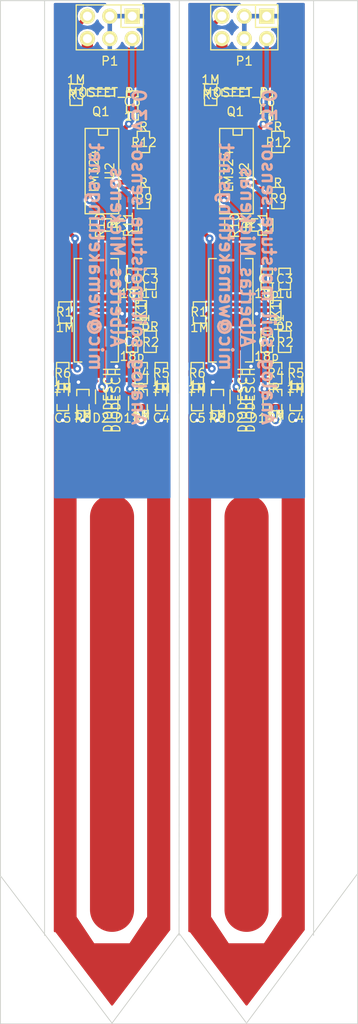
<source format=kicad_pcb>
(kicad_pcb (version 4) (host pcbnew "(2015-02-15 BZR 5420)-product")

  (general
    (links 123)
    (no_connects 19)
    (area 53.699999 22.425285 94.300001 138.300001)
    (thickness 1.6)
    (drawings 21)
    (tracks 342)
    (zones 0)
    (modules 50)
    (nets 20)
  )

  (page A4)
  (layers
    (0 F.Cu signal)
    (31 B.Cu signal)
    (32 B.Adhes user)
    (33 F.Adhes user)
    (34 B.Paste user)
    (35 F.Paste user)
    (36 B.SilkS user)
    (37 F.SilkS user)
    (38 B.Mask user)
    (39 F.Mask user)
    (40 Dwgs.User user)
    (41 Cmts.User user)
    (42 Eco1.User user)
    (43 Eco2.User user)
    (44 Edge.Cuts user)
    (45 Margin user)
    (46 B.CrtYd user)
    (47 F.CrtYd user)
    (48 B.Fab user)
    (49 F.Fab user)
  )

  (setup
    (last_trace_width 0.254)
    (user_trace_width 0.4064)
    (user_trace_width 0.508)
    (user_trace_width 1.27)
    (user_trace_width 5)
    (user_trace_width 0.4064)
    (user_trace_width 0.508)
    (user_trace_width 1.27)
    (user_trace_width 5)
    (user_trace_width 0.4064)
    (user_trace_width 0.508)
    (user_trace_width 1.27)
    (user_trace_width 5)
    (user_trace_width 0.4064)
    (user_trace_width 0.508)
    (user_trace_width 1.27)
    (user_trace_width 5)
    (user_trace_width 0.254)
    (user_trace_width 0.508)
    (user_trace_width 1.27)
    (user_trace_width 5)
    (user_trace_width 0.4064)
    (user_trace_width 0.508)
    (user_trace_width 1.27)
    (user_trace_width 5)
    (user_trace_width 0.4064)
    (user_trace_width 0.508)
    (user_trace_width 1.27)
    (user_trace_width 5)
    (trace_clearance 0.2286)
    (zone_clearance 0.2286)
    (zone_45_only no)
    (trace_min 0.254)
    (segment_width 0.2)
    (edge_width 0.1)
    (via_size 0.889)
    (via_drill 0.4)
    (via_min_size 0.889)
    (via_min_drill 0.4)
    (user_via 0.8 0.4)
    (user_via 0.9 0.4)
    (uvia_size 0.508)
    (uvia_drill 0.127)
    (uvias_allowed no)
    (uvia_min_size 0.4572)
    (uvia_min_drill 0.127)
    (pcb_text_width 0.3)
    (pcb_text_size 1.5 1.5)
    (mod_edge_width 0.15)
    (mod_text_size 1 1)
    (mod_text_width 0.15)
    (pad_size 1.5 1.5)
    (pad_drill 0.6)
    (pad_to_mask_clearance 0)
    (aux_axis_origin 0 0)
    (visible_elements FFFCF77F)
    (pcbplotparams
      (layerselection 0x000f0_80000001)
      (usegerberextensions false)
      (excludeedgelayer true)
      (linewidth 0.100000)
      (plotframeref false)
      (viasonmask false)
      (mode 1)
      (useauxorigin false)
      (hpglpennumber 1)
      (hpglpenspeed 20)
      (hpglpendiameter 15)
      (hpglpenoverlay 2)
      (psnegative false)
      (psa4output false)
      (plotreference true)
      (plotvalue true)
      (plotinvisibletext false)
      (padsonsilk false)
      (subtractmaskfromsilk false)
      (outputformat 1)
      (mirror false)
      (drillshape 0)
      (scaleselection 1)
      (outputdirectory ""))
  )

  (net 0 "")
  (net 1 "Net-(C1-Pad1)")
  (net 2 GND)
  (net 3 "Net-(C2-Pad1)")
  (net 4 VCC)
  (net 5 /SENSE_LOW)
  (net 6 /SENSE_HIGH)
  (net 7 /SENSOR_TRACK)
  (net 8 /~ENABLE)
  (net 9 VDD)
  (net 10 "Net-(R1-Pad1)")
  (net 11 "Net-(R4-Pad2)")
  (net 12 "Net-(R12-Pad2)")
  (net 13 "Net-(R9-Pad2)")
  (net 14 "Net-(R10-Pad1)")
  (net 15 "Net-(R10-Pad2)")
  (net 16 /OUT)
  (net 17 "Net-(U2-Pad1)")
  (net 18 "Net-(U2-Pad2)")
  (net 19 "Net-(U2-Pad3)")

  (net_class Default "This is the default net class."
    (clearance 0.2286)
    (trace_width 0.254)
    (via_dia 0.889)
    (via_drill 0.4)
    (uvia_dia 0.508)
    (uvia_drill 0.127)
    (add_net /OUT)
    (add_net /SENSE_HIGH)
    (add_net /SENSE_LOW)
    (add_net /SENSOR_TRACK)
    (add_net /~ENABLE)
    (add_net GND)
    (add_net "Net-(C1-Pad1)")
    (add_net "Net-(C2-Pad1)")
    (add_net "Net-(R1-Pad1)")
    (add_net "Net-(R10-Pad1)")
    (add_net "Net-(R10-Pad2)")
    (add_net "Net-(R12-Pad2)")
    (add_net "Net-(R4-Pad2)")
    (add_net "Net-(R9-Pad2)")
    (add_net "Net-(U2-Pad1)")
    (add_net "Net-(U2-Pad2)")
    (add_net "Net-(U2-Pad3)")
    (add_net VCC)
    (add_net VDD)
  )

  (module SMD_Packages:SMD-0603_c placed (layer F.Cu) (tedit 54D226C6) (tstamp 54E30434)
    (at 68.688 53.971286 90)
    (path /54D21881)
    (attr smd)
    (fp_text reference C1 (at 0 0 180) (layer F.SilkS)
      (effects (font (size 1 1) (thickness 0.15)))
    )
    (fp_text value 18p (at -1.651 0 180) (layer F.SilkS)
      (effects (font (size 1 1) (thickness 0.15)))
    )
    (fp_line (start 0.50038 0.65024) (end 1.19888 0.65024) (layer F.SilkS) (width 0.15))
    (fp_line (start -0.50038 0.65024) (end -1.19888 0.65024) (layer F.SilkS) (width 0.15))
    (fp_line (start 0.50038 -0.65024) (end 1.19888 -0.65024) (layer F.SilkS) (width 0.15))
    (fp_line (start -1.19888 -0.65024) (end -0.50038 -0.65024) (layer F.SilkS) (width 0.15))
    (fp_line (start 1.19888 -0.635) (end 1.19888 0.635) (layer F.SilkS) (width 0.15))
    (fp_line (start -1.19888 0.635) (end -1.19888 -0.635) (layer F.SilkS) (width 0.15))
    (pad 1 smd rect (at -0.762 0 90) (size 0.635 1.143) (layers F.Cu F.Paste F.Mask)
      (net 1 "Net-(C1-Pad1)"))
    (pad 2 smd rect (at 0.762 0 90) (size 0.635 1.143) (layers F.Cu F.Paste F.Mask)
      (net 2 GND))
    (model Capacitors_SMD/C_0603.wrl
      (at (xyz 0 0 0.001))
      (scale (xyz 1 1 1))
      (rotate (xyz 0 0 0))
    )
  )

  (module Transistors_SMD:sc70-6 placed (layer F.Cu) (tedit 54D226C6) (tstamp 54E30556)
    (at 69.704 57.527286 270)
    (descr SC70-6)
    (path /54D21739)
    (attr smd)
    (fp_text reference U1 (at 1.4 -0.4 270) (layer F.SilkS)
      (effects (font (size 1 1) (thickness 0.15)))
    )
    (fp_text value NC7WZU04P6 (at 2.2 0.2 270) (layer F.SilkS) hide
      (effects (font (size 1 1) (thickness 0.15)))
    )
    (fp_line (start -1.1 0.3) (end -0.8 0.3) (layer F.SilkS) (width 0.15))
    (fp_line (start -0.8 0.3) (end -0.8 0.6) (layer F.SilkS) (width 0.15))
    (fp_line (start 1.1 0.6) (end 1.1 -0.6) (layer F.SilkS) (width 0.15))
    (fp_line (start -1.1 -0.6) (end -1.1 0.6) (layer F.SilkS) (width 0.15))
    (fp_line (start -1.1 0.6) (end 1.1 0.6) (layer F.SilkS) (width 0.15))
    (fp_line (start 1.1 -0.6) (end -1.1 -0.6) (layer F.SilkS) (width 0.15))
    (pad 1 smd rect (at -0.6604 1.016 270) (size 0.4064 0.6604) (layers F.Cu F.Paste F.Mask)
      (net 1 "Net-(C1-Pad1)"))
    (pad 3 smd rect (at 0.6604 1.016 270) (size 0.4064 0.6604) (layers F.Cu F.Paste F.Mask)
      (net 10 "Net-(R1-Pad1)"))
    (pad 2 smd rect (at 0 1.016 270) (size 0.4064 0.6604) (layers F.Cu F.Paste F.Mask)
      (net 2 GND))
    (pad 4 smd rect (at 0.6604 -1.016 270) (size 0.4064 0.6604) (layers F.Cu F.Paste F.Mask)
      (net 11 "Net-(R4-Pad2)"))
    (pad 6 smd rect (at -0.6604 -1.016 270) (size 0.4064 0.6604) (layers F.Cu F.Paste F.Mask)
      (net 10 "Net-(R1-Pad1)"))
    (pad 5 smd rect (at 0 -1.016 270) (size 0.4064 0.6604) (layers F.Cu F.Paste F.Mask)
      (net 4 VCC))
    (model Transistors_SMD/sc70-6.wrl
      (at (xyz 0 0 0))
      (scale (xyz 1 1 1))
      (rotate (xyz 0 0 0))
    )
  )

  (module SMD_Packages:SMD-0603_r placed (layer F.Cu) (tedit 54D226C6) (tstamp 54E30545)
    (at 61.068 57.781286 90)
    (path /54D2193D)
    (attr smd)
    (fp_text reference R1 (at 0.0635 -0.0635 180) (layer F.SilkS)
      (effects (font (size 1 1) (thickness 0.15)))
    )
    (fp_text value 1M (at -1.69926 0 180) (layer F.SilkS)
      (effects (font (size 1 1) (thickness 0.15)))
    )
    (fp_line (start -0.50038 -0.6985) (end -1.2065 -0.6985) (layer F.SilkS) (width 0.15))
    (fp_line (start -1.2065 -0.6985) (end -1.2065 0.6985) (layer F.SilkS) (width 0.15))
    (fp_line (start -1.2065 0.6985) (end -0.50038 0.6985) (layer F.SilkS) (width 0.15))
    (fp_line (start 1.2065 -0.6985) (end 0.50038 -0.6985) (layer F.SilkS) (width 0.15))
    (fp_line (start 1.2065 -0.6985) (end 1.2065 0.6985) (layer F.SilkS) (width 0.15))
    (fp_line (start 1.2065 0.6985) (end 0.50038 0.6985) (layer F.SilkS) (width 0.15))
    (pad 1 smd rect (at -0.762 0 90) (size 0.635 1.143) (layers F.Cu F.Paste F.Mask)
      (net 10 "Net-(R1-Pad1)"))
    (pad 2 smd rect (at 0.762 0 90) (size 0.635 1.143) (layers F.Cu F.Paste F.Mask)
      (net 1 "Net-(C1-Pad1)"))
    (model Resistors_SMD/R_0603.wrl
      (at (xyz 0 0 0.001))
      (scale (xyz 1 1 1))
      (rotate (xyz 0 0 0))
    )
  )

  (module SMD_Packages:SMD-0603_c placed (layer F.Cu) (tedit 54D226C6) (tstamp 54E30427)
    (at 70.72 53.971286 90)
    (path /54D21E5C)
    (attr smd)
    (fp_text reference C3 (at 0 0 180) (layer F.SilkS)
      (effects (font (size 1 1) (thickness 0.15)))
    )
    (fp_text value 1u (at -1.651 0 180) (layer F.SilkS)
      (effects (font (size 1 1) (thickness 0.15)))
    )
    (fp_line (start 0.50038 0.65024) (end 1.19888 0.65024) (layer F.SilkS) (width 0.15))
    (fp_line (start -0.50038 0.65024) (end -1.19888 0.65024) (layer F.SilkS) (width 0.15))
    (fp_line (start 0.50038 -0.65024) (end 1.19888 -0.65024) (layer F.SilkS) (width 0.15))
    (fp_line (start -1.19888 -0.65024) (end -0.50038 -0.65024) (layer F.SilkS) (width 0.15))
    (fp_line (start 1.19888 -0.635) (end 1.19888 0.635) (layer F.SilkS) (width 0.15))
    (fp_line (start -1.19888 0.635) (end -1.19888 -0.635) (layer F.SilkS) (width 0.15))
    (pad 1 smd rect (at -0.762 0 90) (size 0.635 1.143) (layers F.Cu F.Paste F.Mask)
      (net 4 VCC))
    (pad 2 smd rect (at 0.762 0 90) (size 0.635 1.143) (layers F.Cu F.Paste F.Mask)
      (net 2 GND))
    (model Capacitors_SMD/C_0603.wrl
      (at (xyz 0 0 0.001))
      (scale (xyz 1 1 1))
      (rotate (xyz 0 0 0))
    )
  )

  (module Crystals:Crystal_HC49-SD_SMD placed (layer F.Cu) (tedit 54D226C6) (tstamp 54E30538)
    (at 64.624 57.527286 270)
    (descr "Crystal, Quarz, HC49-SD, SMD,")
    (tags "Crystal, Quarz, HC49-SD, SMD,")
    (path /54D213EA)
    (attr smd)
    (fp_text reference X1 (at 0 -5.08 270) (layer F.SilkS)
      (effects (font (size 1 1) (thickness 0.15)))
    )
    (fp_text value 16MHz (at 2.54 5.08 270) (layer F.SilkS) hide
      (effects (font (size 1 1) (thickness 0.15)))
    )
    (fp_circle (center 0 0) (end 0.8509 0) (layer F.Adhes) (width 0.381))
    (fp_circle (center 0 0) (end 0.50038 0) (layer F.Adhes) (width 0.381))
    (fp_circle (center 0 0) (end 0.14986 0.0508) (layer F.Adhes) (width 0.381))
    (fp_line (start -5.84962 2.49936) (end 5.84962 2.49936) (layer F.SilkS) (width 0.15))
    (fp_line (start 5.84962 -2.49936) (end -5.84962 -2.49936) (layer F.SilkS) (width 0.15))
    (fp_line (start 5.84962 2.49936) (end 5.84962 1.651) (layer F.SilkS) (width 0.15))
    (fp_line (start 5.84962 -2.49936) (end 5.84962 -1.651) (layer F.SilkS) (width 0.15))
    (fp_line (start -5.84962 2.49936) (end -5.84962 1.651) (layer F.SilkS) (width 0.15))
    (fp_line (start -5.84962 -2.49936) (end -5.84962 -1.651) (layer F.SilkS) (width 0.15))
    (pad 1 smd rect (at -4.84886 0 270) (size 5.6007 2.10058) (layers F.Cu F.Paste F.Mask)
      (net 1 "Net-(C1-Pad1)"))
    (pad 2 smd rect (at 4.84886 0 270) (size 5.6007 2.10058) (layers F.Cu F.Paste F.Mask)
      (net 3 "Net-(C2-Pad1)"))
    (model ../../usr/local/share/kicad/modules/packages3d/Crystals_Oscillators_SMD/Q_49U3HMS.wrl
      (at (xyz 0 0 0))
      (scale (xyz 1 1 1))
      (rotate (xyz 0 0 0))
    )
  )

  (module SMD_Packages:SMD-0603_c placed (layer F.Cu) (tedit 54D226C6) (tstamp 54E30528)
    (at 68.688 61.083286 90)
    (path /54D218DE)
    (attr smd)
    (fp_text reference C2 (at 0 0 180) (layer F.SilkS)
      (effects (font (size 1 1) (thickness 0.15)))
    )
    (fp_text value 18p (at -1.651 0 180) (layer F.SilkS)
      (effects (font (size 1 1) (thickness 0.15)))
    )
    (fp_line (start 0.50038 0.65024) (end 1.19888 0.65024) (layer F.SilkS) (width 0.15))
    (fp_line (start -0.50038 0.65024) (end -1.19888 0.65024) (layer F.SilkS) (width 0.15))
    (fp_line (start 0.50038 -0.65024) (end 1.19888 -0.65024) (layer F.SilkS) (width 0.15))
    (fp_line (start -1.19888 -0.65024) (end -0.50038 -0.65024) (layer F.SilkS) (width 0.15))
    (fp_line (start 1.19888 -0.635) (end 1.19888 0.635) (layer F.SilkS) (width 0.15))
    (fp_line (start -1.19888 0.635) (end -1.19888 -0.635) (layer F.SilkS) (width 0.15))
    (pad 1 smd rect (at -0.762 0 90) (size 0.635 1.143) (layers F.Cu F.Paste F.Mask)
      (net 3 "Net-(C2-Pad1)"))
    (pad 2 smd rect (at 0.762 0 90) (size 0.635 1.143) (layers F.Cu F.Paste F.Mask)
      (net 2 GND))
    (model Capacitors_SMD/C_0603.wrl
      (at (xyz 0 0 0.001))
      (scale (xyz 1 1 1))
      (rotate (xyz 0 0 0))
    )
  )

  (module SMD_Packages:SMD-0603_r placed (layer F.Cu) (tedit 54D226C6) (tstamp 54E3051B)
    (at 70.72 61.083286 270)
    (path /54D21994)
    (attr smd)
    (fp_text reference R2 (at 0.0635 -0.0635 360) (layer F.SilkS)
      (effects (font (size 1 1) (thickness 0.15)))
    )
    (fp_text value 0R (at -1.69926 0 360) (layer F.SilkS)
      (effects (font (size 1 1) (thickness 0.15)))
    )
    (fp_line (start -0.50038 -0.6985) (end -1.2065 -0.6985) (layer F.SilkS) (width 0.15))
    (fp_line (start -1.2065 -0.6985) (end -1.2065 0.6985) (layer F.SilkS) (width 0.15))
    (fp_line (start -1.2065 0.6985) (end -0.50038 0.6985) (layer F.SilkS) (width 0.15))
    (fp_line (start 1.2065 -0.6985) (end 0.50038 -0.6985) (layer F.SilkS) (width 0.15))
    (fp_line (start 1.2065 -0.6985) (end 1.2065 0.6985) (layer F.SilkS) (width 0.15))
    (fp_line (start 1.2065 0.6985) (end 0.50038 0.6985) (layer F.SilkS) (width 0.15))
    (pad 1 smd rect (at -0.762 0 270) (size 0.635 1.143) (layers F.Cu F.Paste F.Mask)
      (net 10 "Net-(R1-Pad1)"))
    (pad 2 smd rect (at 0.762 0 270) (size 0.635 1.143) (layers F.Cu F.Paste F.Mask)
      (net 3 "Net-(C2-Pad1)"))
    (model Resistors_SMD/R_0603.wrl
      (at (xyz 0 0 0.001))
      (scale (xyz 1 1 1))
      (rotate (xyz 0 0 0))
    )
  )

  (module SMD_Packages:SMD-0603_r placed (layer F.Cu) (tedit 54D226C6) (tstamp 54E30457)
    (at 69.704 64.639286 90)
    (path /54D2209D)
    (attr smd)
    (fp_text reference R4 (at 0 0 180) (layer F.SilkS)
      (effects (font (size 1 1) (thickness 0.15)))
    )
    (fp_text value R (at -1.69926 0 180) (layer F.SilkS)
      (effects (font (size 1 1) (thickness 0.15)))
    )
    (fp_line (start -0.50038 -0.6985) (end -1.2065 -0.6985) (layer F.SilkS) (width 0.15))
    (fp_line (start -1.2065 -0.6985) (end -1.2065 0.6985) (layer F.SilkS) (width 0.15))
    (fp_line (start -1.2065 0.6985) (end -0.50038 0.6985) (layer F.SilkS) (width 0.15))
    (fp_line (start 1.2065 -0.6985) (end 0.50038 -0.6985) (layer F.SilkS) (width 0.15))
    (fp_line (start 1.2065 -0.6985) (end 1.2065 0.6985) (layer F.SilkS) (width 0.15))
    (fp_line (start 1.2065 0.6985) (end 0.50038 0.6985) (layer F.SilkS) (width 0.15))
    (pad 1 smd rect (at -0.762 0 90) (size 0.635 1.143) (layers F.Cu F.Paste F.Mask)
      (net 7 /SENSOR_TRACK))
    (pad 2 smd rect (at 0.762 0 90) (size 0.635 1.143) (layers F.Cu F.Paste F.Mask)
      (net 11 "Net-(R4-Pad2)"))
    (model Resistors_SMD/R_0603.wrl
      (at (xyz 0 0 0.001))
      (scale (xyz 1 1 1))
      (rotate (xyz 0 0 0))
    )
  )

  (module SMD_Packages:SMD-0603_c placed (layer F.Cu) (tedit 54D226C6) (tstamp 54E3044A)
    (at 71.99 67.687286 270)
    (path /54D2222A)
    (attr smd)
    (fp_text reference C4 (at 2.032 0 360) (layer F.SilkS)
      (effects (font (size 1 1) (thickness 0.15)))
    )
    (fp_text value 1n (at -1.651 0 360) (layer F.SilkS)
      (effects (font (size 1 1) (thickness 0.15)))
    )
    (fp_line (start 0.50038 0.65024) (end 1.19888 0.65024) (layer F.SilkS) (width 0.15))
    (fp_line (start -0.50038 0.65024) (end -1.19888 0.65024) (layer F.SilkS) (width 0.15))
    (fp_line (start 0.50038 -0.65024) (end 1.19888 -0.65024) (layer F.SilkS) (width 0.15))
    (fp_line (start -1.19888 -0.65024) (end -0.50038 -0.65024) (layer F.SilkS) (width 0.15))
    (fp_line (start 1.19888 -0.635) (end 1.19888 0.635) (layer F.SilkS) (width 0.15))
    (fp_line (start -1.19888 0.635) (end -1.19888 -0.635) (layer F.SilkS) (width 0.15))
    (pad 1 smd rect (at -0.762 0 270) (size 0.635 1.143) (layers F.Cu F.Paste F.Mask)
      (net 5 /SENSE_LOW))
    (pad 2 smd rect (at 0.762 0 270) (size 0.635 1.143) (layers F.Cu F.Paste F.Mask)
      (net 2 GND))
    (model Capacitors_SMD/C_0603.wrl
      (at (xyz 0 0 0))
      (scale (xyz 1 1 1))
      (rotate (xyz 0 0 0))
    )
  )

  (module SMD_Packages:SMD-0603_c placed (layer F.Cu) (tedit 54D226C6) (tstamp 54E304A1)
    (at 60.814 67.687286 270)
    (path /54D22484)
    (attr smd)
    (fp_text reference C5 (at 2.032 0 360) (layer F.SilkS)
      (effects (font (size 1 1) (thickness 0.15)))
    )
    (fp_text value 1n (at -1.651 0 360) (layer F.SilkS)
      (effects (font (size 1 1) (thickness 0.15)))
    )
    (fp_line (start 0.50038 0.65024) (end 1.19888 0.65024) (layer F.SilkS) (width 0.15))
    (fp_line (start -0.50038 0.65024) (end -1.19888 0.65024) (layer F.SilkS) (width 0.15))
    (fp_line (start 0.50038 -0.65024) (end 1.19888 -0.65024) (layer F.SilkS) (width 0.15))
    (fp_line (start -1.19888 -0.65024) (end -0.50038 -0.65024) (layer F.SilkS) (width 0.15))
    (fp_line (start 1.19888 -0.635) (end 1.19888 0.635) (layer F.SilkS) (width 0.15))
    (fp_line (start -1.19888 0.635) (end -1.19888 -0.635) (layer F.SilkS) (width 0.15))
    (pad 1 smd rect (at -0.762 0 270) (size 0.635 1.143) (layers F.Cu F.Paste F.Mask)
      (net 6 /SENSE_HIGH))
    (pad 2 smd rect (at 0.762 0 270) (size 0.635 1.143) (layers F.Cu F.Paste F.Mask)
      (net 2 GND))
    (model Capacitors_SMD/C_0603.wrl
      (at (xyz 0 0 0.001))
      (scale (xyz 1 1 1))
      (rotate (xyz 0 0 0))
    )
  )

  (module Pin_Headers:Pin_Header_Straight_2x03 placed (layer F.Cu) (tedit 54D226C6) (tstamp 54E30501)
    (at 66.148 25.523286 180)
    (descr "Through hole pin header")
    (tags "pin header")
    (path /54D22B40)
    (fp_text reference P1 (at 0 -3.81 180) (layer F.SilkS)
      (effects (font (size 1 1) (thickness 0.15)))
    )
    (fp_text value CONN_01X06 (at 0 0 180) (layer F.SilkS) hide
      (effects (font (size 1 1) (thickness 0.15)))
    )
    (fp_line (start -3.81 0) (end -1.27 0) (layer F.SilkS) (width 0.15))
    (fp_line (start -1.27 0) (end -1.27 2.54) (layer F.SilkS) (width 0.15))
    (fp_line (start -3.81 2.54) (end 3.81 2.54) (layer F.SilkS) (width 0.15))
    (fp_line (start 3.81 2.54) (end 3.81 -2.54) (layer F.SilkS) (width 0.15))
    (fp_line (start 3.81 -2.54) (end -1.27 -2.54) (layer F.SilkS) (width 0.15))
    (fp_line (start -3.81 2.54) (end -3.81 0) (layer F.SilkS) (width 0.15))
    (fp_line (start -3.81 -2.54) (end -3.81 0) (layer F.SilkS) (width 0.15))
    (fp_line (start -1.27 -2.54) (end -3.81 -2.54) (layer F.SilkS) (width 0.15))
    (pad 1 thru_hole rect (at -2.54 1.27 180) (size 1.7272 1.7272) (drill 1.016) (layers *.Cu *.Mask F.SilkS)
      (net 2 GND))
    (pad 2 thru_hole oval (at -2.54 -1.27 180) (size 1.7272 1.7272) (drill 1.016) (layers *.Cu *.Mask F.SilkS)
      (net 16 /OUT))
    (pad 3 thru_hole oval (at 0 1.27 180) (size 1.7272 1.7272) (drill 1.016) (layers *.Cu *.Mask F.SilkS)
      (net 2 GND))
    (pad 4 thru_hole oval (at 0 -1.27 180) (size 1.7272 1.7272) (drill 1.016) (layers *.Cu *.Mask F.SilkS)
      (net 2 GND))
    (pad 5 thru_hole oval (at 2.54 1.27 180) (size 1.7272 1.7272) (drill 1.016) (layers *.Cu *.Mask F.SilkS)
      (net 8 /~ENABLE))
    (pad 6 thru_hole oval (at 2.54 -1.27 180) (size 1.7272 1.7272) (drill 1.016) (layers *.Cu *.Mask F.SilkS)
      (net 9 VDD))
    (model Pin_Headers/Pin_Header_Straight_2x03.wrl
      (at (xyz 0 0 0))
      (scale (xyz 1 1 1))
      (rotate (xyz 0 0 0))
    )
  )

  (module SMD_Packages:SOT-23-GDS placed (layer F.Cu) (tedit 54D226C6) (tstamp 54E304EE)
    (at 65.132 32.889286 180)
    (descr "Module CMS SOT23 Transistore EBC")
    (tags "CMS SOT")
    (path /54D22CB3)
    (attr smd)
    (fp_text reference Q1 (at 0 -2.159 180) (layer F.SilkS)
      (effects (font (size 1 1) (thickness 0.15)))
    )
    (fp_text value MOSFET_P (at 0 0 180) (layer F.SilkS)
      (effects (font (size 1 1) (thickness 0.15)))
    )
    (fp_line (start -1.524 -0.381) (end 1.524 -0.381) (layer F.SilkS) (width 0.15))
    (fp_line (start 1.524 -0.381) (end 1.524 0.381) (layer F.SilkS) (width 0.15))
    (fp_line (start 1.524 0.381) (end -1.524 0.381) (layer F.SilkS) (width 0.15))
    (fp_line (start -1.524 0.381) (end -1.524 -0.381) (layer F.SilkS) (width 0.15))
    (pad S smd rect (at -0.889 -1.016 180) (size 0.9144 0.9144) (layers F.Cu F.Paste F.Mask)
      (net 4 VCC))
    (pad G smd rect (at 0.889 -1.016 180) (size 0.9144 0.9144) (layers F.Cu F.Paste F.Mask)
      (net 8 /~ENABLE))
    (pad D smd rect (at 0 1.016 180) (size 0.9144 0.9144) (layers F.Cu F.Paste F.Mask)
      (net 9 VDD))
    (model SMD_Packages/SOT-23-GDS.wrl
      (at (xyz 0 0 0))
      (scale (xyz 0.13 0.15 0.15))
      (rotate (xyz 0 0 0))
    )
  )

  (module SMD_Packages:SMD-0603_r placed (layer F.Cu) (tedit 54D226C6) (tstamp 54E304E2)
    (at 62.338 33.143286 270)
    (path /54D22EA4)
    (attr smd)
    (fp_text reference R3 (at 0 0 360) (layer F.SilkS)
      (effects (font (size 1 1) (thickness 0.15)))
    )
    (fp_text value 1M (at -1.69926 0 360) (layer F.SilkS)
      (effects (font (size 1 1) (thickness 0.15)))
    )
    (fp_line (start -0.50038 -0.6985) (end -1.2065 -0.6985) (layer F.SilkS) (width 0.15))
    (fp_line (start -1.2065 -0.6985) (end -1.2065 0.6985) (layer F.SilkS) (width 0.15))
    (fp_line (start -1.2065 0.6985) (end -0.50038 0.6985) (layer F.SilkS) (width 0.15))
    (fp_line (start 1.2065 -0.6985) (end 0.50038 -0.6985) (layer F.SilkS) (width 0.15))
    (fp_line (start 1.2065 -0.6985) (end 1.2065 0.6985) (layer F.SilkS) (width 0.15))
    (fp_line (start 1.2065 0.6985) (end 0.50038 0.6985) (layer F.SilkS) (width 0.15))
    (pad 1 smd rect (at -0.762 0 270) (size 0.635 1.143) (layers F.Cu F.Paste F.Mask)
      (net 9 VDD))
    (pad 2 smd rect (at 0.762 0 270) (size 0.635 1.143) (layers F.Cu F.Paste F.Mask)
      (net 8 /~ENABLE))
    (model Resistors_SMD/R_0603.wrl
      (at (xyz 0 0 0.001))
      (scale (xyz 1 1 1))
      (rotate (xyz 0 0 0))
    )
  )

  (module SMD_Packages:SMD-0603_r placed (layer F.Cu) (tedit 54D226C6) (tstamp 54E30464)
    (at 71.99 64.639286 90)
    (path /54D22174)
    (attr smd)
    (fp_text reference R5 (at 0 0 180) (layer F.SilkS)
      (effects (font (size 1 1) (thickness 0.15)))
    )
    (fp_text value 1M (at -1.69926 0 180) (layer F.SilkS)
      (effects (font (size 1 1) (thickness 0.15)))
    )
    (fp_line (start -0.50038 -0.6985) (end -1.2065 -0.6985) (layer F.SilkS) (width 0.15))
    (fp_line (start -1.2065 -0.6985) (end -1.2065 0.6985) (layer F.SilkS) (width 0.15))
    (fp_line (start -1.2065 0.6985) (end -0.50038 0.6985) (layer F.SilkS) (width 0.15))
    (fp_line (start 1.2065 -0.6985) (end 0.50038 -0.6985) (layer F.SilkS) (width 0.15))
    (fp_line (start 1.2065 -0.6985) (end 1.2065 0.6985) (layer F.SilkS) (width 0.15))
    (fp_line (start 1.2065 0.6985) (end 0.50038 0.6985) (layer F.SilkS) (width 0.15))
    (pad 1 smd rect (at -0.762 0 90) (size 0.635 1.143) (layers F.Cu F.Paste F.Mask)
      (net 5 /SENSE_LOW))
    (pad 2 smd rect (at 0.762 0 90) (size 0.635 1.143) (layers F.Cu F.Paste F.Mask)
      (net 4 VCC))
    (model Resistors_SMD/R_0603.wrl
      (at (xyz 0 0 0.001))
      (scale (xyz 1 1 1))
      (rotate (xyz 0 0 0))
    )
  )

  (module SMD_Packages:SMD-0603_r placed (layer F.Cu) (tedit 54D226C6) (tstamp 54E30487)
    (at 60.814 64.639286 90)
    (path /54D2252C)
    (attr smd)
    (fp_text reference R6 (at 0 0 180) (layer F.SilkS)
      (effects (font (size 1 1) (thickness 0.15)))
    )
    (fp_text value 1M (at -1.69926 0 180) (layer F.SilkS)
      (effects (font (size 1 1) (thickness 0.15)))
    )
    (fp_line (start -0.50038 -0.6985) (end -1.2065 -0.6985) (layer F.SilkS) (width 0.15))
    (fp_line (start -1.2065 -0.6985) (end -1.2065 0.6985) (layer F.SilkS) (width 0.15))
    (fp_line (start -1.2065 0.6985) (end -0.50038 0.6985) (layer F.SilkS) (width 0.15))
    (fp_line (start 1.2065 -0.6985) (end 0.50038 -0.6985) (layer F.SilkS) (width 0.15))
    (fp_line (start 1.2065 -0.6985) (end 1.2065 0.6985) (layer F.SilkS) (width 0.15))
    (fp_line (start 1.2065 0.6985) (end 0.50038 0.6985) (layer F.SilkS) (width 0.15))
    (pad 1 smd rect (at -0.762 0 90) (size 0.635 1.143) (layers F.Cu F.Paste F.Mask)
      (net 6 /SENSE_HIGH))
    (pad 2 smd rect (at 0.762 0 90) (size 0.635 1.143) (layers F.Cu F.Paste F.Mask)
      (net 4 VCC))
    (model Resistors_SMD/R_0603.wrl
      (at (xyz 0 0 0.001))
      (scale (xyz 1 1 1))
      (rotate (xyz 0 0 0))
    )
  )

  (module SMD_Packages:SMD-0603_r placed (layer F.Cu) (tedit 54D226C6) (tstamp 54E30471)
    (at 69.704 67.687286 90)
    (path /54D222F8)
    (attr smd)
    (fp_text reference R7 (at -2.032 0 180) (layer F.SilkS)
      (effects (font (size 1 1) (thickness 0.15)))
    )
    (fp_text value 1M (at -1.69926 0 180) (layer F.SilkS)
      (effects (font (size 1 1) (thickness 0.15)))
    )
    (fp_line (start -0.50038 -0.6985) (end -1.2065 -0.6985) (layer F.SilkS) (width 0.15))
    (fp_line (start -1.2065 -0.6985) (end -1.2065 0.6985) (layer F.SilkS) (width 0.15))
    (fp_line (start -1.2065 0.6985) (end -0.50038 0.6985) (layer F.SilkS) (width 0.15))
    (fp_line (start 1.2065 -0.6985) (end 0.50038 -0.6985) (layer F.SilkS) (width 0.15))
    (fp_line (start 1.2065 -0.6985) (end 1.2065 0.6985) (layer F.SilkS) (width 0.15))
    (fp_line (start 1.2065 0.6985) (end 0.50038 0.6985) (layer F.SilkS) (width 0.15))
    (pad 1 smd rect (at -0.762 0 90) (size 0.635 1.143) (layers F.Cu F.Paste F.Mask)
      (net 2 GND))
    (pad 2 smd rect (at 0.762 0 90) (size 0.635 1.143) (layers F.Cu F.Paste F.Mask)
      (net 5 /SENSE_LOW))
    (model Resistors_SMD/R_0603.wrl
      (at (xyz 0 0 0.001))
      (scale (xyz 1 1 1))
      (rotate (xyz 0 0 0))
    )
  )

  (module SMD_Packages:SMD-0603_r placed (layer F.Cu) (tedit 54D226C6) (tstamp 54E30494)
    (at 63.1 67.687286 90)
    (path /54D221C8)
    (attr smd)
    (fp_text reference R8 (at -2.032 0 180) (layer F.SilkS)
      (effects (font (size 1 1) (thickness 0.15)))
    )
    (fp_text value 1M (at -1.69926 0 180) (layer F.SilkS)
      (effects (font (size 1 1) (thickness 0.15)))
    )
    (fp_line (start -0.50038 -0.6985) (end -1.2065 -0.6985) (layer F.SilkS) (width 0.15))
    (fp_line (start -1.2065 -0.6985) (end -1.2065 0.6985) (layer F.SilkS) (width 0.15))
    (fp_line (start -1.2065 0.6985) (end -0.50038 0.6985) (layer F.SilkS) (width 0.15))
    (fp_line (start 1.2065 -0.6985) (end 0.50038 -0.6985) (layer F.SilkS) (width 0.15))
    (fp_line (start 1.2065 -0.6985) (end 1.2065 0.6985) (layer F.SilkS) (width 0.15))
    (fp_line (start 1.2065 0.6985) (end 0.50038 0.6985) (layer F.SilkS) (width 0.15))
    (pad 1 smd rect (at -0.762 0 90) (size 0.635 1.143) (layers F.Cu F.Paste F.Mask)
      (net 2 GND))
    (pad 2 smd rect (at 0.762 0 90) (size 0.635 1.143) (layers F.Cu F.Paste F.Mask)
      (net 6 /SENSE_HIGH))
    (model Resistors_SMD/R_0603.wrl
      (at (xyz 0 0 0.001))
      (scale (xyz 1 1 1))
      (rotate (xyz 0 0 0))
    )
  )

  (module SMD_Packages:SMD-0603_c (layer F.Cu) (tedit 54D24E80) (tstamp 54E304D5)
    (at 68.688 33.905286 90)
    (path /54D2428C)
    (attr smd)
    (fp_text reference C6 (at 0 0 180) (layer F.SilkS)
      (effects (font (size 1 1) (thickness 0.15)))
    )
    (fp_text value 1u (at -1.651 0 180) (layer F.SilkS)
      (effects (font (size 1 1) (thickness 0.15)))
    )
    (fp_line (start 0.50038 0.65024) (end 1.19888 0.65024) (layer F.SilkS) (width 0.15))
    (fp_line (start -0.50038 0.65024) (end -1.19888 0.65024) (layer F.SilkS) (width 0.15))
    (fp_line (start 0.50038 -0.65024) (end 1.19888 -0.65024) (layer F.SilkS) (width 0.15))
    (fp_line (start -1.19888 -0.65024) (end -0.50038 -0.65024) (layer F.SilkS) (width 0.15))
    (fp_line (start 1.19888 -0.635) (end 1.19888 0.635) (layer F.SilkS) (width 0.15))
    (fp_line (start -1.19888 0.635) (end -1.19888 -0.635) (layer F.SilkS) (width 0.15))
    (pad 1 smd rect (at -0.762 0 90) (size 0.635 1.143) (layers F.Cu F.Paste F.Mask)
      (net 4 VCC))
    (pad 2 smd rect (at 0.762 0 90) (size 0.635 1.143) (layers F.Cu F.Paste F.Mask)
      (net 2 GND))
    (model Capacitors_SMD/C_0603.wrl
      (at (xyz 0 0 0.001))
      (scale (xyz 1 1 1))
      (rotate (xyz 0 0 0))
    )
  )

  (module SMD_Packages:SOD-523 (layer F.Cu) (tedit 54D255C3) (tstamp 54E3043D)
    (at 67.672 67.687286 270)
    (descr "http://www.diodes.com/datasheets/ap02001.pdf p.144")
    (tags "Diode SOD523")
    (path /54D21FCD)
    (fp_text reference D1 (at 2.032 0 360) (layer F.SilkS)
      (effects (font (size 1 1) (thickness 0.15)))
    )
    (fp_text value DIODESCH (at 0 1.7 270) (layer F.SilkS)
      (effects (font (size 1 1) (thickness 0.15)))
    )
    (fp_line (start -0.4 0.6) (end 1.15 0.6) (layer F.SilkS) (width 0.15))
    (fp_line (start -0.4 -0.6) (end 1.15 -0.6) (layer F.SilkS) (width 0.15))
    (pad 1 smd rect (at -0.7 0 270) (size 0.6 0.7) (layers F.Cu F.Paste F.Mask)
      (net 5 /SENSE_LOW))
    (pad 2 smd rect (at 0.7 0 270) (size 0.6 0.7) (layers F.Cu F.Paste F.Mask)
      (net 7 /SENSOR_TRACK))
  )

  (module SMD_Packages:SOD-523 (layer F.Cu) (tedit 54D255C3) (tstamp 54E3047A)
    (at 65.132 67.687286 90)
    (descr "http://www.diodes.com/datasheets/ap02001.pdf p.144")
    (tags "Diode SOD523")
    (path /54D22068)
    (fp_text reference D2 (at -2.032 0 180) (layer F.SilkS)
      (effects (font (size 1 1) (thickness 0.15)))
    )
    (fp_text value DIODESCH (at 0 1.7 90) (layer F.SilkS)
      (effects (font (size 1 1) (thickness 0.15)))
    )
    (fp_line (start -0.4 0.6) (end 1.15 0.6) (layer F.SilkS) (width 0.15))
    (fp_line (start -0.4 -0.6) (end 1.15 -0.6) (layer F.SilkS) (width 0.15))
    (pad 1 smd rect (at -0.7 0 90) (size 0.6 0.7) (layers F.Cu F.Paste F.Mask)
      (net 7 /SENSOR_TRACK))
    (pad 2 smd rect (at 0.7 0 90) (size 0.6 0.7) (layers F.Cu F.Paste F.Mask)
      (net 6 /SENSE_HIGH))
  )

  (module SMD_Packages:SMD-0603_r (layer F.Cu) (tedit 54D2ACB4) (tstamp 54E3050E)
    (at 69.958 44.827286 270)
    (path /54D2B12F)
    (attr smd)
    (fp_text reference R9 (at 0.0635 -0.0635 360) (layer F.SilkS)
      (effects (font (size 1 1) (thickness 0.15)))
    )
    (fp_text value R (at -1.69926 0 360) (layer F.SilkS)
      (effects (font (size 1 1) (thickness 0.15)))
    )
    (fp_line (start -0.50038 -0.6985) (end -1.2065 -0.6985) (layer F.SilkS) (width 0.15))
    (fp_line (start -1.2065 -0.6985) (end -1.2065 0.6985) (layer F.SilkS) (width 0.15))
    (fp_line (start -1.2065 0.6985) (end -0.50038 0.6985) (layer F.SilkS) (width 0.15))
    (fp_line (start 1.2065 -0.6985) (end 0.50038 -0.6985) (layer F.SilkS) (width 0.15))
    (fp_line (start 1.2065 -0.6985) (end 1.2065 0.6985) (layer F.SilkS) (width 0.15))
    (fp_line (start 1.2065 0.6985) (end 0.50038 0.6985) (layer F.SilkS) (width 0.15))
    (pad 1 smd rect (at -0.762 0 270) (size 0.635 1.143) (layers F.Cu F.Paste F.Mask)
      (net 12 "Net-(R12-Pad2)"))
    (pad 2 smd rect (at 0.762 0 270) (size 0.635 1.143) (layers F.Cu F.Paste F.Mask)
      (net 13 "Net-(R9-Pad2)"))
    (model Resistors_SMD/R_0603.wrl
      (at (xyz 0 0 0.001))
      (scale (xyz 1 1 1))
      (rotate (xyz 0 0 0))
    )
  )

  (module SMD_Packages:SMD-0603_r (layer F.Cu) (tedit 54D2ACB4) (tstamp 54E3041A)
    (at 65.132 47.875286 180)
    (path /54D2B156)
    (attr smd)
    (fp_text reference R10 (at 0.0635 -0.0635 270) (layer F.SilkS)
      (effects (font (size 1 1) (thickness 0.15)))
    )
    (fp_text value R (at -1.69926 0 270) (layer F.SilkS)
      (effects (font (size 1 1) (thickness 0.15)))
    )
    (fp_line (start -0.50038 -0.6985) (end -1.2065 -0.6985) (layer F.SilkS) (width 0.15))
    (fp_line (start -1.2065 -0.6985) (end -1.2065 0.6985) (layer F.SilkS) (width 0.15))
    (fp_line (start -1.2065 0.6985) (end -0.50038 0.6985) (layer F.SilkS) (width 0.15))
    (fp_line (start 1.2065 -0.6985) (end 0.50038 -0.6985) (layer F.SilkS) (width 0.15))
    (fp_line (start 1.2065 -0.6985) (end 1.2065 0.6985) (layer F.SilkS) (width 0.15))
    (fp_line (start 1.2065 0.6985) (end 0.50038 0.6985) (layer F.SilkS) (width 0.15))
    (pad 1 smd rect (at -0.762 0 180) (size 0.635 1.143) (layers F.Cu F.Paste F.Mask)
      (net 14 "Net-(R10-Pad1)"))
    (pad 2 smd rect (at 0.762 0 180) (size 0.635 1.143) (layers F.Cu F.Paste F.Mask)
      (net 15 "Net-(R10-Pad2)"))
    (model Resistors_SMD/R_0603.wrl
      (at (xyz 0 0 0.001))
      (scale (xyz 1 1 1))
      (rotate (xyz 0 0 0))
    )
  )

  (module SMD_Packages:SMD-0603_r (layer F.Cu) (tedit 54D2ACB4) (tstamp 54E3040D)
    (at 68.18 47.875286)
    (path /54D2B17D)
    (attr smd)
    (fp_text reference R11 (at 0.0635 -0.0635 90) (layer F.SilkS)
      (effects (font (size 1 1) (thickness 0.15)))
    )
    (fp_text value R (at -1.69926 0 90) (layer F.SilkS)
      (effects (font (size 1 1) (thickness 0.15)))
    )
    (fp_line (start -0.50038 -0.6985) (end -1.2065 -0.6985) (layer F.SilkS) (width 0.15))
    (fp_line (start -1.2065 -0.6985) (end -1.2065 0.6985) (layer F.SilkS) (width 0.15))
    (fp_line (start -1.2065 0.6985) (end -0.50038 0.6985) (layer F.SilkS) (width 0.15))
    (fp_line (start 1.2065 -0.6985) (end 0.50038 -0.6985) (layer F.SilkS) (width 0.15))
    (fp_line (start 1.2065 -0.6985) (end 1.2065 0.6985) (layer F.SilkS) (width 0.15))
    (fp_line (start 1.2065 0.6985) (end 0.50038 0.6985) (layer F.SilkS) (width 0.15))
    (pad 1 smd rect (at -0.762 0) (size 0.635 1.143) (layers F.Cu F.Paste F.Mask)
      (net 14 "Net-(R10-Pad1)"))
    (pad 2 smd rect (at 0.762 0) (size 0.635 1.143) (layers F.Cu F.Paste F.Mask)
      (net 2 GND))
    (model Resistors_SMD/R_0603.wrl
      (at (xyz 0 0 0.001))
      (scale (xyz 1 1 1))
      (rotate (xyz 0 0 0))
    )
  )

  (module SMD_Packages:SMD-0603_r (layer F.Cu) (tedit 54D2ACB4) (tstamp 54E304C8)
    (at 69.958 38.477286 270)
    (path /54D2B42B)
    (attr smd)
    (fp_text reference R12 (at 0.0635 -0.0635 360) (layer F.SilkS)
      (effects (font (size 1 1) (thickness 0.15)))
    )
    (fp_text value R (at -1.69926 0 360) (layer F.SilkS)
      (effects (font (size 1 1) (thickness 0.15)))
    )
    (fp_line (start -0.50038 -0.6985) (end -1.2065 -0.6985) (layer F.SilkS) (width 0.15))
    (fp_line (start -1.2065 -0.6985) (end -1.2065 0.6985) (layer F.SilkS) (width 0.15))
    (fp_line (start -1.2065 0.6985) (end -0.50038 0.6985) (layer F.SilkS) (width 0.15))
    (fp_line (start 1.2065 -0.6985) (end 0.50038 -0.6985) (layer F.SilkS) (width 0.15))
    (fp_line (start 1.2065 -0.6985) (end 1.2065 0.6985) (layer F.SilkS) (width 0.15))
    (fp_line (start 1.2065 0.6985) (end 0.50038 0.6985) (layer F.SilkS) (width 0.15))
    (pad 1 smd rect (at -0.762 0 270) (size 0.635 1.143) (layers F.Cu F.Paste F.Mask)
      (net 16 /OUT))
    (pad 2 smd rect (at 0.762 0 270) (size 0.635 1.143) (layers F.Cu F.Paste F.Mask)
      (net 12 "Net-(R12-Pad2)"))
    (model Resistors_SMD/R_0603.wrl
      (at (xyz 0 0 0.001))
      (scale (xyz 1 1 1))
      (rotate (xyz 0 0 0))
    )
  )

  (module SMD_Packages:SOIC-14_W (layer F.Cu) (tedit 54D2ACB4) (tstamp 54E304BB)
    (at 65.386 41.779286 270)
    (descr "module CMS SOJ 14 pins etroit")
    (tags "CMS SOJ")
    (path /54D2AB47)
    (attr smd)
    (fp_text reference U2 (at 0 -0.762 270) (layer F.SilkS)
      (effects (font (size 1 1) (thickness 0.15)))
    )
    (fp_text value LM324 (at 0 1.016 270) (layer F.SilkS)
      (effects (font (size 1 1) (thickness 0.15)))
    )
    (fp_line (start -4.826 -1.778) (end 4.826 -1.778) (layer F.SilkS) (width 0.15))
    (fp_line (start 4.826 -1.778) (end 4.826 2.032) (layer F.SilkS) (width 0.15))
    (fp_line (start 4.826 2.032) (end -4.826 2.032) (layer F.SilkS) (width 0.15))
    (fp_line (start -4.826 2.032) (end -4.826 -1.778) (layer F.SilkS) (width 0.15))
    (fp_line (start -4.826 -0.508) (end -4.064 -0.508) (layer F.SilkS) (width 0.15))
    (fp_line (start -4.064 -0.508) (end -4.064 0.508) (layer F.SilkS) (width 0.15))
    (fp_line (start -4.064 0.508) (end -4.826 0.508) (layer F.SilkS) (width 0.15))
    (pad 1 smd rect (at -3.81 2.794 270) (size 0.508 1.143) (layers F.Cu F.Paste F.Mask)
      (net 17 "Net-(U2-Pad1)"))
    (pad 2 smd rect (at -2.54 2.794 270) (size 0.508 1.143) (layers F.Cu F.Paste F.Mask)
      (net 18 "Net-(U2-Pad2)"))
    (pad 3 smd rect (at -1.27 2.794 270) (size 0.508 1.143) (layers F.Cu F.Paste F.Mask)
      (net 19 "Net-(U2-Pad3)"))
    (pad 4 smd rect (at 0 2.794 270) (size 0.508 1.143) (layers F.Cu F.Paste F.Mask)
      (net 4 VCC))
    (pad 5 smd rect (at 1.27 2.794 270) (size 0.508 1.143) (layers F.Cu F.Paste F.Mask)
      (net 6 /SENSE_HIGH))
    (pad 6 smd rect (at 2.54 2.794 270) (size 0.508 1.143) (layers F.Cu F.Paste F.Mask)
      (net 15 "Net-(R10-Pad2)"))
    (pad 7 smd rect (at 3.81 2.794 270) (size 0.508 1.143) (layers F.Cu F.Paste F.Mask)
      (net 15 "Net-(R10-Pad2)"))
    (pad 8 smd rect (at 3.81 -2.54 270) (size 0.508 1.143) (layers F.Cu F.Paste F.Mask)
      (net 13 "Net-(R9-Pad2)"))
    (pad 9 smd rect (at 2.54 -2.54 270) (size 0.508 1.143) (layers F.Cu F.Paste F.Mask)
      (net 13 "Net-(R9-Pad2)"))
    (pad 10 smd rect (at 1.27 -2.54 270) (size 0.508 1.143) (layers F.Cu F.Paste F.Mask)
      (net 5 /SENSE_LOW))
    (pad 11 smd rect (at 0 -2.54 270) (size 0.508 1.143) (layers F.Cu F.Paste F.Mask)
      (net 2 GND))
    (pad 12 smd rect (at -1.27 -2.54 270) (size 0.508 1.143) (layers F.Cu F.Paste F.Mask)
      (net 14 "Net-(R10-Pad1)"))
    (pad 13 smd rect (at -2.54 -2.54 270) (size 0.508 1.143) (layers F.Cu F.Paste F.Mask)
      (net 12 "Net-(R12-Pad2)"))
    (pad 14 smd rect (at -3.81 -2.54 270) (size 0.508 1.143) (layers F.Cu F.Paste F.Mask)
      (net 16 /OUT))
    (model SMD_Packages/SOIC-14_W.wrl
      (at (xyz 0 0 0))
      (scale (xyz 0.5 0.3 0.5))
      (rotate (xyz 0 0 0))
    )
  )

  (module SMD_Packages:SMD-0603_c placed (layer F.Cu) (tedit 54D226C6) (tstamp 54E30434)
    (at 83.938 53.971286 90)
    (path /54D21881)
    (attr smd)
    (fp_text reference C1 (at 0 0 180) (layer F.SilkS)
      (effects (font (size 1 1) (thickness 0.15)))
    )
    (fp_text value 18p (at -1.651 0 180) (layer F.SilkS)
      (effects (font (size 1 1) (thickness 0.15)))
    )
    (fp_line (start 0.50038 0.65024) (end 1.19888 0.65024) (layer F.SilkS) (width 0.15))
    (fp_line (start -0.50038 0.65024) (end -1.19888 0.65024) (layer F.SilkS) (width 0.15))
    (fp_line (start 0.50038 -0.65024) (end 1.19888 -0.65024) (layer F.SilkS) (width 0.15))
    (fp_line (start -1.19888 -0.65024) (end -0.50038 -0.65024) (layer F.SilkS) (width 0.15))
    (fp_line (start 1.19888 -0.635) (end 1.19888 0.635) (layer F.SilkS) (width 0.15))
    (fp_line (start -1.19888 0.635) (end -1.19888 -0.635) (layer F.SilkS) (width 0.15))
    (pad 1 smd rect (at -0.762 0 90) (size 0.635 1.143) (layers F.Cu F.Paste F.Mask)
      (net 1 "Net-(C1-Pad1)"))
    (pad 2 smd rect (at 0.762 0 90) (size 0.635 1.143) (layers F.Cu F.Paste F.Mask)
      (net 2 GND))
    (model Capacitors_SMD/C_0603.wrl
      (at (xyz 0 0 0.001))
      (scale (xyz 1 1 1))
      (rotate (xyz 0 0 0))
    )
  )

  (module Transistors_SMD:sc70-6 placed (layer F.Cu) (tedit 54D226C6) (tstamp 54E30556)
    (at 84.954 57.527286 270)
    (descr SC70-6)
    (path /54D21739)
    (attr smd)
    (fp_text reference U1 (at 1.4 -0.4 270) (layer F.SilkS)
      (effects (font (size 1 1) (thickness 0.15)))
    )
    (fp_text value NC7WZU04P6 (at 2.2 0.2 270) (layer F.SilkS) hide
      (effects (font (size 1 1) (thickness 0.15)))
    )
    (fp_line (start -1.1 0.3) (end -0.8 0.3) (layer F.SilkS) (width 0.15))
    (fp_line (start -0.8 0.3) (end -0.8 0.6) (layer F.SilkS) (width 0.15))
    (fp_line (start 1.1 0.6) (end 1.1 -0.6) (layer F.SilkS) (width 0.15))
    (fp_line (start -1.1 -0.6) (end -1.1 0.6) (layer F.SilkS) (width 0.15))
    (fp_line (start -1.1 0.6) (end 1.1 0.6) (layer F.SilkS) (width 0.15))
    (fp_line (start 1.1 -0.6) (end -1.1 -0.6) (layer F.SilkS) (width 0.15))
    (pad 1 smd rect (at -0.6604 1.016 270) (size 0.4064 0.6604) (layers F.Cu F.Paste F.Mask)
      (net 1 "Net-(C1-Pad1)"))
    (pad 3 smd rect (at 0.6604 1.016 270) (size 0.4064 0.6604) (layers F.Cu F.Paste F.Mask)
      (net 10 "Net-(R1-Pad1)"))
    (pad 2 smd rect (at 0 1.016 270) (size 0.4064 0.6604) (layers F.Cu F.Paste F.Mask)
      (net 2 GND))
    (pad 4 smd rect (at 0.6604 -1.016 270) (size 0.4064 0.6604) (layers F.Cu F.Paste F.Mask)
      (net 11 "Net-(R4-Pad2)"))
    (pad 6 smd rect (at -0.6604 -1.016 270) (size 0.4064 0.6604) (layers F.Cu F.Paste F.Mask)
      (net 10 "Net-(R1-Pad1)"))
    (pad 5 smd rect (at 0 -1.016 270) (size 0.4064 0.6604) (layers F.Cu F.Paste F.Mask)
      (net 4 VCC))
    (model Transistors_SMD/sc70-6.wrl
      (at (xyz 0 0 0))
      (scale (xyz 1 1 1))
      (rotate (xyz 0 0 0))
    )
  )

  (module SMD_Packages:SMD-0603_r placed (layer F.Cu) (tedit 54D226C6) (tstamp 54E30545)
    (at 76.318 57.781286 90)
    (path /54D2193D)
    (attr smd)
    (fp_text reference R1 (at 0.0635 -0.0635 180) (layer F.SilkS)
      (effects (font (size 1 1) (thickness 0.15)))
    )
    (fp_text value 1M (at -1.69926 0 180) (layer F.SilkS)
      (effects (font (size 1 1) (thickness 0.15)))
    )
    (fp_line (start -0.50038 -0.6985) (end -1.2065 -0.6985) (layer F.SilkS) (width 0.15))
    (fp_line (start -1.2065 -0.6985) (end -1.2065 0.6985) (layer F.SilkS) (width 0.15))
    (fp_line (start -1.2065 0.6985) (end -0.50038 0.6985) (layer F.SilkS) (width 0.15))
    (fp_line (start 1.2065 -0.6985) (end 0.50038 -0.6985) (layer F.SilkS) (width 0.15))
    (fp_line (start 1.2065 -0.6985) (end 1.2065 0.6985) (layer F.SilkS) (width 0.15))
    (fp_line (start 1.2065 0.6985) (end 0.50038 0.6985) (layer F.SilkS) (width 0.15))
    (pad 1 smd rect (at -0.762 0 90) (size 0.635 1.143) (layers F.Cu F.Paste F.Mask)
      (net 10 "Net-(R1-Pad1)"))
    (pad 2 smd rect (at 0.762 0 90) (size 0.635 1.143) (layers F.Cu F.Paste F.Mask)
      (net 1 "Net-(C1-Pad1)"))
    (model Resistors_SMD/R_0603.wrl
      (at (xyz 0 0 0.001))
      (scale (xyz 1 1 1))
      (rotate (xyz 0 0 0))
    )
  )

  (module SMD_Packages:SMD-0603_c placed (layer F.Cu) (tedit 54D226C6) (tstamp 54E30427)
    (at 85.97 53.971286 90)
    (path /54D21E5C)
    (attr smd)
    (fp_text reference C3 (at 0 0 180) (layer F.SilkS)
      (effects (font (size 1 1) (thickness 0.15)))
    )
    (fp_text value 1u (at -1.651 0 180) (layer F.SilkS)
      (effects (font (size 1 1) (thickness 0.15)))
    )
    (fp_line (start 0.50038 0.65024) (end 1.19888 0.65024) (layer F.SilkS) (width 0.15))
    (fp_line (start -0.50038 0.65024) (end -1.19888 0.65024) (layer F.SilkS) (width 0.15))
    (fp_line (start 0.50038 -0.65024) (end 1.19888 -0.65024) (layer F.SilkS) (width 0.15))
    (fp_line (start -1.19888 -0.65024) (end -0.50038 -0.65024) (layer F.SilkS) (width 0.15))
    (fp_line (start 1.19888 -0.635) (end 1.19888 0.635) (layer F.SilkS) (width 0.15))
    (fp_line (start -1.19888 0.635) (end -1.19888 -0.635) (layer F.SilkS) (width 0.15))
    (pad 1 smd rect (at -0.762 0 90) (size 0.635 1.143) (layers F.Cu F.Paste F.Mask)
      (net 4 VCC))
    (pad 2 smd rect (at 0.762 0 90) (size 0.635 1.143) (layers F.Cu F.Paste F.Mask)
      (net 2 GND))
    (model Capacitors_SMD/C_0603.wrl
      (at (xyz 0 0 0.001))
      (scale (xyz 1 1 1))
      (rotate (xyz 0 0 0))
    )
  )

  (module Crystals:Crystal_HC49-SD_SMD placed (layer F.Cu) (tedit 54D226C6) (tstamp 54E30538)
    (at 79.874 57.527286 270)
    (descr "Crystal, Quarz, HC49-SD, SMD,")
    (tags "Crystal, Quarz, HC49-SD, SMD,")
    (path /54D213EA)
    (attr smd)
    (fp_text reference X1 (at 0 -5.08 270) (layer F.SilkS)
      (effects (font (size 1 1) (thickness 0.15)))
    )
    (fp_text value 16MHz (at 2.54 5.08 270) (layer F.SilkS) hide
      (effects (font (size 1 1) (thickness 0.15)))
    )
    (fp_circle (center 0 0) (end 0.8509 0) (layer F.Adhes) (width 0.381))
    (fp_circle (center 0 0) (end 0.50038 0) (layer F.Adhes) (width 0.381))
    (fp_circle (center 0 0) (end 0.14986 0.0508) (layer F.Adhes) (width 0.381))
    (fp_line (start -5.84962 2.49936) (end 5.84962 2.49936) (layer F.SilkS) (width 0.15))
    (fp_line (start 5.84962 -2.49936) (end -5.84962 -2.49936) (layer F.SilkS) (width 0.15))
    (fp_line (start 5.84962 2.49936) (end 5.84962 1.651) (layer F.SilkS) (width 0.15))
    (fp_line (start 5.84962 -2.49936) (end 5.84962 -1.651) (layer F.SilkS) (width 0.15))
    (fp_line (start -5.84962 2.49936) (end -5.84962 1.651) (layer F.SilkS) (width 0.15))
    (fp_line (start -5.84962 -2.49936) (end -5.84962 -1.651) (layer F.SilkS) (width 0.15))
    (pad 1 smd rect (at -4.84886 0 270) (size 5.6007 2.10058) (layers F.Cu F.Paste F.Mask)
      (net 1 "Net-(C1-Pad1)"))
    (pad 2 smd rect (at 4.84886 0 270) (size 5.6007 2.10058) (layers F.Cu F.Paste F.Mask)
      (net 3 "Net-(C2-Pad1)"))
    (model ../../usr/local/share/kicad/modules/packages3d/Crystals_Oscillators_SMD/Q_49U3HMS.wrl
      (at (xyz 0 0 0))
      (scale (xyz 1 1 1))
      (rotate (xyz 0 0 0))
    )
  )

  (module SMD_Packages:SMD-0603_c placed (layer F.Cu) (tedit 54D226C6) (tstamp 54E30528)
    (at 83.938 61.083286 90)
    (path /54D218DE)
    (attr smd)
    (fp_text reference C2 (at 0 0 180) (layer F.SilkS)
      (effects (font (size 1 1) (thickness 0.15)))
    )
    (fp_text value 18p (at -1.651 0 180) (layer F.SilkS)
      (effects (font (size 1 1) (thickness 0.15)))
    )
    (fp_line (start 0.50038 0.65024) (end 1.19888 0.65024) (layer F.SilkS) (width 0.15))
    (fp_line (start -0.50038 0.65024) (end -1.19888 0.65024) (layer F.SilkS) (width 0.15))
    (fp_line (start 0.50038 -0.65024) (end 1.19888 -0.65024) (layer F.SilkS) (width 0.15))
    (fp_line (start -1.19888 -0.65024) (end -0.50038 -0.65024) (layer F.SilkS) (width 0.15))
    (fp_line (start 1.19888 -0.635) (end 1.19888 0.635) (layer F.SilkS) (width 0.15))
    (fp_line (start -1.19888 0.635) (end -1.19888 -0.635) (layer F.SilkS) (width 0.15))
    (pad 1 smd rect (at -0.762 0 90) (size 0.635 1.143) (layers F.Cu F.Paste F.Mask)
      (net 3 "Net-(C2-Pad1)"))
    (pad 2 smd rect (at 0.762 0 90) (size 0.635 1.143) (layers F.Cu F.Paste F.Mask)
      (net 2 GND))
    (model Capacitors_SMD/C_0603.wrl
      (at (xyz 0 0 0.001))
      (scale (xyz 1 1 1))
      (rotate (xyz 0 0 0))
    )
  )

  (module SMD_Packages:SMD-0603_r placed (layer F.Cu) (tedit 54D226C6) (tstamp 54E3051B)
    (at 85.97 61.083286 270)
    (path /54D21994)
    (attr smd)
    (fp_text reference R2 (at 0.0635 -0.0635 360) (layer F.SilkS)
      (effects (font (size 1 1) (thickness 0.15)))
    )
    (fp_text value 0R (at -1.69926 0 360) (layer F.SilkS)
      (effects (font (size 1 1) (thickness 0.15)))
    )
    (fp_line (start -0.50038 -0.6985) (end -1.2065 -0.6985) (layer F.SilkS) (width 0.15))
    (fp_line (start -1.2065 -0.6985) (end -1.2065 0.6985) (layer F.SilkS) (width 0.15))
    (fp_line (start -1.2065 0.6985) (end -0.50038 0.6985) (layer F.SilkS) (width 0.15))
    (fp_line (start 1.2065 -0.6985) (end 0.50038 -0.6985) (layer F.SilkS) (width 0.15))
    (fp_line (start 1.2065 -0.6985) (end 1.2065 0.6985) (layer F.SilkS) (width 0.15))
    (fp_line (start 1.2065 0.6985) (end 0.50038 0.6985) (layer F.SilkS) (width 0.15))
    (pad 1 smd rect (at -0.762 0 270) (size 0.635 1.143) (layers F.Cu F.Paste F.Mask)
      (net 10 "Net-(R1-Pad1)"))
    (pad 2 smd rect (at 0.762 0 270) (size 0.635 1.143) (layers F.Cu F.Paste F.Mask)
      (net 3 "Net-(C2-Pad1)"))
    (model Resistors_SMD/R_0603.wrl
      (at (xyz 0 0 0.001))
      (scale (xyz 1 1 1))
      (rotate (xyz 0 0 0))
    )
  )

  (module SMD_Packages:SMD-0603_r placed (layer F.Cu) (tedit 54D226C6) (tstamp 54E30457)
    (at 84.954 64.639286 90)
    (path /54D2209D)
    (attr smd)
    (fp_text reference R4 (at 0 0 180) (layer F.SilkS)
      (effects (font (size 1 1) (thickness 0.15)))
    )
    (fp_text value R (at -1.69926 0 180) (layer F.SilkS)
      (effects (font (size 1 1) (thickness 0.15)))
    )
    (fp_line (start -0.50038 -0.6985) (end -1.2065 -0.6985) (layer F.SilkS) (width 0.15))
    (fp_line (start -1.2065 -0.6985) (end -1.2065 0.6985) (layer F.SilkS) (width 0.15))
    (fp_line (start -1.2065 0.6985) (end -0.50038 0.6985) (layer F.SilkS) (width 0.15))
    (fp_line (start 1.2065 -0.6985) (end 0.50038 -0.6985) (layer F.SilkS) (width 0.15))
    (fp_line (start 1.2065 -0.6985) (end 1.2065 0.6985) (layer F.SilkS) (width 0.15))
    (fp_line (start 1.2065 0.6985) (end 0.50038 0.6985) (layer F.SilkS) (width 0.15))
    (pad 1 smd rect (at -0.762 0 90) (size 0.635 1.143) (layers F.Cu F.Paste F.Mask)
      (net 7 /SENSOR_TRACK))
    (pad 2 smd rect (at 0.762 0 90) (size 0.635 1.143) (layers F.Cu F.Paste F.Mask)
      (net 11 "Net-(R4-Pad2)"))
    (model Resistors_SMD/R_0603.wrl
      (at (xyz 0 0 0.001))
      (scale (xyz 1 1 1))
      (rotate (xyz 0 0 0))
    )
  )

  (module SMD_Packages:SMD-0603_c placed (layer F.Cu) (tedit 54D226C6) (tstamp 54E3044A)
    (at 87.24 67.687286 270)
    (path /54D2222A)
    (attr smd)
    (fp_text reference C4 (at 2.032 0 360) (layer F.SilkS)
      (effects (font (size 1 1) (thickness 0.15)))
    )
    (fp_text value 1n (at -1.651 0 360) (layer F.SilkS)
      (effects (font (size 1 1) (thickness 0.15)))
    )
    (fp_line (start 0.50038 0.65024) (end 1.19888 0.65024) (layer F.SilkS) (width 0.15))
    (fp_line (start -0.50038 0.65024) (end -1.19888 0.65024) (layer F.SilkS) (width 0.15))
    (fp_line (start 0.50038 -0.65024) (end 1.19888 -0.65024) (layer F.SilkS) (width 0.15))
    (fp_line (start -1.19888 -0.65024) (end -0.50038 -0.65024) (layer F.SilkS) (width 0.15))
    (fp_line (start 1.19888 -0.635) (end 1.19888 0.635) (layer F.SilkS) (width 0.15))
    (fp_line (start -1.19888 0.635) (end -1.19888 -0.635) (layer F.SilkS) (width 0.15))
    (pad 1 smd rect (at -0.762 0 270) (size 0.635 1.143) (layers F.Cu F.Paste F.Mask)
      (net 5 /SENSE_LOW))
    (pad 2 smd rect (at 0.762 0 270) (size 0.635 1.143) (layers F.Cu F.Paste F.Mask)
      (net 2 GND))
    (model Capacitors_SMD/C_0603.wrl
      (at (xyz 0 0 0))
      (scale (xyz 1 1 1))
      (rotate (xyz 0 0 0))
    )
  )

  (module SMD_Packages:SMD-0603_c placed (layer F.Cu) (tedit 54D226C6) (tstamp 54E304A1)
    (at 76.064 67.687286 270)
    (path /54D22484)
    (attr smd)
    (fp_text reference C5 (at 2.032 0 360) (layer F.SilkS)
      (effects (font (size 1 1) (thickness 0.15)))
    )
    (fp_text value 1n (at -1.651 0 360) (layer F.SilkS)
      (effects (font (size 1 1) (thickness 0.15)))
    )
    (fp_line (start 0.50038 0.65024) (end 1.19888 0.65024) (layer F.SilkS) (width 0.15))
    (fp_line (start -0.50038 0.65024) (end -1.19888 0.65024) (layer F.SilkS) (width 0.15))
    (fp_line (start 0.50038 -0.65024) (end 1.19888 -0.65024) (layer F.SilkS) (width 0.15))
    (fp_line (start -1.19888 -0.65024) (end -0.50038 -0.65024) (layer F.SilkS) (width 0.15))
    (fp_line (start 1.19888 -0.635) (end 1.19888 0.635) (layer F.SilkS) (width 0.15))
    (fp_line (start -1.19888 0.635) (end -1.19888 -0.635) (layer F.SilkS) (width 0.15))
    (pad 1 smd rect (at -0.762 0 270) (size 0.635 1.143) (layers F.Cu F.Paste F.Mask)
      (net 6 /SENSE_HIGH))
    (pad 2 smd rect (at 0.762 0 270) (size 0.635 1.143) (layers F.Cu F.Paste F.Mask)
      (net 2 GND))
    (model Capacitors_SMD/C_0603.wrl
      (at (xyz 0 0 0.001))
      (scale (xyz 1 1 1))
      (rotate (xyz 0 0 0))
    )
  )

  (module Pin_Headers:Pin_Header_Straight_2x03 placed (layer F.Cu) (tedit 54D226C6) (tstamp 54E30501)
    (at 81.398 25.523286 180)
    (descr "Through hole pin header")
    (tags "pin header")
    (path /54D22B40)
    (fp_text reference P1 (at 0 -3.81 180) (layer F.SilkS)
      (effects (font (size 1 1) (thickness 0.15)))
    )
    (fp_text value CONN_01X06 (at 0 0 180) (layer F.SilkS) hide
      (effects (font (size 1 1) (thickness 0.15)))
    )
    (fp_line (start -3.81 0) (end -1.27 0) (layer F.SilkS) (width 0.15))
    (fp_line (start -1.27 0) (end -1.27 2.54) (layer F.SilkS) (width 0.15))
    (fp_line (start -3.81 2.54) (end 3.81 2.54) (layer F.SilkS) (width 0.15))
    (fp_line (start 3.81 2.54) (end 3.81 -2.54) (layer F.SilkS) (width 0.15))
    (fp_line (start 3.81 -2.54) (end -1.27 -2.54) (layer F.SilkS) (width 0.15))
    (fp_line (start -3.81 2.54) (end -3.81 0) (layer F.SilkS) (width 0.15))
    (fp_line (start -3.81 -2.54) (end -3.81 0) (layer F.SilkS) (width 0.15))
    (fp_line (start -1.27 -2.54) (end -3.81 -2.54) (layer F.SilkS) (width 0.15))
    (pad 1 thru_hole rect (at -2.54 1.27 180) (size 1.7272 1.7272) (drill 1.016) (layers *.Cu *.Mask F.SilkS)
      (net 2 GND))
    (pad 2 thru_hole oval (at -2.54 -1.27 180) (size 1.7272 1.7272) (drill 1.016) (layers *.Cu *.Mask F.SilkS)
      (net 16 /OUT))
    (pad 3 thru_hole oval (at 0 1.27 180) (size 1.7272 1.7272) (drill 1.016) (layers *.Cu *.Mask F.SilkS)
      (net 2 GND))
    (pad 4 thru_hole oval (at 0 -1.27 180) (size 1.7272 1.7272) (drill 1.016) (layers *.Cu *.Mask F.SilkS)
      (net 2 GND))
    (pad 5 thru_hole oval (at 2.54 1.27 180) (size 1.7272 1.7272) (drill 1.016) (layers *.Cu *.Mask F.SilkS)
      (net 8 /~ENABLE))
    (pad 6 thru_hole oval (at 2.54 -1.27 180) (size 1.7272 1.7272) (drill 1.016) (layers *.Cu *.Mask F.SilkS)
      (net 9 VDD))
    (model Pin_Headers/Pin_Header_Straight_2x03.wrl
      (at (xyz 0 0 0))
      (scale (xyz 1 1 1))
      (rotate (xyz 0 0 0))
    )
  )

  (module SMD_Packages:SOT-23-GDS placed (layer F.Cu) (tedit 54D226C6) (tstamp 54E304EE)
    (at 80.382 32.889286 180)
    (descr "Module CMS SOT23 Transistore EBC")
    (tags "CMS SOT")
    (path /54D22CB3)
    (attr smd)
    (fp_text reference Q1 (at 0 -2.159 180) (layer F.SilkS)
      (effects (font (size 1 1) (thickness 0.15)))
    )
    (fp_text value MOSFET_P (at 0 0 180) (layer F.SilkS)
      (effects (font (size 1 1) (thickness 0.15)))
    )
    (fp_line (start -1.524 -0.381) (end 1.524 -0.381) (layer F.SilkS) (width 0.15))
    (fp_line (start 1.524 -0.381) (end 1.524 0.381) (layer F.SilkS) (width 0.15))
    (fp_line (start 1.524 0.381) (end -1.524 0.381) (layer F.SilkS) (width 0.15))
    (fp_line (start -1.524 0.381) (end -1.524 -0.381) (layer F.SilkS) (width 0.15))
    (pad S smd rect (at -0.889 -1.016 180) (size 0.9144 0.9144) (layers F.Cu F.Paste F.Mask)
      (net 4 VCC))
    (pad G smd rect (at 0.889 -1.016 180) (size 0.9144 0.9144) (layers F.Cu F.Paste F.Mask)
      (net 8 /~ENABLE))
    (pad D smd rect (at 0 1.016 180) (size 0.9144 0.9144) (layers F.Cu F.Paste F.Mask)
      (net 9 VDD))
    (model SMD_Packages/SOT-23-GDS.wrl
      (at (xyz 0 0 0))
      (scale (xyz 0.13 0.15 0.15))
      (rotate (xyz 0 0 0))
    )
  )

  (module SMD_Packages:SMD-0603_r placed (layer F.Cu) (tedit 54D226C6) (tstamp 54E304E2)
    (at 77.588 33.143286 270)
    (path /54D22EA4)
    (attr smd)
    (fp_text reference R3 (at 0 0 360) (layer F.SilkS)
      (effects (font (size 1 1) (thickness 0.15)))
    )
    (fp_text value 1M (at -1.69926 0 360) (layer F.SilkS)
      (effects (font (size 1 1) (thickness 0.15)))
    )
    (fp_line (start -0.50038 -0.6985) (end -1.2065 -0.6985) (layer F.SilkS) (width 0.15))
    (fp_line (start -1.2065 -0.6985) (end -1.2065 0.6985) (layer F.SilkS) (width 0.15))
    (fp_line (start -1.2065 0.6985) (end -0.50038 0.6985) (layer F.SilkS) (width 0.15))
    (fp_line (start 1.2065 -0.6985) (end 0.50038 -0.6985) (layer F.SilkS) (width 0.15))
    (fp_line (start 1.2065 -0.6985) (end 1.2065 0.6985) (layer F.SilkS) (width 0.15))
    (fp_line (start 1.2065 0.6985) (end 0.50038 0.6985) (layer F.SilkS) (width 0.15))
    (pad 1 smd rect (at -0.762 0 270) (size 0.635 1.143) (layers F.Cu F.Paste F.Mask)
      (net 9 VDD))
    (pad 2 smd rect (at 0.762 0 270) (size 0.635 1.143) (layers F.Cu F.Paste F.Mask)
      (net 8 /~ENABLE))
    (model Resistors_SMD/R_0603.wrl
      (at (xyz 0 0 0.001))
      (scale (xyz 1 1 1))
      (rotate (xyz 0 0 0))
    )
  )

  (module SMD_Packages:SMD-0603_r placed (layer F.Cu) (tedit 54D226C6) (tstamp 54E30464)
    (at 87.24 64.639286 90)
    (path /54D22174)
    (attr smd)
    (fp_text reference R5 (at 0 0 180) (layer F.SilkS)
      (effects (font (size 1 1) (thickness 0.15)))
    )
    (fp_text value 1M (at -1.69926 0 180) (layer F.SilkS)
      (effects (font (size 1 1) (thickness 0.15)))
    )
    (fp_line (start -0.50038 -0.6985) (end -1.2065 -0.6985) (layer F.SilkS) (width 0.15))
    (fp_line (start -1.2065 -0.6985) (end -1.2065 0.6985) (layer F.SilkS) (width 0.15))
    (fp_line (start -1.2065 0.6985) (end -0.50038 0.6985) (layer F.SilkS) (width 0.15))
    (fp_line (start 1.2065 -0.6985) (end 0.50038 -0.6985) (layer F.SilkS) (width 0.15))
    (fp_line (start 1.2065 -0.6985) (end 1.2065 0.6985) (layer F.SilkS) (width 0.15))
    (fp_line (start 1.2065 0.6985) (end 0.50038 0.6985) (layer F.SilkS) (width 0.15))
    (pad 1 smd rect (at -0.762 0 90) (size 0.635 1.143) (layers F.Cu F.Paste F.Mask)
      (net 5 /SENSE_LOW))
    (pad 2 smd rect (at 0.762 0 90) (size 0.635 1.143) (layers F.Cu F.Paste F.Mask)
      (net 4 VCC))
    (model Resistors_SMD/R_0603.wrl
      (at (xyz 0 0 0.001))
      (scale (xyz 1 1 1))
      (rotate (xyz 0 0 0))
    )
  )

  (module SMD_Packages:SMD-0603_r placed (layer F.Cu) (tedit 54D226C6) (tstamp 54E30487)
    (at 76.064 64.639286 90)
    (path /54D2252C)
    (attr smd)
    (fp_text reference R6 (at 0 0 180) (layer F.SilkS)
      (effects (font (size 1 1) (thickness 0.15)))
    )
    (fp_text value 1M (at -1.69926 0 180) (layer F.SilkS)
      (effects (font (size 1 1) (thickness 0.15)))
    )
    (fp_line (start -0.50038 -0.6985) (end -1.2065 -0.6985) (layer F.SilkS) (width 0.15))
    (fp_line (start -1.2065 -0.6985) (end -1.2065 0.6985) (layer F.SilkS) (width 0.15))
    (fp_line (start -1.2065 0.6985) (end -0.50038 0.6985) (layer F.SilkS) (width 0.15))
    (fp_line (start 1.2065 -0.6985) (end 0.50038 -0.6985) (layer F.SilkS) (width 0.15))
    (fp_line (start 1.2065 -0.6985) (end 1.2065 0.6985) (layer F.SilkS) (width 0.15))
    (fp_line (start 1.2065 0.6985) (end 0.50038 0.6985) (layer F.SilkS) (width 0.15))
    (pad 1 smd rect (at -0.762 0 90) (size 0.635 1.143) (layers F.Cu F.Paste F.Mask)
      (net 6 /SENSE_HIGH))
    (pad 2 smd rect (at 0.762 0 90) (size 0.635 1.143) (layers F.Cu F.Paste F.Mask)
      (net 4 VCC))
    (model Resistors_SMD/R_0603.wrl
      (at (xyz 0 0 0.001))
      (scale (xyz 1 1 1))
      (rotate (xyz 0 0 0))
    )
  )

  (module SMD_Packages:SMD-0603_r placed (layer F.Cu) (tedit 54D226C6) (tstamp 54E30471)
    (at 84.954 67.687286 90)
    (path /54D222F8)
    (attr smd)
    (fp_text reference R7 (at -2.032 0 180) (layer F.SilkS)
      (effects (font (size 1 1) (thickness 0.15)))
    )
    (fp_text value 1M (at -1.69926 0 180) (layer F.SilkS)
      (effects (font (size 1 1) (thickness 0.15)))
    )
    (fp_line (start -0.50038 -0.6985) (end -1.2065 -0.6985) (layer F.SilkS) (width 0.15))
    (fp_line (start -1.2065 -0.6985) (end -1.2065 0.6985) (layer F.SilkS) (width 0.15))
    (fp_line (start -1.2065 0.6985) (end -0.50038 0.6985) (layer F.SilkS) (width 0.15))
    (fp_line (start 1.2065 -0.6985) (end 0.50038 -0.6985) (layer F.SilkS) (width 0.15))
    (fp_line (start 1.2065 -0.6985) (end 1.2065 0.6985) (layer F.SilkS) (width 0.15))
    (fp_line (start 1.2065 0.6985) (end 0.50038 0.6985) (layer F.SilkS) (width 0.15))
    (pad 1 smd rect (at -0.762 0 90) (size 0.635 1.143) (layers F.Cu F.Paste F.Mask)
      (net 2 GND))
    (pad 2 smd rect (at 0.762 0 90) (size 0.635 1.143) (layers F.Cu F.Paste F.Mask)
      (net 5 /SENSE_LOW))
    (model Resistors_SMD/R_0603.wrl
      (at (xyz 0 0 0.001))
      (scale (xyz 1 1 1))
      (rotate (xyz 0 0 0))
    )
  )

  (module SMD_Packages:SMD-0603_r placed (layer F.Cu) (tedit 54D226C6) (tstamp 54E30494)
    (at 78.35 67.687286 90)
    (path /54D221C8)
    (attr smd)
    (fp_text reference R8 (at -2.032 0 180) (layer F.SilkS)
      (effects (font (size 1 1) (thickness 0.15)))
    )
    (fp_text value 1M (at -1.69926 0 180) (layer F.SilkS)
      (effects (font (size 1 1) (thickness 0.15)))
    )
    (fp_line (start -0.50038 -0.6985) (end -1.2065 -0.6985) (layer F.SilkS) (width 0.15))
    (fp_line (start -1.2065 -0.6985) (end -1.2065 0.6985) (layer F.SilkS) (width 0.15))
    (fp_line (start -1.2065 0.6985) (end -0.50038 0.6985) (layer F.SilkS) (width 0.15))
    (fp_line (start 1.2065 -0.6985) (end 0.50038 -0.6985) (layer F.SilkS) (width 0.15))
    (fp_line (start 1.2065 -0.6985) (end 1.2065 0.6985) (layer F.SilkS) (width 0.15))
    (fp_line (start 1.2065 0.6985) (end 0.50038 0.6985) (layer F.SilkS) (width 0.15))
    (pad 1 smd rect (at -0.762 0 90) (size 0.635 1.143) (layers F.Cu F.Paste F.Mask)
      (net 2 GND))
    (pad 2 smd rect (at 0.762 0 90) (size 0.635 1.143) (layers F.Cu F.Paste F.Mask)
      (net 6 /SENSE_HIGH))
    (model Resistors_SMD/R_0603.wrl
      (at (xyz 0 0 0.001))
      (scale (xyz 1 1 1))
      (rotate (xyz 0 0 0))
    )
  )

  (module SMD_Packages:SMD-0603_c (layer F.Cu) (tedit 54D24E80) (tstamp 54E304D5)
    (at 83.938 33.905286 90)
    (path /54D2428C)
    (attr smd)
    (fp_text reference C6 (at 0 0 180) (layer F.SilkS)
      (effects (font (size 1 1) (thickness 0.15)))
    )
    (fp_text value 1u (at -1.651 0 180) (layer F.SilkS)
      (effects (font (size 1 1) (thickness 0.15)))
    )
    (fp_line (start 0.50038 0.65024) (end 1.19888 0.65024) (layer F.SilkS) (width 0.15))
    (fp_line (start -0.50038 0.65024) (end -1.19888 0.65024) (layer F.SilkS) (width 0.15))
    (fp_line (start 0.50038 -0.65024) (end 1.19888 -0.65024) (layer F.SilkS) (width 0.15))
    (fp_line (start -1.19888 -0.65024) (end -0.50038 -0.65024) (layer F.SilkS) (width 0.15))
    (fp_line (start 1.19888 -0.635) (end 1.19888 0.635) (layer F.SilkS) (width 0.15))
    (fp_line (start -1.19888 0.635) (end -1.19888 -0.635) (layer F.SilkS) (width 0.15))
    (pad 1 smd rect (at -0.762 0 90) (size 0.635 1.143) (layers F.Cu F.Paste F.Mask)
      (net 4 VCC))
    (pad 2 smd rect (at 0.762 0 90) (size 0.635 1.143) (layers F.Cu F.Paste F.Mask)
      (net 2 GND))
    (model Capacitors_SMD/C_0603.wrl
      (at (xyz 0 0 0.001))
      (scale (xyz 1 1 1))
      (rotate (xyz 0 0 0))
    )
  )

  (module SMD_Packages:SOD-523 (layer F.Cu) (tedit 54D255C3) (tstamp 54E3043D)
    (at 82.922 67.687286 270)
    (descr "http://www.diodes.com/datasheets/ap02001.pdf p.144")
    (tags "Diode SOD523")
    (path /54D21FCD)
    (fp_text reference D1 (at 2.032 0 360) (layer F.SilkS)
      (effects (font (size 1 1) (thickness 0.15)))
    )
    (fp_text value DIODESCH (at 0 1.7 270) (layer F.SilkS)
      (effects (font (size 1 1) (thickness 0.15)))
    )
    (fp_line (start -0.4 0.6) (end 1.15 0.6) (layer F.SilkS) (width 0.15))
    (fp_line (start -0.4 -0.6) (end 1.15 -0.6) (layer F.SilkS) (width 0.15))
    (pad 1 smd rect (at -0.7 0 270) (size 0.6 0.7) (layers F.Cu F.Paste F.Mask)
      (net 5 /SENSE_LOW))
    (pad 2 smd rect (at 0.7 0 270) (size 0.6 0.7) (layers F.Cu F.Paste F.Mask)
      (net 7 /SENSOR_TRACK))
  )

  (module SMD_Packages:SOD-523 (layer F.Cu) (tedit 54D255C3) (tstamp 54E3047A)
    (at 80.382 67.687286 90)
    (descr "http://www.diodes.com/datasheets/ap02001.pdf p.144")
    (tags "Diode SOD523")
    (path /54D22068)
    (fp_text reference D2 (at -2.032 0 180) (layer F.SilkS)
      (effects (font (size 1 1) (thickness 0.15)))
    )
    (fp_text value DIODESCH (at 0 1.7 90) (layer F.SilkS)
      (effects (font (size 1 1) (thickness 0.15)))
    )
    (fp_line (start -0.4 0.6) (end 1.15 0.6) (layer F.SilkS) (width 0.15))
    (fp_line (start -0.4 -0.6) (end 1.15 -0.6) (layer F.SilkS) (width 0.15))
    (pad 1 smd rect (at -0.7 0 90) (size 0.6 0.7) (layers F.Cu F.Paste F.Mask)
      (net 7 /SENSOR_TRACK))
    (pad 2 smd rect (at 0.7 0 90) (size 0.6 0.7) (layers F.Cu F.Paste F.Mask)
      (net 6 /SENSE_HIGH))
  )

  (module SMD_Packages:SMD-0603_r (layer F.Cu) (tedit 54D2ACB4) (tstamp 54E3050E)
    (at 85.208 44.827286 270)
    (path /54D2B12F)
    (attr smd)
    (fp_text reference R9 (at 0.0635 -0.0635 360) (layer F.SilkS)
      (effects (font (size 1 1) (thickness 0.15)))
    )
    (fp_text value R (at -1.69926 0 360) (layer F.SilkS)
      (effects (font (size 1 1) (thickness 0.15)))
    )
    (fp_line (start -0.50038 -0.6985) (end -1.2065 -0.6985) (layer F.SilkS) (width 0.15))
    (fp_line (start -1.2065 -0.6985) (end -1.2065 0.6985) (layer F.SilkS) (width 0.15))
    (fp_line (start -1.2065 0.6985) (end -0.50038 0.6985) (layer F.SilkS) (width 0.15))
    (fp_line (start 1.2065 -0.6985) (end 0.50038 -0.6985) (layer F.SilkS) (width 0.15))
    (fp_line (start 1.2065 -0.6985) (end 1.2065 0.6985) (layer F.SilkS) (width 0.15))
    (fp_line (start 1.2065 0.6985) (end 0.50038 0.6985) (layer F.SilkS) (width 0.15))
    (pad 1 smd rect (at -0.762 0 270) (size 0.635 1.143) (layers F.Cu F.Paste F.Mask)
      (net 12 "Net-(R12-Pad2)"))
    (pad 2 smd rect (at 0.762 0 270) (size 0.635 1.143) (layers F.Cu F.Paste F.Mask)
      (net 13 "Net-(R9-Pad2)"))
    (model Resistors_SMD/R_0603.wrl
      (at (xyz 0 0 0.001))
      (scale (xyz 1 1 1))
      (rotate (xyz 0 0 0))
    )
  )

  (module SMD_Packages:SMD-0603_r (layer F.Cu) (tedit 54D2ACB4) (tstamp 54E3041A)
    (at 80.382 47.875286 180)
    (path /54D2B156)
    (attr smd)
    (fp_text reference R10 (at 0.0635 -0.0635 270) (layer F.SilkS)
      (effects (font (size 1 1) (thickness 0.15)))
    )
    (fp_text value R (at -1.69926 0 270) (layer F.SilkS)
      (effects (font (size 1 1) (thickness 0.15)))
    )
    (fp_line (start -0.50038 -0.6985) (end -1.2065 -0.6985) (layer F.SilkS) (width 0.15))
    (fp_line (start -1.2065 -0.6985) (end -1.2065 0.6985) (layer F.SilkS) (width 0.15))
    (fp_line (start -1.2065 0.6985) (end -0.50038 0.6985) (layer F.SilkS) (width 0.15))
    (fp_line (start 1.2065 -0.6985) (end 0.50038 -0.6985) (layer F.SilkS) (width 0.15))
    (fp_line (start 1.2065 -0.6985) (end 1.2065 0.6985) (layer F.SilkS) (width 0.15))
    (fp_line (start 1.2065 0.6985) (end 0.50038 0.6985) (layer F.SilkS) (width 0.15))
    (pad 1 smd rect (at -0.762 0 180) (size 0.635 1.143) (layers F.Cu F.Paste F.Mask)
      (net 14 "Net-(R10-Pad1)"))
    (pad 2 smd rect (at 0.762 0 180) (size 0.635 1.143) (layers F.Cu F.Paste F.Mask)
      (net 15 "Net-(R10-Pad2)"))
    (model Resistors_SMD/R_0603.wrl
      (at (xyz 0 0 0.001))
      (scale (xyz 1 1 1))
      (rotate (xyz 0 0 0))
    )
  )

  (module SMD_Packages:SMD-0603_r (layer F.Cu) (tedit 54D2ACB4) (tstamp 54E3040D)
    (at 83.43 47.875286)
    (path /54D2B17D)
    (attr smd)
    (fp_text reference R11 (at 0.0635 -0.0635 90) (layer F.SilkS)
      (effects (font (size 1 1) (thickness 0.15)))
    )
    (fp_text value R (at -1.69926 0 90) (layer F.SilkS)
      (effects (font (size 1 1) (thickness 0.15)))
    )
    (fp_line (start -0.50038 -0.6985) (end -1.2065 -0.6985) (layer F.SilkS) (width 0.15))
    (fp_line (start -1.2065 -0.6985) (end -1.2065 0.6985) (layer F.SilkS) (width 0.15))
    (fp_line (start -1.2065 0.6985) (end -0.50038 0.6985) (layer F.SilkS) (width 0.15))
    (fp_line (start 1.2065 -0.6985) (end 0.50038 -0.6985) (layer F.SilkS) (width 0.15))
    (fp_line (start 1.2065 -0.6985) (end 1.2065 0.6985) (layer F.SilkS) (width 0.15))
    (fp_line (start 1.2065 0.6985) (end 0.50038 0.6985) (layer F.SilkS) (width 0.15))
    (pad 1 smd rect (at -0.762 0) (size 0.635 1.143) (layers F.Cu F.Paste F.Mask)
      (net 14 "Net-(R10-Pad1)"))
    (pad 2 smd rect (at 0.762 0) (size 0.635 1.143) (layers F.Cu F.Paste F.Mask)
      (net 2 GND))
    (model Resistors_SMD/R_0603.wrl
      (at (xyz 0 0 0.001))
      (scale (xyz 1 1 1))
      (rotate (xyz 0 0 0))
    )
  )

  (module SMD_Packages:SMD-0603_r (layer F.Cu) (tedit 54D2ACB4) (tstamp 54E304C8)
    (at 85.208 38.477286 270)
    (path /54D2B42B)
    (attr smd)
    (fp_text reference R12 (at 0.0635 -0.0635 360) (layer F.SilkS)
      (effects (font (size 1 1) (thickness 0.15)))
    )
    (fp_text value R (at -1.69926 0 360) (layer F.SilkS)
      (effects (font (size 1 1) (thickness 0.15)))
    )
    (fp_line (start -0.50038 -0.6985) (end -1.2065 -0.6985) (layer F.SilkS) (width 0.15))
    (fp_line (start -1.2065 -0.6985) (end -1.2065 0.6985) (layer F.SilkS) (width 0.15))
    (fp_line (start -1.2065 0.6985) (end -0.50038 0.6985) (layer F.SilkS) (width 0.15))
    (fp_line (start 1.2065 -0.6985) (end 0.50038 -0.6985) (layer F.SilkS) (width 0.15))
    (fp_line (start 1.2065 -0.6985) (end 1.2065 0.6985) (layer F.SilkS) (width 0.15))
    (fp_line (start 1.2065 0.6985) (end 0.50038 0.6985) (layer F.SilkS) (width 0.15))
    (pad 1 smd rect (at -0.762 0 270) (size 0.635 1.143) (layers F.Cu F.Paste F.Mask)
      (net 16 /OUT))
    (pad 2 smd rect (at 0.762 0 270) (size 0.635 1.143) (layers F.Cu F.Paste F.Mask)
      (net 12 "Net-(R12-Pad2)"))
    (model Resistors_SMD/R_0603.wrl
      (at (xyz 0 0 0.001))
      (scale (xyz 1 1 1))
      (rotate (xyz 0 0 0))
    )
  )

  (module SMD_Packages:SOIC-14_W (layer F.Cu) (tedit 54D2ACB4) (tstamp 54E304BB)
    (at 80.636 41.779286 270)
    (descr "module CMS SOJ 14 pins etroit")
    (tags "CMS SOJ")
    (path /54D2AB47)
    (attr smd)
    (fp_text reference U2 (at 0 -0.762 270) (layer F.SilkS)
      (effects (font (size 1 1) (thickness 0.15)))
    )
    (fp_text value LM324 (at 0 1.016 270) (layer F.SilkS)
      (effects (font (size 1 1) (thickness 0.15)))
    )
    (fp_line (start -4.826 -1.778) (end 4.826 -1.778) (layer F.SilkS) (width 0.15))
    (fp_line (start 4.826 -1.778) (end 4.826 2.032) (layer F.SilkS) (width 0.15))
    (fp_line (start 4.826 2.032) (end -4.826 2.032) (layer F.SilkS) (width 0.15))
    (fp_line (start -4.826 2.032) (end -4.826 -1.778) (layer F.SilkS) (width 0.15))
    (fp_line (start -4.826 -0.508) (end -4.064 -0.508) (layer F.SilkS) (width 0.15))
    (fp_line (start -4.064 -0.508) (end -4.064 0.508) (layer F.SilkS) (width 0.15))
    (fp_line (start -4.064 0.508) (end -4.826 0.508) (layer F.SilkS) (width 0.15))
    (pad 1 smd rect (at -3.81 2.794 270) (size 0.508 1.143) (layers F.Cu F.Paste F.Mask)
      (net 17 "Net-(U2-Pad1)"))
    (pad 2 smd rect (at -2.54 2.794 270) (size 0.508 1.143) (layers F.Cu F.Paste F.Mask)
      (net 18 "Net-(U2-Pad2)"))
    (pad 3 smd rect (at -1.27 2.794 270) (size 0.508 1.143) (layers F.Cu F.Paste F.Mask)
      (net 19 "Net-(U2-Pad3)"))
    (pad 4 smd rect (at 0 2.794 270) (size 0.508 1.143) (layers F.Cu F.Paste F.Mask)
      (net 4 VCC))
    (pad 5 smd rect (at 1.27 2.794 270) (size 0.508 1.143) (layers F.Cu F.Paste F.Mask)
      (net 6 /SENSE_HIGH))
    (pad 6 smd rect (at 2.54 2.794 270) (size 0.508 1.143) (layers F.Cu F.Paste F.Mask)
      (net 15 "Net-(R10-Pad2)"))
    (pad 7 smd rect (at 3.81 2.794 270) (size 0.508 1.143) (layers F.Cu F.Paste F.Mask)
      (net 15 "Net-(R10-Pad2)"))
    (pad 8 smd rect (at 3.81 -2.54 270) (size 0.508 1.143) (layers F.Cu F.Paste F.Mask)
      (net 13 "Net-(R9-Pad2)"))
    (pad 9 smd rect (at 2.54 -2.54 270) (size 0.508 1.143) (layers F.Cu F.Paste F.Mask)
      (net 13 "Net-(R9-Pad2)"))
    (pad 10 smd rect (at 1.27 -2.54 270) (size 0.508 1.143) (layers F.Cu F.Paste F.Mask)
      (net 5 /SENSE_LOW))
    (pad 11 smd rect (at 0 -2.54 270) (size 0.508 1.143) (layers F.Cu F.Paste F.Mask)
      (net 2 GND))
    (pad 12 smd rect (at -1.27 -2.54 270) (size 0.508 1.143) (layers F.Cu F.Paste F.Mask)
      (net 14 "Net-(R10-Pad1)"))
    (pad 13 smd rect (at -2.54 -2.54 270) (size 0.508 1.143) (layers F.Cu F.Paste F.Mask)
      (net 12 "Net-(R12-Pad2)"))
    (pad 14 smd rect (at -3.81 -2.54 270) (size 0.508 1.143) (layers F.Cu F.Paste F.Mask)
      (net 16 /OUT))
    (model SMD_Packages/SOIC-14_W.wrl
      (at (xyz 0 0 0))
      (scale (xyz 0.5 0.3 0.5))
      (rotate (xyz 0 0 0))
    )
  )

  (gr_text "Analog soil moisture sensor v3.0\nAlbertas Mickenas\nmic@wemakethings.net" (at 81.75 51.5 270) (layer B.SilkS)
    (effects (font (size 1.5 1.5) (thickness 0.3)) (justify mirror))
  )
  (gr_text "Analog soil moisture sensor v3.0\nAlbertas Mickenas\nmic@wemakethings.net" (at 67 51.5 270) (layer B.SilkS) (tstamp 54E32B78)
    (effects (font (size 1.5 1.5) (thickness 0.3)) (justify mirror))
  )
  (gr_line (start 89.25 22.5) (end 94.25 22.5) (layer Edge.Cuts) (width 0.1))
  (gr_line (start 53.75 22.5) (end 89.25 22.5) (layer Edge.Cuts) (width 0.1))
  (gr_line (start 94.25 138.25) (end 89.75 138.25) (layer Edge.Cuts) (width 0.1))
  (gr_line (start 94.25 22.5) (end 94.25 138.25) (layer Edge.Cuts) (width 0.1))
  (gr_line (start 53.75 138.25) (end 89.75 138.25) (layer Edge.Cuts) (width 0.1))
  (gr_line (start 53.75 22.5) (end 53.75 138.25) (layer Edge.Cuts) (width 0.1))
  (gr_line (start 66.402 138.172286) (end 74 128) (layer Edge.Cuts) (width 0.1) (tstamp 54E30228))
  (gr_line (start 53.75 121.5) (end 66.402 138.172286) (layer Edge.Cuts) (width 0.1) (tstamp 54E30229))
  (gr_line (start 74.022 26.285286) (end 74.022 22.475286) (angle 90) (layer Edge.Cuts) (width 0.1) (tstamp 54E30222))
  (gr_line (start 74.022 26.285286) (end 74.022 28.825286) (angle 90) (layer Edge.Cuts) (width 0.1) (tstamp 54E30223))
  (gr_line (start 58.75 128.25) (end 58.75 22.5) (angle 90) (layer Edge.Cuts) (width 0.1) (tstamp 54E30227))
  (gr_line (start 74.022 28.825286) (end 74.022 66.925286) (layer Edge.Cuts) (width 0.1) (tstamp 54E3022A))
  (gr_line (start 81.652 138.172286) (end 94.25 121.25) (layer Edge.Cuts) (width 0.1) (tstamp 54E30228))
  (gr_line (start 74 128) (end 81.652 138.172286) (layer Edge.Cuts) (width 0.1) (tstamp 54E30229))
  (gr_line (start 74.032 26.285286) (end 74.032 22.475286) (angle 90) (layer Edge.Cuts) (width 0.1) (tstamp 54E30221))
  (gr_line (start 74.032 28.825286) (end 74.032 26.285286) (angle 90) (layer Edge.Cuts) (width 0.1) (tstamp 54E30224))
  (gr_line (start 74 128.25) (end 74.032 66.925286) (angle 90) (layer Edge.Cuts) (width 0.1) (tstamp 54E30227))
  (gr_line (start 74.032 66.925286) (end 74.032 28.825286) (layer Edge.Cuts) (width 0.1) (tstamp 54E30226))
  (gr_line (start 89.25 128.25) (end 89.25 22.5) (angle 90) (layer Edge.Cuts) (width 0.1) (tstamp 54E32B6D))

  (via (at 69.704 69.973286) (size 0.889) (layers F.Cu B.Cu) (net 0))
  (segment (start 69.704 68.449286) (end 69.704 69.973286) (width 0.508) (layer B.Cu) (net 0))
  (via (at 84.954 69.973286) (size 0.889) (layers F.Cu B.Cu) (net 0))
  (segment (start 84.954 68.449286) (end 84.954 69.973286) (width 0.508) (layer B.Cu) (net 0))
  (segment (start 68.688 56.866886) (end 61.2204 56.866886) (width 0.4064) (layer F.Cu) (net 1))
  (segment (start 61.2204 56.866886) (end 61.068 57.019286) (width 0.4064) (layer F.Cu) (net 1))
  (segment (start 68.688 56.866886) (end 68.688 56.742426) (width 0.4064) (layer F.Cu) (net 1))
  (segment (start 68.688 54.987286) (end 67.81043 55.864856) (width 0.4064) (layer F.Cu) (net 1) (tstamp 54D22E09))
  (segment (start 68.688 56.742426) (end 67.81043 55.864856) (width 0.4064) (layer F.Cu) (net 1) (tstamp 54D22DF8))
  (segment (start 68.688 54.733286) (end 68.688 54.987286) (width 0.4064) (layer F.Cu) (net 1))
  (segment (start 67.81043 55.864856) (end 64.624 52.678426) (width 0.4064) (layer F.Cu) (net 1) (tstamp 54D22E13))
  (segment (start 83.938 56.866886) (end 76.4704 56.866886) (width 0.4064) (layer F.Cu) (net 1))
  (segment (start 76.4704 56.866886) (end 76.318 57.019286) (width 0.4064) (layer F.Cu) (net 1))
  (segment (start 83.938 56.866886) (end 83.938 56.742426) (width 0.4064) (layer F.Cu) (net 1))
  (segment (start 83.938 54.987286) (end 83.06043 55.864856) (width 0.4064) (layer F.Cu) (net 1) (tstamp 54D22E09))
  (segment (start 83.938 56.742426) (end 83.06043 55.864856) (width 0.4064) (layer F.Cu) (net 1) (tstamp 54D22DF8))
  (segment (start 83.938 54.733286) (end 83.938 54.987286) (width 0.4064) (layer F.Cu) (net 1))
  (segment (start 83.06043 55.864856) (end 79.874 52.678426) (width 0.4064) (layer F.Cu) (net 1) (tstamp 54D22E13))
  (segment (start 68.688 57.527286) (end 67.926 57.527286) (width 0.4064) (layer F.Cu) (net 2))
  (segment (start 67.926 57.527286) (end 67.545 57.908286) (width 0.4064) (layer F.Cu) (net 2))
  (via (at 67.545 57.908286) (size 0.889) (layers F.Cu B.Cu) (net 2))
  (via (at 71.99 69.973286) (size 0.889) (layers F.Cu B.Cu) (net 2))
  (segment (start 71.99 68.449286) (end 71.99 69.973286) (width 0.508) (layer F.Cu) (net 2))
  (via (at 60.814 69.973286) (size 0.889) (layers F.Cu B.Cu) (net 2))
  (segment (start 60.814 68.449286) (end 60.814 69.973286) (width 0.508) (layer F.Cu) (net 2))
  (segment (start 64.37 69.973286) (end 66.91 67.433286) (width 0.254) (layer B.Cu) (net 2) (tstamp 54D274DA))
  (segment (start 66.91 67.433286) (end 66.91 63.877286) (width 0.254) (layer B.Cu) (net 2) (tstamp 54D274DC))
  (via (at 66.91 63.877286) (size 0.889) (layers F.Cu B.Cu) (net 2))
  (segment (start 63.1 68.449286) (end 63.1 69.973286) (width 0.508) (layer F.Cu) (net 2))
  (via (at 63.1 69.973286) (size 0.889) (layers F.Cu B.Cu) (net 2))
  (segment (start 63.1 69.973286) (end 64.37 69.973286) (width 0.254) (layer B.Cu) (net 2))
  (segment (start 63.1 66.163286) (end 62.592 65.655286) (width 0.254) (layer B.Cu) (net 2) (tstamp 54D274F5))
  (via (at 62.592 65.655286) (size 0.889) (layers F.Cu B.Cu) (net 2))
  (segment (start 63.1 69.973286) (end 63.1 66.163286) (width 0.254) (layer B.Cu) (net 2))
  (segment (start 83.938 57.527286) (end 83.176 57.527286) (width 0.4064) (layer F.Cu) (net 2))
  (segment (start 83.176 57.527286) (end 82.795 57.908286) (width 0.4064) (layer F.Cu) (net 2))
  (via (at 82.795 57.908286) (size 0.889) (layers F.Cu B.Cu) (net 2))
  (via (at 87.24 69.973286) (size 0.889) (layers F.Cu B.Cu) (net 2))
  (segment (start 87.24 68.449286) (end 87.24 69.973286) (width 0.508) (layer F.Cu) (net 2))
  (via (at 76.064 69.973286) (size 0.889) (layers F.Cu B.Cu) (net 2))
  (segment (start 76.064 68.449286) (end 76.064 69.973286) (width 0.508) (layer F.Cu) (net 2))
  (segment (start 79.62 69.973286) (end 82.16 67.433286) (width 0.254) (layer B.Cu) (net 2) (tstamp 54D274DA))
  (segment (start 82.16 67.433286) (end 82.16 63.877286) (width 0.254) (layer B.Cu) (net 2) (tstamp 54D274DC))
  (via (at 82.16 63.877286) (size 0.889) (layers F.Cu B.Cu) (net 2))
  (segment (start 78.35 68.449286) (end 78.35 69.973286) (width 0.508) (layer F.Cu) (net 2))
  (via (at 78.35 69.973286) (size 0.889) (layers F.Cu B.Cu) (net 2))
  (segment (start 78.35 69.973286) (end 79.62 69.973286) (width 0.254) (layer B.Cu) (net 2))
  (segment (start 78.35 66.163286) (end 77.842 65.655286) (width 0.254) (layer B.Cu) (net 2) (tstamp 54D274F5))
  (via (at 77.842 65.655286) (size 0.889) (layers F.Cu B.Cu) (net 2))
  (segment (start 78.35 69.973286) (end 78.35 66.163286) (width 0.254) (layer B.Cu) (net 2))
  (segment (start 68.688 61.845286) (end 65.15486 61.845286) (width 0.4064) (layer F.Cu) (net 3))
  (segment (start 70.72 61.845286) (end 68.688 61.845286) (width 0.4064) (layer F.Cu) (net 3))
  (segment (start 65.15486 62.099286) (end 64.878 62.376146) (width 0.508) (layer F.Cu) (net 3) (tstamp 54D22A42))
  (segment (start 65.15486 61.845286) (end 64.624 62.376146) (width 0.4064) (layer F.Cu) (net 3) (tstamp 54D22E78))
  (segment (start 83.938 61.845286) (end 80.40486 61.845286) (width 0.4064) (layer F.Cu) (net 3))
  (segment (start 85.97 61.845286) (end 83.938 61.845286) (width 0.4064) (layer F.Cu) (net 3))
  (segment (start 80.40486 62.099286) (end 80.128 62.376146) (width 0.508) (layer F.Cu) (net 3) (tstamp 54D22A42))
  (segment (start 80.40486 61.845286) (end 79.874 62.376146) (width 0.4064) (layer F.Cu) (net 3) (tstamp 54D22E78))
  (segment (start 70.974 54.733286) (end 70.72 54.733286) (width 0.508) (layer F.Cu) (net 4))
  (segment (start 70.72 57.527286) (end 71.4566 57.527286) (width 0.4064) (layer F.Cu) (net 4))
  (segment (start 71.4566 57.527286) (end 71.60901 57.374876) (width 0.4064) (layer F.Cu) (net 4))
  (segment (start 71.60901 57.374876) (end 71.60901 56.603857) (width 0.4064) (layer F.Cu) (net 4))
  (segment (start 71.60901 56.603857) (end 70.72 55.714847) (width 0.4064) (layer F.Cu) (net 4))
  (segment (start 70.72 55.714847) (end 70.72 54.733286) (width 0.4064) (layer F.Cu) (net 4))
  (segment (start 66.783 34.667286) (end 66.021 33.905286) (width 0.508) (layer F.Cu) (net 4))
  (segment (start 72.409111 57.247897) (end 72.409111 62.792298) (width 0.508) (layer F.Cu) (net 4))
  (segment (start 70.72 55.558786) (end 72.409111 57.247897) (width 0.508) (layer F.Cu) (net 4))
  (segment (start 70.72 54.733286) (end 70.72 55.558786) (width 0.508) (layer F.Cu) (net 4))
  (segment (start 71.99 63.211409) (end 71.99 63.877286) (width 0.508) (layer F.Cu) (net 4))
  (segment (start 72.409111 62.792298) (end 71.99 63.211409) (width 0.508) (layer F.Cu) (net 4))
  (via (at 62.465 64.131286) (size 0.889) (layers F.Cu B.Cu) (net 4))
  (segment (start 62.465 64.131286) (end 62.211 63.877286) (width 0.508) (layer F.Cu) (net 4) (tstamp 54D25C18))
  (segment (start 62.211 63.877286) (end 60.814 63.877286) (width 0.508) (layer F.Cu) (net 4) (tstamp 54D25C19))
  (segment (start 71.99 63.877286) (end 71.609 63.877286) (width 0.508) (layer F.Cu) (net 4))
  (segment (start 62.211 63.877286) (end 62.465 64.131286) (width 0.508) (layer B.Cu) (net 4) (tstamp 54D25D87))
  (segment (start 71.99 53.717286) (end 70.974 54.733286) (width 0.508) (layer F.Cu) (net 4))
  (segment (start 71.99 46.515114) (end 71.99 53.717286) (width 0.508) (layer F.Cu) (net 4))
  (segment (start 62.211 63.877286) (end 62.211 49.399286) (width 0.508) (layer B.Cu) (net 4) (tstamp 54D25D86))
  (segment (start 68.688 34.667286) (end 67.291 34.667286) (width 0.508) (layer F.Cu) (net 4))
  (segment (start 67.291 34.667286) (end 66.783 34.667286) (width 0.508) (layer F.Cu) (net 4) (tstamp 54D25D23))
  (segment (start 71.99 37.715286) (end 71.99 45.866845) (width 0.508) (layer F.Cu) (net 4))
  (segment (start 68.942 34.667286) (end 71.99 37.715286) (width 0.508) (layer F.Cu) (net 4))
  (segment (start 68.688 34.667286) (end 68.942 34.667286) (width 0.508) (layer F.Cu) (net 4))
  (segment (start 71.99 45.866845) (end 71.99 46.515114) (width 0.508) (layer F.Cu) (net 4))
  (segment (start 71.99 45.589286) (end 71.99 45.866845) (width 0.508) (layer F.Cu) (net 4))
  (segment (start 68.434 34.667286) (end 66.846338 36.254948) (width 0.508) (layer F.Cu) (net 4))
  (segment (start 68.688 34.667286) (end 68.434 34.667286) (width 0.508) (layer F.Cu) (net 4))
  (segment (start 66.846338 36.254948) (end 66.846338 40.229726) (width 0.508) (layer F.Cu) (net 4))
  (segment (start 65.296778 41.779286) (end 62.592 41.779286) (width 0.508) (layer F.Cu) (net 4))
  (segment (start 66.846338 40.229726) (end 65.296778 41.779286) (width 0.508) (layer F.Cu) (net 4))
  (segment (start 61.5125 48.700786) (end 62.211 49.399286) (width 0.508) (layer F.Cu) (net 4))
  (via (at 62.211 49.399286) (size 0.889) (drill 0.4) (layers F.Cu B.Cu) (net 4))
  (segment (start 61.5125 42.541286) (end 61.5125 48.700786) (width 0.508) (layer F.Cu) (net 4))
  (segment (start 62.2745 41.779286) (end 61.5125 42.541286) (width 0.508) (layer F.Cu) (net 4))
  (segment (start 62.592 41.779286) (end 62.2745 41.779286) (width 0.508) (layer F.Cu) (net 4))
  (segment (start 86.224 54.733286) (end 85.97 54.733286) (width 0.508) (layer F.Cu) (net 4))
  (segment (start 85.97 57.527286) (end 86.7066 57.527286) (width 0.4064) (layer F.Cu) (net 4))
  (segment (start 86.7066 57.527286) (end 86.85901 57.374876) (width 0.4064) (layer F.Cu) (net 4))
  (segment (start 86.85901 57.374876) (end 86.85901 56.603857) (width 0.4064) (layer F.Cu) (net 4))
  (segment (start 86.85901 56.603857) (end 85.97 55.714847) (width 0.4064) (layer F.Cu) (net 4))
  (segment (start 85.97 55.714847) (end 85.97 54.733286) (width 0.4064) (layer F.Cu) (net 4))
  (segment (start 82.033 34.667286) (end 81.271 33.905286) (width 0.508) (layer F.Cu) (net 4))
  (segment (start 87.659111 57.247897) (end 87.659111 62.792298) (width 0.508) (layer F.Cu) (net 4))
  (segment (start 85.97 55.558786) (end 87.659111 57.247897) (width 0.508) (layer F.Cu) (net 4))
  (segment (start 85.97 54.733286) (end 85.97 55.558786) (width 0.508) (layer F.Cu) (net 4))
  (segment (start 87.24 63.211409) (end 87.24 63.877286) (width 0.508) (layer F.Cu) (net 4))
  (segment (start 87.659111 62.792298) (end 87.24 63.211409) (width 0.508) (layer F.Cu) (net 4))
  (via (at 77.715 64.131286) (size 0.889) (layers F.Cu B.Cu) (net 4))
  (segment (start 77.715 64.131286) (end 77.461 63.877286) (width 0.508) (layer F.Cu) (net 4) (tstamp 54D25C18))
  (segment (start 77.461 63.877286) (end 76.064 63.877286) (width 0.508) (layer F.Cu) (net 4) (tstamp 54D25C19))
  (segment (start 87.24 63.877286) (end 86.859 63.877286) (width 0.508) (layer F.Cu) (net 4))
  (segment (start 77.461 63.877286) (end 77.715 64.131286) (width 0.508) (layer B.Cu) (net 4) (tstamp 54D25D87))
  (segment (start 87.24 53.717286) (end 86.224 54.733286) (width 0.508) (layer F.Cu) (net 4))
  (segment (start 87.24 46.515114) (end 87.24 53.717286) (width 0.508) (layer F.Cu) (net 4))
  (segment (start 77.461 63.877286) (end 77.461 49.399286) (width 0.508) (layer B.Cu) (net 4) (tstamp 54D25D86))
  (segment (start 83.938 34.667286) (end 82.541 34.667286) (width 0.508) (layer F.Cu) (net 4))
  (segment (start 82.541 34.667286) (end 82.033 34.667286) (width 0.508) (layer F.Cu) (net 4) (tstamp 54D25D23))
  (segment (start 87.24 37.715286) (end 87.24 45.866845) (width 0.508) (layer F.Cu) (net 4))
  (segment (start 84.192 34.667286) (end 87.24 37.715286) (width 0.508) (layer F.Cu) (net 4))
  (segment (start 83.938 34.667286) (end 84.192 34.667286) (width 0.508) (layer F.Cu) (net 4))
  (segment (start 87.24 45.866845) (end 87.24 46.515114) (width 0.508) (layer F.Cu) (net 4))
  (segment (start 87.24 45.589286) (end 87.24 45.866845) (width 0.508) (layer F.Cu) (net 4))
  (segment (start 83.684 34.667286) (end 82.096338 36.254948) (width 0.508) (layer F.Cu) (net 4))
  (segment (start 83.938 34.667286) (end 83.684 34.667286) (width 0.508) (layer F.Cu) (net 4))
  (segment (start 82.096338 36.254948) (end 82.096338 40.229726) (width 0.508) (layer F.Cu) (net 4))
  (segment (start 80.546778 41.779286) (end 77.842 41.779286) (width 0.508) (layer F.Cu) (net 4))
  (segment (start 82.096338 40.229726) (end 80.546778 41.779286) (width 0.508) (layer F.Cu) (net 4))
  (segment (start 76.7625 48.700786) (end 77.461 49.399286) (width 0.508) (layer F.Cu) (net 4))
  (via (at 77.461 49.399286) (size 0.889) (drill 0.4) (layers F.Cu B.Cu) (net 4))
  (segment (start 76.7625 42.541286) (end 76.7625 48.700786) (width 0.508) (layer F.Cu) (net 4))
  (segment (start 77.5245 41.779286) (end 76.7625 42.541286) (width 0.508) (layer F.Cu) (net 4))
  (segment (start 77.842 41.779286) (end 77.5245 41.779286) (width 0.508) (layer F.Cu) (net 4))
  (segment (start 69.388 66.987286) (end 69.45 66.925286) (width 0.508) (layer F.Cu) (net 5))
  (segment (start 67.672 66.987286) (end 69.388 66.987286) (width 0.508) (layer F.Cu) (net 5))
  (segment (start 69.45 66.925286) (end 71.482 66.925286) (width 0.508) (layer F.Cu) (net 5))
  (segment (start 71.99 65.401286) (end 71.99 66.925286) (width 0.508) (layer F.Cu) (net 5))
  (segment (start 68.434 66.417286) (end 68.434 58.391396) (width 0.508) (layer B.Cu) (net 5))
  (segment (start 68.434 58.391396) (end 68.472101 58.353295) (width 0.508) (layer B.Cu) (net 5))
  (segment (start 68.472101 58.353295) (end 68.472101 49.564387) (width 0.508) (layer B.Cu) (net 5))
  (segment (start 69.704 66.925286) (end 68.942 66.925286) (width 0.508) (layer F.Cu) (net 5))
  (segment (start 68.942 66.925286) (end 68.434 66.417286) (width 0.508) (layer F.Cu) (net 5))
  (via (at 68.434 66.417286) (size 0.889) (layers F.Cu B.Cu) (net 5))
  (via (at 66.91 43.049286) (size 0.889) (drill 0.4) (layers F.Cu B.Cu) (net 5))
  (segment (start 68.472101 44.611387) (end 66.91 43.049286) (width 0.508) (layer B.Cu) (net 5))
  (segment (start 68.472101 49.564387) (end 68.472101 44.611387) (width 0.508) (layer B.Cu) (net 5))
  (segment (start 66.91 43.049286) (end 67.926 43.049286) (width 0.508) (layer F.Cu) (net 5))
  (segment (start 84.638 66.987286) (end 84.7 66.925286) (width 0.508) (layer F.Cu) (net 5))
  (segment (start 82.922 66.987286) (end 84.638 66.987286) (width 0.508) (layer F.Cu) (net 5))
  (segment (start 84.7 66.925286) (end 86.732 66.925286) (width 0.508) (layer F.Cu) (net 5))
  (segment (start 87.24 65.401286) (end 87.24 66.925286) (width 0.508) (layer F.Cu) (net 5))
  (segment (start 83.684 66.417286) (end 83.684 58.391396) (width 0.508) (layer B.Cu) (net 5))
  (segment (start 83.684 58.391396) (end 83.722101 58.353295) (width 0.508) (layer B.Cu) (net 5))
  (segment (start 83.722101 58.353295) (end 83.722101 49.564387) (width 0.508) (layer B.Cu) (net 5))
  (segment (start 84.954 66.925286) (end 84.192 66.925286) (width 0.508) (layer F.Cu) (net 5))
  (segment (start 84.192 66.925286) (end 83.684 66.417286) (width 0.508) (layer F.Cu) (net 5))
  (via (at 83.684 66.417286) (size 0.889) (layers F.Cu B.Cu) (net 5))
  (via (at 82.16 43.049286) (size 0.889) (drill 0.4) (layers F.Cu B.Cu) (net 5))
  (segment (start 83.722101 44.611387) (end 82.16 43.049286) (width 0.508) (layer B.Cu) (net 5))
  (segment (start 83.722101 49.564387) (end 83.722101 44.611387) (width 0.508) (layer B.Cu) (net 5))
  (segment (start 82.16 43.049286) (end 83.176 43.049286) (width 0.508) (layer F.Cu) (net 5))
  (segment (start 63.416 66.987286) (end 63.354 66.925286) (width 0.508) (layer F.Cu) (net 6) (tstamp 54D25666))
  (segment (start 65.132 66.987286) (end 63.416 66.987286) (width 0.508) (layer F.Cu) (net 6))
  (segment (start 62.338 66.925286) (end 61.322 66.925286) (width 0.508) (layer F.Cu) (net 6) (tstamp 54D256A3))
  (segment (start 63.354 66.925286) (end 62.338 66.925286) (width 0.508) (layer F.Cu) (net 6))
  (segment (start 60.814 65.401286) (end 60.814 66.925286) (width 0.508) (layer F.Cu) (net 6))
  (segment (start 65.259 50.458468) (end 65.259 51.431286) (width 0.508) (layer B.Cu) (net 6) (tstamp 54D2B062))
  (segment (start 65.259 66.163286) (end 65.259 51.431286) (width 0.508) (layer B.Cu) (net 6))
  (via (at 65.259 66.163286) (size 0.889) (layers F.Cu B.Cu) (net 6))
  (segment (start 65.132 66.290286) (end 65.259 66.163286) (width 0.508) (layer F.Cu) (net 6))
  (segment (start 65.132 66.987286) (end 65.132 66.290286) (width 0.508) (layer F.Cu) (net 6))
  (via (at 63.862 45.081286) (size 0.889) (drill 0.4) (layers F.Cu B.Cu) (net 6))
  (segment (start 65.259 46.478286) (end 63.862 45.081286) (width 0.508) (layer B.Cu) (net 6))
  (segment (start 65.259 50.458468) (end 65.259 46.478286) (width 0.508) (layer B.Cu) (net 6))
  (segment (start 63.862 43.239786) (end 63.6715 43.049286) (width 0.508) (layer F.Cu) (net 6))
  (segment (start 63.6715 43.049286) (end 62.592 43.049286) (width 0.508) (layer F.Cu) (net 6))
  (segment (start 63.862 45.081286) (end 63.862 43.239786) (width 0.508) (layer F.Cu) (net 6))
  (segment (start 78.666 66.987286) (end 78.604 66.925286) (width 0.508) (layer F.Cu) (net 6) (tstamp 54D25666))
  (segment (start 80.382 66.987286) (end 78.666 66.987286) (width 0.508) (layer F.Cu) (net 6))
  (segment (start 77.588 66.925286) (end 76.572 66.925286) (width 0.508) (layer F.Cu) (net 6) (tstamp 54D256A3))
  (segment (start 78.604 66.925286) (end 77.588 66.925286) (width 0.508) (layer F.Cu) (net 6))
  (segment (start 76.064 65.401286) (end 76.064 66.925286) (width 0.508) (layer F.Cu) (net 6))
  (segment (start 80.509 50.458468) (end 80.509 51.431286) (width 0.508) (layer B.Cu) (net 6) (tstamp 54D2B062))
  (segment (start 80.509 66.163286) (end 80.509 51.431286) (width 0.508) (layer B.Cu) (net 6))
  (via (at 80.509 66.163286) (size 0.889) (layers F.Cu B.Cu) (net 6))
  (segment (start 80.382 66.290286) (end 80.509 66.163286) (width 0.508) (layer F.Cu) (net 6))
  (segment (start 80.382 66.987286) (end 80.382 66.290286) (width 0.508) (layer F.Cu) (net 6))
  (via (at 79.112 45.081286) (size 0.889) (drill 0.4) (layers F.Cu B.Cu) (net 6))
  (segment (start 80.509 46.478286) (end 79.112 45.081286) (width 0.508) (layer B.Cu) (net 6))
  (segment (start 80.509 50.458468) (end 80.509 46.478286) (width 0.508) (layer B.Cu) (net 6))
  (segment (start 79.112 43.239786) (end 78.9215 43.049286) (width 0.508) (layer F.Cu) (net 6))
  (segment (start 78.9215 43.049286) (end 77.842 43.049286) (width 0.508) (layer F.Cu) (net 6))
  (segment (start 79.112 45.081286) (end 79.112 43.239786) (width 0.508) (layer F.Cu) (net 6))
  (segment (start 66.402 125.345286) (end 66.402 80.895286) (width 5) (layer F.Cu) (net 7))
  (segment (start 66.402 80.895286) (end 66.402 68.406723) (width 0.508) (layer F.Cu) (net 7))
  (segment (start 67.418 65.401286) (end 66.402 66.417286) (width 0.508) (layer F.Cu) (net 7))
  (segment (start 69.45 65.401286) (end 67.418 65.401286) (width 0.508) (layer F.Cu) (net 7) (status 10))
  (segment (start 66.421437 68.387286) (end 66.402 68.406723) (width 0.508) (layer F.Cu) (net 7))
  (segment (start 67.672 68.387286) (end 66.421437 68.387286) (width 0.508) (layer F.Cu) (net 7))
  (segment (start 66.402 66.417286) (end 66.402 68.406723) (width 0.508) (layer F.Cu) (net 7))
  (segment (start 66.382563 68.387286) (end 66.402 68.406723) (width 0.508) (layer F.Cu) (net 7))
  (segment (start 65.132 68.387286) (end 66.382563 68.387286) (width 0.508) (layer F.Cu) (net 7))
  (segment (start 81.652 125.345286) (end 81.652 80.895286) (width 5) (layer F.Cu) (net 7))
  (segment (start 81.652 80.895286) (end 81.652 68.406723) (width 0.508) (layer F.Cu) (net 7))
  (segment (start 82.668 65.401286) (end 81.652 66.417286) (width 0.508) (layer F.Cu) (net 7))
  (segment (start 84.7 65.401286) (end 82.668 65.401286) (width 0.508) (layer F.Cu) (net 7) (status 10))
  (segment (start 81.671437 68.387286) (end 81.652 68.406723) (width 0.508) (layer F.Cu) (net 7))
  (segment (start 82.922 68.387286) (end 81.671437 68.387286) (width 0.508) (layer F.Cu) (net 7))
  (segment (start 81.652 66.417286) (end 81.652 68.406723) (width 0.508) (layer F.Cu) (net 7))
  (segment (start 81.632563 68.387286) (end 81.652 68.406723) (width 0.508) (layer F.Cu) (net 7))
  (segment (start 80.382 68.387286) (end 81.632563 68.387286) (width 0.508) (layer F.Cu) (net 7))
  (segment (start 62.261799 30.425487) (end 61.2585 31.428786) (width 0.508) (layer F.Cu) (net 8))
  (segment (start 61.2585 31.428786) (end 61.2585 33.079786) (width 0.508) (layer F.Cu) (net 8))
  (segment (start 61.2585 33.079786) (end 62.084 33.905286) (width 0.508) (layer F.Cu) (net 8))
  (segment (start 62.084 33.905286) (end 62.338 33.905286) (width 0.508) (layer F.Cu) (net 8))
  (segment (start 62.261799 26.285286) (end 62.261799 30.159338) (width 0.508) (layer F.Cu) (net 8) (tstamp 54D2B512))
  (segment (start 62.261799 30.159338) (end 62.261799 30.425487) (width 0.508) (layer F.Cu) (net 8))
  (segment (start 64.243 33.905286) (end 62.338 33.905286) (width 0.508) (layer F.Cu) (net 8))
  (segment (start 62.261799 25.599487) (end 62.261799 26.209085) (width 0.508) (layer F.Cu) (net 8) (tstamp 54D2B50C))
  (segment (start 62.261799 26.209085) (end 62.338 26.285286) (width 0.508) (layer F.Cu) (net 8) (tstamp 54D2B510))
  (segment (start 62.338 26.285286) (end 62.261799 26.285286) (width 0.508) (layer F.Cu) (net 8) (tstamp 54D2B511))
  (segment (start 63.608 24.253286) (end 62.261799 25.599487) (width 0.508) (layer F.Cu) (net 8))
  (segment (start 77.511799 30.425487) (end 76.5085 31.428786) (width 0.508) (layer F.Cu) (net 8))
  (segment (start 76.5085 31.428786) (end 76.5085 33.079786) (width 0.508) (layer F.Cu) (net 8))
  (segment (start 76.5085 33.079786) (end 77.334 33.905286) (width 0.508) (layer F.Cu) (net 8))
  (segment (start 77.334 33.905286) (end 77.588 33.905286) (width 0.508) (layer F.Cu) (net 8))
  (segment (start 77.511799 26.285286) (end 77.511799 30.159338) (width 0.508) (layer F.Cu) (net 8) (tstamp 54D2B512))
  (segment (start 77.511799 30.159338) (end 77.511799 30.425487) (width 0.508) (layer F.Cu) (net 8))
  (segment (start 79.493 33.905286) (end 77.588 33.905286) (width 0.508) (layer F.Cu) (net 8))
  (segment (start 77.511799 25.599487) (end 77.511799 26.209085) (width 0.508) (layer F.Cu) (net 8) (tstamp 54D2B50C))
  (segment (start 77.511799 26.209085) (end 77.588 26.285286) (width 0.508) (layer F.Cu) (net 8) (tstamp 54D2B510))
  (segment (start 77.588 26.285286) (end 77.511799 26.285286) (width 0.508) (layer F.Cu) (net 8) (tstamp 54D2B511))
  (segment (start 78.858 24.253286) (end 77.511799 25.599487) (width 0.508) (layer F.Cu) (net 8))
  (segment (start 63.608 26.793286) (end 63.608 30.349286) (width 1.27) (layer F.Cu) (net 9) (status 10))
  (segment (start 63.608 30.349286) (end 65.132 31.873286) (width 1.27) (layer F.Cu) (net 9))
  (segment (start 62.338 32.381286) (end 64.624 32.381286) (width 0.508) (layer F.Cu) (net 9))
  (segment (start 64.624 32.381286) (end 65.132 31.873286) (width 0.508) (layer F.Cu) (net 9))
  (segment (start 78.858 26.793286) (end 78.858 30.349286) (width 1.27) (layer F.Cu) (net 9) (status 10))
  (segment (start 78.858 30.349286) (end 80.382 31.873286) (width 1.27) (layer F.Cu) (net 9))
  (segment (start 77.588 32.381286) (end 79.874 32.381286) (width 0.508) (layer F.Cu) (net 9))
  (segment (start 79.874 32.381286) (end 80.382 31.873286) (width 0.508) (layer F.Cu) (net 9))
  (segment (start 68.688 58.187686) (end 68.561 58.187686) (width 0.4064) (layer F.Cu) (net 10))
  (segment (start 62.36339 57.501896) (end 61.322 58.543286) (width 0.4064) (layer F.Cu) (net 10))
  (segment (start 61.322 58.543286) (end 61.068 58.543286) (width 0.4064) (layer F.Cu) (net 10))
  (segment (start 68.561 58.187686) (end 67.964099 58.784587) (width 0.4064) (layer F.Cu) (net 10))
  (segment (start 67.964099 58.784587) (end 67.124375 58.784587) (width 0.4064) (layer F.Cu) (net 10))
  (segment (start 67.124375 58.784587) (end 65.841684 57.501896) (width 0.4064) (layer F.Cu) (net 10))
  (segment (start 65.841684 57.501896) (end 62.36339 57.501896) (width 0.4064) (layer F.Cu) (net 10))
  (segment (start 70.72 60.321286) (end 69.704 59.305286) (width 0.4064) (layer F.Cu) (net 10))
  (segment (start 69.704 59.305286) (end 69.704 58.035286) (width 0.4064) (layer F.Cu) (net 10) (tstamp 54D22E5A))
  (segment (start 68.942 58.187686) (end 69.5516 58.187686) (width 0.4064) (layer F.Cu) (net 10))
  (segment (start 69.5516 58.187686) (end 69.704 58.035286) (width 0.4064) (layer F.Cu) (net 10) (tstamp 54D22ABC))
  (segment (start 69.5516 58.187686) (end 68.688 58.187686) (width 0.254) (layer F.Cu) (net 10) (tstamp 54D25B3F))
  (segment (start 69.704 58.035286) (end 69.5516 58.187686) (width 0.254) (layer F.Cu) (net 10) (tstamp 54D25B3D))
  (segment (start 69.9834 56.866886) (end 69.704 57.146286) (width 0.254) (layer F.Cu) (net 10) (tstamp 54D25B2F))
  (segment (start 69.704 57.146286) (end 69.704 58.035286) (width 0.254) (layer F.Cu) (net 10) (tstamp 54D25B38))
  (segment (start 70.72 56.866886) (end 69.9834 56.866886) (width 0.254) (layer F.Cu) (net 10))
  (segment (start 83.938 58.187686) (end 83.811 58.187686) (width 0.4064) (layer F.Cu) (net 10))
  (segment (start 77.61339 57.501896) (end 76.572 58.543286) (width 0.4064) (layer F.Cu) (net 10))
  (segment (start 76.572 58.543286) (end 76.318 58.543286) (width 0.4064) (layer F.Cu) (net 10))
  (segment (start 83.811 58.187686) (end 83.214099 58.784587) (width 0.4064) (layer F.Cu) (net 10))
  (segment (start 83.214099 58.784587) (end 82.374375 58.784587) (width 0.4064) (layer F.Cu) (net 10))
  (segment (start 82.374375 58.784587) (end 81.091684 57.501896) (width 0.4064) (layer F.Cu) (net 10))
  (segment (start 81.091684 57.501896) (end 77.61339 57.501896) (width 0.4064) (layer F.Cu) (net 10))
  (segment (start 85.97 60.321286) (end 84.954 59.305286) (width 0.4064) (layer F.Cu) (net 10))
  (segment (start 84.954 59.305286) (end 84.954 58.035286) (width 0.4064) (layer F.Cu) (net 10) (tstamp 54D22E5A))
  (segment (start 84.192 58.187686) (end 84.8016 58.187686) (width 0.4064) (layer F.Cu) (net 10))
  (segment (start 84.8016 58.187686) (end 84.954 58.035286) (width 0.4064) (layer F.Cu) (net 10) (tstamp 54D22ABC))
  (segment (start 84.8016 58.187686) (end 83.938 58.187686) (width 0.254) (layer F.Cu) (net 10) (tstamp 54D25B3F))
  (segment (start 84.954 58.035286) (end 84.8016 58.187686) (width 0.254) (layer F.Cu) (net 10) (tstamp 54D25B3D))
  (segment (start 85.2334 56.866886) (end 84.954 57.146286) (width 0.254) (layer F.Cu) (net 10) (tstamp 54D25B2F))
  (segment (start 84.954 57.146286) (end 84.954 58.035286) (width 0.254) (layer F.Cu) (net 10) (tstamp 54D25B38))
  (segment (start 85.97 56.866886) (end 85.2334 56.866886) (width 0.254) (layer F.Cu) (net 10))
  (segment (start 69.45 63.877286) (end 69.704 63.877286) (width 0.4064) (layer F.Cu) (net 11) (status 30))
  (segment (start 69.45 63.153386) (end 69.4881 63.115286) (width 0.4064) (layer F.Cu) (net 11))
  (segment (start 69.45 63.877286) (end 69.45 63.153386) (width 0.4064) (layer F.Cu) (net 11))
  (segment (start 69.4881 63.115286) (end 69.4881 63.077186) (width 0.4064) (layer F.Cu) (net 11))
  (segment (start 69.4881 63.077186) (end 69.958 62.607286) (width 0.4064) (layer F.Cu) (net 11))
  (segment (start 71.723301 59.800587) (end 70.72 58.797286) (width 0.4064) (layer F.Cu) (net 11))
  (segment (start 71.723301 62.508227) (end 71.723301 59.800587) (width 0.4064) (layer F.Cu) (net 11))
  (segment (start 71.624242 62.607286) (end 71.723301 62.508227) (width 0.4064) (layer F.Cu) (net 11))
  (segment (start 70.72 58.797286) (end 70.72 58.187686) (width 0.4064) (layer F.Cu) (net 11))
  (segment (start 69.958 62.607286) (end 71.624242 62.607286) (width 0.4064) (layer F.Cu) (net 11))
  (segment (start 84.7 63.877286) (end 84.954 63.877286) (width 0.4064) (layer F.Cu) (net 11) (status 30))
  (segment (start 84.7 63.153386) (end 84.7381 63.115286) (width 0.4064) (layer F.Cu) (net 11))
  (segment (start 84.7 63.877286) (end 84.7 63.153386) (width 0.4064) (layer F.Cu) (net 11))
  (segment (start 84.7381 63.115286) (end 84.7381 63.077186) (width 0.4064) (layer F.Cu) (net 11))
  (segment (start 84.7381 63.077186) (end 85.208 62.607286) (width 0.4064) (layer F.Cu) (net 11))
  (segment (start 86.973301 59.800587) (end 85.97 58.797286) (width 0.4064) (layer F.Cu) (net 11))
  (segment (start 86.973301 62.508227) (end 86.973301 59.800587) (width 0.4064) (layer F.Cu) (net 11))
  (segment (start 86.874242 62.607286) (end 86.973301 62.508227) (width 0.4064) (layer F.Cu) (net 11))
  (segment (start 85.97 58.797286) (end 85.97 58.187686) (width 0.4064) (layer F.Cu) (net 11))
  (segment (start 85.208 62.607286) (end 86.874242 62.607286) (width 0.4064) (layer F.Cu) (net 11))
  (segment (start 69.958 44.065286) (end 69.958 39.239286) (width 0.508) (layer F.Cu) (net 12))
  (segment (start 69.958 39.239286) (end 67.926 39.239286) (width 0.508) (layer F.Cu) (net 12))
  (segment (start 85.208 44.065286) (end 85.208 39.239286) (width 0.508) (layer F.Cu) (net 12))
  (segment (start 85.208 39.239286) (end 83.176 39.239286) (width 0.508) (layer F.Cu) (net 12))
  (segment (start 67.926 44.319286) (end 67.926 45.589286) (width 0.508) (layer F.Cu) (net 13))
  (segment (start 67.926 45.589286) (end 69.958 45.589286) (width 0.508) (layer F.Cu) (net 13))
  (segment (start 83.176 44.319286) (end 83.176 45.589286) (width 0.508) (layer F.Cu) (net 13))
  (segment (start 83.176 45.589286) (end 85.208 45.589286) (width 0.508) (layer F.Cu) (net 13))
  (segment (start 67.418 47.621286) (end 67.418 47.875286) (width 0.508) (layer F.Cu) (net 14) (status 30))
  (segment (start 66.876811 46.234279) (end 66.876811 47.367286) (width 0.508) (layer F.Cu) (net 14))
  (segment (start 66.871899 44.789185) (end 66.871899 46.229367) (width 0.508) (layer F.Cu) (net 14))
  (segment (start 65.894 43.811286) (end 66.871899 44.789185) (width 0.508) (layer F.Cu) (net 14))
  (segment (start 65.894 42.223786) (end 65.894 43.811286) (width 0.508) (layer F.Cu) (net 14))
  (segment (start 67.6085 40.509286) (end 65.894 42.223786) (width 0.508) (layer F.Cu) (net 14))
  (segment (start 67.926 40.509286) (end 67.6085 40.509286) (width 0.508) (layer F.Cu) (net 14))
  (segment (start 66.876811 47.367286) (end 65.894 47.875286) (width 0.508) (layer F.Cu) (net 14) (status 20))
  (segment (start 66.871899 46.229367) (end 66.876811 46.234279) (width 0.508) (layer F.Cu) (net 14))
  (segment (start 67.418 47.875286) (end 66.876811 47.367286) (width 0.508) (layer F.Cu) (net 14) (status 10))
  (segment (start 67.418 47.875286) (end 65.894 47.875286) (width 0.508) (layer F.Cu) (net 14))
  (segment (start 82.668 47.621286) (end 82.668 47.875286) (width 0.508) (layer F.Cu) (net 14) (status 30))
  (segment (start 82.126811 46.234279) (end 82.126811 47.367286) (width 0.508) (layer F.Cu) (net 14))
  (segment (start 82.121899 44.789185) (end 82.121899 46.229367) (width 0.508) (layer F.Cu) (net 14))
  (segment (start 81.144 43.811286) (end 82.121899 44.789185) (width 0.508) (layer F.Cu) (net 14))
  (segment (start 81.144 42.223786) (end 81.144 43.811286) (width 0.508) (layer F.Cu) (net 14))
  (segment (start 82.8585 40.509286) (end 81.144 42.223786) (width 0.508) (layer F.Cu) (net 14))
  (segment (start 83.176 40.509286) (end 82.8585 40.509286) (width 0.508) (layer F.Cu) (net 14))
  (segment (start 82.126811 47.367286) (end 81.144 47.875286) (width 0.508) (layer F.Cu) (net 14) (status 20))
  (segment (start 82.121899 46.229367) (end 82.126811 46.234279) (width 0.508) (layer F.Cu) (net 14))
  (segment (start 82.668 47.875286) (end 82.126811 47.367286) (width 0.508) (layer F.Cu) (net 14) (status 10))
  (segment (start 82.668 47.875286) (end 81.144 47.875286) (width 0.508) (layer F.Cu) (net 14))
  (segment (start 62.592 44.319286) (end 62.592 45.589286) (width 0.508) (layer F.Cu) (net 15))
  (segment (start 62.592 46.097286) (end 64.37 47.875286) (width 0.508) (layer F.Cu) (net 15) (tstamp 54D2B56D))
  (segment (start 62.592 45.589286) (end 62.592 46.097286) (width 0.508) (layer F.Cu) (net 15))
  (segment (start 77.842 44.319286) (end 77.842 45.589286) (width 0.508) (layer F.Cu) (net 15))
  (segment (start 77.842 46.097286) (end 79.62 47.875286) (width 0.508) (layer F.Cu) (net 15) (tstamp 54D2B56D))
  (segment (start 77.842 45.589286) (end 77.842 46.097286) (width 0.508) (layer F.Cu) (net 15))
  (segment (start 69.704 37.969286) (end 69.958 37.715286) (width 0.508) (layer F.Cu) (net 16) (tstamp 54D2B15A))
  (segment (start 67.926 37.969286) (end 69.704 37.969286) (width 0.508) (layer F.Cu) (net 16))
  (segment (start 67.926 36.826286) (end 68.307 36.445286) (width 0.508) (layer F.Cu) (net 16) (tstamp 54D2B42E))
  (via (at 68.307 36.445286) (size 0.889) (layers F.Cu B.Cu) (net 16))
  (segment (start 68.307 36.445286) (end 68.688 36.064286) (width 0.508) (layer B.Cu) (net 16) (tstamp 54D2B438))
  (segment (start 68.688 36.064286) (end 68.688 26.793286) (width 0.508) (layer B.Cu) (net 16) (tstamp 54D2B439) (status 20))
  (segment (start 67.926 37.969286) (end 67.926 36.826286) (width 0.508) (layer F.Cu) (net 16))
  (segment (start 84.954 37.969286) (end 85.208 37.715286) (width 0.508) (layer F.Cu) (net 16) (tstamp 54D2B15A))
  (segment (start 83.176 37.969286) (end 84.954 37.969286) (width 0.508) (layer F.Cu) (net 16))
  (segment (start 83.176 36.826286) (end 83.557 36.445286) (width 0.508) (layer F.Cu) (net 16) (tstamp 54D2B42E))
  (via (at 83.557 36.445286) (size 0.889) (layers F.Cu B.Cu) (net 16))
  (segment (start 83.557 36.445286) (end 83.938 36.064286) (width 0.508) (layer B.Cu) (net 16) (tstamp 54D2B438))
  (segment (start 83.938 36.064286) (end 83.938 26.793286) (width 0.508) (layer B.Cu) (net 16) (tstamp 54D2B439) (status 20))
  (segment (start 83.176 37.969286) (end 83.176 36.826286) (width 0.508) (layer F.Cu) (net 16))

  (zone (net 2) (net_name GND) (layer F.Cu) (tstamp 54E3055B) (hatch edge 0.508)
    (connect_pads (clearance 0.2286))
    (min_thickness 0.254)
    (fill yes (arc_segments 16) (thermal_gap 0.508) (thermal_bridge_width 0.508))
    (polygon
      (pts
        (xy 59.798 22.475286) (xy 73.006 22.475286) (xy 73.006 76.831286) (xy 73.006 77.085286) (xy 73.006 127.631286)
        (xy 66.402 136.267286) (xy 59.992236 127.885286) (xy 59.798 127.885286) (xy 59.798 127.631286) (xy 59.798 77.085286)
        (xy 59.798 22.475286)
      )
    )
    (polygon
      (pts        (xy 62.382 78.135286) (xy 62.382 126.135286) (xy 64.382 129.135286) (xy 68.382 129.135286) (xy 70.382 126.135286)
        (xy 70.382 78.135286) (xy 62.382 78.135286)
      )
    )
    (filled_polygon
      (pts
        (xy 66.555736 57.425686) (xy 67.88155 57.425686) (xy 68.32306 57.425686) (xy 68.3578 57.432653) (xy 68.835 57.432653)
        (xy 68.835 57.621919) (xy 68.3578 57.621919) (xy 68.321893 57.628886) (xy 67.88155 57.628886) (xy 67.7228 57.787636)
        (xy 67.7228 57.856795) (xy 67.819473 58.090184) (xy 67.843857 58.114568) (xy 67.732637 58.225787) (xy 67.355837 58.225787)
        (xy 66.555736 57.425686)
      )
    )
    (filled_polygon
      (pts
        (xy 65.751447 65.524093) (xy 65.809879 65.512755) (xy 65.929049 65.434473) (xy 66.008821 65.316295) (xy 66.036857 65.176496)
        (xy 66.036857 62.404086) (xy 67.849682 62.404086) (xy 67.858523 62.417545) (xy 67.976701 62.497317) (xy 68.1165 62.525353)
        (xy 69.249671 62.525353) (xy 69.092969 62.682055) (xy 68.971836 62.863342) (xy 68.971836 62.863343) (xy 68.966405 62.890651)
        (xy 68.966404 62.890652) (xy 68.933736 62.939542) (xy 68.933735 62.939543) (xy 68.8912 63.153386) (xy 68.8912 63.292968)
        (xy 68.877741 63.301809) (xy 68.797969 63.419987) (xy 68.769933 63.559786) (xy 68.769933 64.194786) (xy 68.796241 64.330375)
        (xy 68.874523 64.449545) (xy 68.992701 64.529317) (xy 69.1325 64.557353) (xy 70.2755 64.557353) (xy 70.411089 64.531045)
        (xy 70.530259 64.452763) (xy 70.610031 64.334585) (xy 70.638067 64.194786) (xy 70.638067 63.559786) (xy 70.611759 63.424197)
        (xy 70.533477 63.305027) (xy 70.415299 63.225255) (xy 70.2755 63.197219) (xy 70.158329 63.197219) (xy 70.189462 63.166086)
        (xy 71.389416 63.166086) (xy 71.381807 63.204339) (xy 71.282911 63.223527) (xy 71.163741 63.301809) (xy 71.083969 63.419987)
        (xy 71.055933 63.559786) (xy 71.055933 63.628842) (xy 71.045803 63.644002) (xy 70.9994 63.877286) (xy 71.045803 64.11057)
        (xy 71.055933 64.125731) (xy 71.055933 64.194786) (xy 71.082241 64.330375) (xy 71.160523 64.449545) (xy 71.278701 64.529317)
        (xy 71.4185 64.557353) (xy 72.5615 64.557353) (xy 72.697089 64.531045) (xy 72.816259 64.452763) (xy 72.879 64.359816)
        (xy 72.879 64.91964) (xy 72.819477 64.829027) (xy 72.701299 64.749255) (xy 72.5615 64.721219) (xy 71.4185 64.721219)
        (xy 71.282911 64.747527) (xy 71.163741 64.825809) (xy 71.083969 64.943987) (xy 71.055933 65.083786) (xy 71.055933 65.718786)
        (xy 71.082241 65.854375) (xy 71.160523 65.973545) (xy 71.278701 66.053317) (xy 71.3804 66.073713) (xy 71.3804 66.252612)
        (xy 71.282911 66.271527) (xy 71.215688 66.315686) (xy 70.478159 66.315686) (xy 70.415299 66.273255) (xy 70.2755 66.245219)
        (xy 69.228614 66.245219) (xy 69.160905 66.081353) (xy 70.2755 66.081353) (xy 70.411089 66.055045) (xy 70.530259 65.976763)
        (xy 70.610031 65.858585) (xy 70.638067 65.718786) (xy 70.638067 65.083786) (xy 70.611759 64.948197) (xy 70.533477 64.829027)
        (xy 70.415299 64.749255) (xy 70.2755 64.721219) (xy 69.1325 64.721219) (xy 68.996911 64.747527) (xy 68.929688 64.791686)
        (xy 67.418 64.791686) (xy 67.184716 64.838089) (xy 66.986948 64.970234) (xy 66.027986 65.929197) (xy 65.937687 65.710658)
        (xy 65.751447 65.524093)
      )
    )
    (filled_polygon
      (pts
        (xy 59.925 69.322593) (xy 60.11619 69.401786) (xy 60.368809 69.401786) (xy 60.52825 69.401786) (xy 60.687 69.243036)
        (xy 60.687 68.576286) (xy 60.667 68.576286) (xy 60.667 68.322286) (xy 60.687 68.322286) (xy 60.687 68.302286)
        (xy 60.941 68.302286) (xy 60.941 68.322286) (xy 60.941 68.576286) (xy 60.941 69.243036) (xy 61.09975 69.401786)
        (xy 61.259191 69.401786) (xy 61.51181 69.401786) (xy 61.745199 69.305113) (xy 61.923827 69.126484) (xy 61.957 69.046398)
        (xy 61.990173 69.126484) (xy 62.168801 69.305113) (xy 62.40219 69.401786) (xy 62.654809 69.401786) (xy 62.81425 69.401786)
        (xy 62.973 69.243036) (xy 62.973 68.576286) (xy 62.05225 68.576286) (xy 61.957 68.671536) (xy 61.86175 68.576286)
        (xy 60.941 68.576286) (xy 60.941 68.322286) (xy 61.86175 68.322286) (xy 61.957 68.227036) (xy 62.05225 68.322286)
        (xy 62.973 68.322286) (xy 62.973 68.302286) (xy 63.227 68.302286) (xy 63.227 68.322286) (xy 63.227 68.576286)
        (xy 63.227 69.243036) (xy 63.38575 69.401786) (xy 63.545191 69.401786) (xy 63.79781 69.401786) (xy 64.031199 69.305113)
        (xy 64.209827 69.126484) (xy 64.3065 68.893095) (xy 64.3065 68.735036) (xy 64.14775 68.576286) (xy 63.227 68.576286)
        (xy 63.227 68.322286) (xy 64.14775 68.322286) (xy 64.3065 68.163536) (xy 64.3065 68.005477) (xy 64.209827 67.772088)
        (xy 64.034626 67.596886) (xy 64.605268 67.596886) (xy 64.642201 67.621817) (xy 64.782 67.649853) (xy 65.482 67.649853)
        (xy 65.617589 67.623545) (xy 65.736759 67.545263) (xy 65.7924 67.462834) (xy 65.7924 67.777686) (xy 65.658733 67.777686)
        (xy 65.621799 67.752755) (xy 65.482 67.724719) (xy 64.782 67.724719) (xy 64.646411 67.751027) (xy 64.527241 67.829309)
        (xy 64.447469 67.947487) (xy 64.419433 68.087286) (xy 64.419433 68.687286) (xy 64.445741 68.822875) (xy 64.524023 68.942045)
        (xy 64.642201 69.021817) (xy 64.782 69.049853) (xy 65.482 69.049853) (xy 65.617589 69.023545) (xy 65.658173 68.996886)
        (xy 65.7924 68.996886) (xy 65.7924 78.008286) (xy 62.255 78.008286) (xy 62.255 126.173739) (xy 64.314032 129.262286)
        (xy 68.449968 129.262286) (xy 70.509 126.173739) (xy 70.509 78.008286) (xy 67.0116 78.008286) (xy 67.0116 68.996886)
        (xy 67.145268 68.996886) (xy 67.182201 69.021817) (xy 67.322 69.049853) (xy 68.022 69.049853) (xy 68.157589 69.023545)
        (xy 68.276759 68.945263) (xy 68.356531 68.827085) (xy 68.384567 68.687286) (xy 68.384567 68.087286) (xy 68.358259 67.951697)
        (xy 68.279977 67.832527) (xy 68.161799 67.752755) (xy 68.022 67.724719) (xy 67.322 67.724719) (xy 67.186411 67.751027)
        (xy 67.145828 67.777686) (xy 67.0116 67.777686) (xy 67.0116 67.462241) (xy 67.064023 67.542045) (xy 67.182201 67.621817)
        (xy 67.322 67.649853) (xy 68.022 67.649853) (xy 68.157589 67.623545) (xy 68.198173 67.596886) (xy 68.769375 67.596886)
        (xy 68.594173 67.772088) (xy 68.4975 68.005477) (xy 68.4975 68.163536) (xy 68.4975 68.735036) (xy 68.4975 68.893095)
        (xy 68.594173 69.126484) (xy 68.772801 69.305113) (xy 69.00619 69.401786) (xy 69.143998 69.401786) (xy 69.026104 69.519474)
        (xy 68.904039 69.813438) (xy 68.903761 70.131738) (xy 69.025313 70.425914) (xy 69.250188 70.651182) (xy 69.544152 70.773247)
        (xy 69.862452 70.773525) (xy 70.156628 70.651973) (xy 70.381896 70.427098) (xy 70.503961 70.133134) (xy 70.504239 69.814834)
        (xy 70.382687 69.520658) (xy 70.264023 69.401786) (xy 70.40181 69.401786) (xy 70.635199 69.305113) (xy 70.813827 69.126484)
        (xy 70.847 69.046398) (xy 70.880173 69.126484) (xy 71.058801 69.305113) (xy 71.29219 69.401786) (xy 71.544809 69.401786)
        (xy 71.70425 69.401786) (xy 71.863 69.243036) (xy 71.863 68.576286) (xy 70.94225 68.576286) (xy 70.847 68.671536)
        (xy 70.75175 68.576286) (xy 69.831 68.576286) (xy 69.831 68.596286) (xy 69.577 68.596286) (xy 69.577 68.576286)
        (xy 68.65625 68.576286) (xy 68.4975 68.735036) (xy 68.4975 68.163536) (xy 68.65625 68.322286) (xy 69.577 68.322286)
        (xy 69.577 68.302286) (xy 69.831 68.302286) (xy 69.831 68.322286) (xy 70.75175 68.322286) (xy 70.847 68.227036)
        (xy 70.94225 68.322286) (xy 71.863 68.322286) (xy 71.863 68.302286) (xy 72.117 68.302286) (xy 72.117 68.322286)
        (xy 72.137 68.322286) (xy 72.137 68.576286) (xy 72.117 68.576286) (xy 72.117 69.243036) (xy 72.27575 69.401786)
        (xy 72.435191 69.401786) (xy 72.68781 69.401786) (xy 72.879 69.322593) (xy 72.879 76.831286) (xy 72.879 77.085286)
        (xy 72.879 127.588292) (xy 66.402 136.058215) (xy 60.054996 127.758286) (xy 59.925 127.758286) (xy 59.925 127.631286)
        (xy 59.925 77.085286) (xy 59.925 69.322593)
      )
    )
    (filled_polygon
      (pts
        (xy 59.925 64.358933) (xy 59.984523 64.449545) (xy 60.102701 64.529317) (xy 60.2425 64.557353) (xy 61.3855 64.557353)
        (xy 61.521089 64.531045) (xy 61.588313 64.486886) (xy 61.746222 64.486886) (xy 61.786313 64.583914) (xy 62.011188 64.809182)
        (xy 62.305152 64.931247) (xy 62.623452 64.931525) (xy 62.917628 64.809973) (xy 63.142896 64.585098) (xy 63.211143 64.420742)
        (xy 63.211143 65.176496) (xy 63.237451 65.312085) (xy 63.315733 65.431255) (xy 63.433911 65.511027) (xy 63.57371 65.539063)
        (xy 64.751813 65.539063) (xy 64.581104 65.709474) (xy 64.459039 66.003438) (xy 64.458761 66.321738) (xy 64.481879 66.377686)
        (xy 63.945676 66.377686) (xy 63.929477 66.353027) (xy 63.811299 66.273255) (xy 63.6715 66.245219) (xy 62.5285 66.245219)
        (xy 62.392911 66.271527) (xy 62.325688 66.315686) (xy 61.588159 66.315686) (xy 61.525299 66.273255) (xy 61.4236 66.25286)
        (xy 61.4236 66.073961) (xy 61.521089 66.055045) (xy 61.640259 65.976763) (xy 61.720031 65.858585) (xy 61.748067 65.718786)
        (xy 61.748067 65.083786) (xy 61.721759 64.948197) (xy 61.643477 64.829027) (xy 61.525299 64.749255) (xy 61.3855 64.721219)
        (xy 60.2425 64.721219) (xy 60.106911 64.747527) (xy 59.987741 64.825809) (xy 59.925 64.918757) (xy 59.925 64.358933)
      )
    )
    (filled_polygon
      (pts
        (xy 59.925 22.880886) (xy 65.612801 22.880886) (xy 65.25951 23.046465) (xy 64.865312 23.478339) (xy 64.745505 23.767598)
        (xy 64.493991 23.391181) (xy 64.098454 23.126892) (xy 63.631886 23.034086) (xy 63.584114 23.034086) (xy 63.117546 23.126892)
        (xy 62.722009 23.391181) (xy 62.45772 23.786718) (xy 62.364914 24.253286) (xy 62.428123 24.57106) (xy 61.830747 25.168435)
        (xy 61.698602 25.366203) (xy 61.652199 25.599487) (xy 61.652199 26.209085) (xy 61.659778 26.247186) (xy 61.652199 26.285286)
        (xy 61.652199 30.159338) (xy 61.652199 30.172983) (xy 60.827448 30.997734) (xy 60.695303 31.195502) (xy 60.6489 31.428786)
        (xy 60.6489 33.079786) (xy 60.695303 33.31307) (xy 60.827448 33.510838) (xy 60.827448 33.510839) (xy 61.403933 34.087324)
        (xy 61.403933 34.222786) (xy 61.430241 34.358375) (xy 61.508523 34.477545) (xy 61.626701 34.557317) (xy 61.657933 34.563581)
        (xy 61.657933 37.715286) (xy 61.657933 38.223286) (xy 61.657933 38.985286) (xy 61.657933 39.493286) (xy 61.657933 40.255286)
        (xy 61.657933 40.763286) (xy 61.684241 40.898875) (xy 61.762523 41.018045) (xy 61.880701 41.097817) (xy 62.0205 41.125853)
        (xy 63.1635 41.125853) (xy 63.299089 41.099545) (xy 63.418259 41.021263) (xy 63.498031 40.903085) (xy 63.526067 40.763286)
        (xy 63.526067 40.255286) (xy 63.499759 40.119697) (xy 63.421477 40.000527) (xy 63.303299 39.920755) (xy 63.1635 39.892719)
        (xy 62.0205 39.892719) (xy 61.884911 39.919027) (xy 61.765741 39.997309) (xy 61.685969 40.115487) (xy 61.657933 40.255286)
        (xy 61.657933 39.493286) (xy 61.684241 39.628875) (xy 61.762523 39.748045) (xy 61.880701 39.827817) (xy 62.0205 39.855853)
        (xy 63.1635 39.855853) (xy 63.299089 39.829545) (xy 63.418259 39.751263) (xy 63.498031 39.633085) (xy 63.526067 39.493286)
        (xy 63.526067 38.985286) (xy 63.499759 38.849697) (xy 63.421477 38.730527) (xy 63.303299 38.650755) (xy 63.1635 38.622719)
        (xy 62.0205 38.622719) (xy 61.884911 38.649027) (xy 61.765741 38.727309) (xy 61.685969 38.845487) (xy 61.657933 38.985286)
        (xy 61.657933 38.223286) (xy 61.684241 38.358875) (xy 61.762523 38.478045) (xy 61.880701 38.557817) (xy 62.0205 38.585853)
        (xy 63.1635 38.585853) (xy 63.299089 38.559545) (xy 63.418259 38.481263) (xy 63.498031 38.363085) (xy 63.526067 38.223286)
        (xy 63.526067 37.715286) (xy 63.499759 37.579697) (xy 63.421477 37.460527) (xy 63.303299 37.380755) (xy 63.1635 37.352719)
        (xy 62.0205 37.352719) (xy 61.884911 37.379027) (xy 61.765741 37.457309) (xy 61.685969 37.575487) (xy 61.657933 37.715286)
        (xy 61.657933 34.563581) (xy 61.7665 34.585353) (xy 62.9095 34.585353) (xy 63.045089 34.559045) (xy 63.112313 34.514886)
        (xy 63.460585 34.514886) (xy 63.527823 34.617245) (xy 63.646001 34.697017) (xy 63.7858 34.725053) (xy 64.7002 34.725053)
        (xy 64.835789 34.698745) (xy 64.954959 34.620463) (xy 65.034731 34.502285) (xy 65.062767 34.362486) (xy 65.062767 33.448086)
        (xy 65.036459 33.312497) (xy 64.958177 33.193327) (xy 64.839999 33.113555) (xy 64.7002 33.085519) (xy 63.7858 33.085519)
        (xy 63.650211 33.111827) (xy 63.531041 33.190109) (xy 63.459775 33.295686) (xy 63.112159 33.295686) (xy 63.049299 33.253255)
        (xy 62.9095 33.225219) (xy 62.266038 33.225219) (xy 62.102172 33.061353) (xy 62.9095 33.061353) (xy 63.045089 33.035045)
        (xy 63.112313 32.990886) (xy 64.624 32.990886) (xy 64.857284 32.944483) (xy 65.013255 32.840267) (xy 65.013256 32.840267)
        (xy 65.132 32.863886) (xy 65.511086 32.788481) (xy 65.680382 32.675362) (xy 65.724789 32.666745) (xy 65.843959 32.588463)
        (xy 65.923731 32.470285) (xy 65.933227 32.422939) (xy 66.047195 32.252372) (xy 66.1226 31.873286) (xy 66.047195 31.4942)
        (xy 65.934076 31.324905) (xy 65.925459 31.280497) (xy 65.847177 31.161327) (xy 65.766509 31.106875) (xy 64.5986 29.938966)
        (xy 64.5986 27.498833) (xy 64.745505 27.278975) (xy 64.865312 27.568233) (xy 65.25951 28.000107) (xy 65.788973 28.248254)
        (xy 66.021 28.127755) (xy 66.021 26.920286) (xy 66.001 26.920286) (xy 66.001 26.666286) (xy 66.021 26.666286)
        (xy 66.021 25.587755) (xy 66.021 25.458817) (xy 66.021 24.380286) (xy 66.001 24.380286) (xy 66.001 24.126286)
        (xy 66.021 24.126286) (xy 66.021 24.106286) (xy 66.275 24.106286) (xy 66.275 24.126286) (xy 66.275 24.380286)
        (xy 66.275 25.458817) (xy 66.275 25.587755) (xy 66.275 26.666286) (xy 66.295 26.666286) (xy 66.295 26.920286)
        (xy 66.275 26.920286) (xy 66.275 28.127755) (xy 66.507027 28.248254) (xy 67.03649 28.000107) (xy 67.430688 27.568233)
        (xy 67.4815 27.445556) (xy 67.4815 32.699477) (xy 67.4815 32.857536) (xy 67.64025 33.016286) (xy 68.561 33.016286)
        (xy 68.561 32.349536) (xy 68.40225 32.190786) (xy 68.242809 32.190786) (xy 67.99019 32.190786) (xy 67.756801 32.287459)
        (xy 67.578173 32.466088) (xy 67.4815 32.699477) (xy 67.4815 27.445556) (xy 67.550496 27.278975) (xy 67.802009 27.655391)
        (xy 68.197546 27.91968) (xy 68.664114 28.012486) (xy 68.711886 28.012486) (xy 68.815 27.991976) (xy 68.815 32.349536)
        (xy 68.815 33.016286) (xy 69.73575 33.016286) (xy 69.8945 32.857536) (xy 69.8945 32.699477) (xy 69.797827 32.466088)
        (xy 69.619199 32.287459) (xy 69.38581 32.190786) (xy 69.133191 32.190786) (xy 68.97375 32.190786) (xy 68.815 32.349536)
        (xy 68.815 27.991976) (xy 69.178454 27.91968) (xy 69.573991 27.655391) (xy 69.83828 27.259854) (xy 69.931086 26.793286)
        (xy 69.83828 26.326718) (xy 69.573991 25.931181) (xy 69.305657 25.751886) (xy 69.677909 25.751886) (xy 69.911298 25.655213)
        (xy 70.089927 25.476585) (xy 70.1866 25.243196) (xy 70.1866 24.990577) (xy 70.1866 24.539036) (xy 70.02785 24.380286)
        (xy 68.815 24.380286) (xy 68.815 24.400286) (xy 68.561 24.400286) (xy 68.561 24.380286) (xy 67.481817 24.380286)
        (xy 67.34815 24.380286) (xy 66.275 24.380286) (xy 66.275 24.126286) (xy 67.34815 24.126286) (xy 67.481817 24.126286)
        (xy 68.561 24.126286) (xy 68.561 24.106286) (xy 68.815 24.106286) (xy 68.815 24.126286) (xy 70.02785 24.126286)
        (xy 70.1866 23.967536) (xy 70.1866 23.515995) (xy 70.1866 23.263376) (xy 70.089927 23.029987) (xy 69.940826 22.880886)
        (xy 72.879 22.880886) (xy 72.879 56.874969) (xy 72.840163 56.816845) (xy 71.413082 55.389763) (xy 71.427089 55.387045)
        (xy 71.546259 55.308763) (xy 71.626031 55.190585) (xy 71.654067 55.050786) (xy 71.654067 54.915323) (xy 72.421052 54.148338)
        (xy 72.553197 53.95057) (xy 72.5996 53.717286) (xy 72.5996 46.515114) (xy 72.5996 45.866845) (xy 72.5996 45.589286)
        (xy 72.5996 37.715286) (xy 72.553197 37.482002) (xy 72.421052 37.284234) (xy 69.622067 34.485249) (xy 69.622067 34.349786)
        (xy 69.595759 34.214197) (xy 69.517477 34.095027) (xy 69.468104 34.061699) (xy 69.619199 33.999113) (xy 69.797827 33.820484)
        (xy 69.8945 33.587095) (xy 69.8945 33.429036) (xy 69.73575 33.270286) (xy 68.815 33.270286) (xy 68.815 33.290286)
        (xy 68.561 33.290286) (xy 68.561 33.270286) (xy 67.64025 33.270286) (xy 67.4815 33.429036) (xy 67.4815 33.587095)
        (xy 67.578173 33.820484) (xy 67.756801 33.999113) (xy 67.898209 34.057686) (xy 67.291 34.057686) (xy 67.035504 34.057686)
        (xy 66.840767 33.862949) (xy 66.840767 33.448086) (xy 66.814459 33.312497) (xy 66.736177 33.193327) (xy 66.617999 33.113555)
        (xy 66.4782 33.085519) (xy 65.5638 33.085519) (xy 65.428211 33.111827) (xy 65.309041 33.190109) (xy 65.229269 33.308287)
        (xy 65.201233 33.448086) (xy 65.201233 34.362486) (xy 65.227541 34.498075) (xy 65.305823 34.617245) (xy 65.424001 34.697017)
        (xy 65.5638 34.725053) (xy 65.978663 34.725053) (xy 66.351948 35.098338) (xy 66.549716 35.230483) (xy 66.783 35.276886)
        (xy 66.962296 35.276886) (xy 66.415286 35.823896) (xy 66.283141 36.021664) (xy 66.236739 36.254948) (xy 66.236738 36.254948)
        (xy 66.236738 39.977222) (xy 65.044274 41.169686) (xy 63.198241 41.169686) (xy 63.1635 41.162719) (xy 62.0205 41.162719)
        (xy 61.884911 41.189027) (xy 61.765741 41.267309) (xy 61.685969 41.385487) (xy 61.657933 41.525286) (xy 61.657933 41.533749)
        (xy 61.081448 42.110234) (xy 60.949303 42.308002) (xy 60.9029 42.541286) (xy 60.9029 48.700786) (xy 60.949303 48.93407)
        (xy 61.081448 49.131838) (xy 61.410846 49.461236) (xy 61.410761 49.557738) (xy 61.532313 49.851914) (xy 61.757188 50.077182)
        (xy 62.051152 50.199247) (xy 62.369452 50.199525) (xy 62.663628 50.077973) (xy 62.888896 49.853098) (xy 63.010961 49.559134)
        (xy 63.011239 49.240834) (xy 62.889687 48.946658) (xy 62.664812 48.72139) (xy 62.370848 48.599325) (xy 62.273058 48.59924)
        (xy 62.1221 48.448282) (xy 62.1221 46.470199) (xy 62.160948 46.528338) (xy 63.689933 48.057323) (xy 63.689933 48.446786)
        (xy 63.716241 48.582375) (xy 63.794523 48.701545) (xy 63.912701 48.781317) (xy 64.0525 48.809353) (xy 64.6875 48.809353)
        (xy 64.823089 48.783045) (xy 64.942259 48.704763) (xy 65.022031 48.586585) (xy 65.050067 48.446786) (xy 65.050067 47.303786)
        (xy 65.023759 47.168197) (xy 64.945477 47.049027) (xy 64.827299 46.969255) (xy 64.6875 46.941219) (xy 64.298037 46.941219)
        (xy 63.434307 46.077489) (xy 63.498031 45.983085) (xy 63.526067 45.843286) (xy 63.526067 45.80813) (xy 63.702152 45.881247)
        (xy 64.020452 45.881525) (xy 64.314628 45.759973) (xy 64.539896 45.535098) (xy 64.661961 45.241134) (xy 64.662239 44.922834)
        (xy 64.540687 44.628658) (xy 64.4716 44.559451) (xy 64.4716 43.239786) (xy 64.425197 43.006502) (xy 64.293052 42.808734)
        (xy 64.102552 42.618233) (xy 63.983999 42.539019) (xy 63.904784 42.486089) (xy 63.904783 42.486089) (xy 63.6715 42.439686)
        (xy 63.198241 42.439686) (xy 63.1635 42.432719) (xy 62.483171 42.432719) (xy 62.520037 42.395853) (xy 63.1635 42.395853)
        (xy 63.199408 42.388886) (xy 65.2844 42.388886) (xy 65.2844 43.811286) (xy 65.330803 44.04457) (xy 65.462948 44.242338)
        (xy 66.262299 45.041689) (xy 66.262299 46.229367) (xy 66.267211 46.254062) (xy 66.267211 46.952392) (xy 66.2115 46.941219)
        (xy 65.5765 46.941219) (xy 65.440911 46.967527) (xy 65.321741 47.045809) (xy 65.241969 47.163987) (xy 65.213933 47.303786)
        (xy 65.213933 48.446786) (xy 65.240241 48.582375) (xy 65.318523 48.701545) (xy 65.436701 48.781317) (xy 65.5765 48.809353)
        (xy 66.2115 48.809353) (xy 66.347089 48.783045) (xy 66.466259 48.704763) (xy 66.546031 48.586585) (xy 66.566427 48.484886)
        (xy 66.745326 48.484886) (xy 66.764241 48.582375) (xy 66.842523 48.701545) (xy 66.960701 48.781317) (xy 67.1005 48.809353)
        (xy 67.4815 48.809353) (xy 67.4815 52.765477) (xy 67.4815 52.923536) (xy 67.64025 53.082286) (xy 68.561 53.082286)
        (xy 68.561 52.415536) (xy 68.40225 52.256786) (xy 68.242809 52.256786) (xy 67.99019 52.256786) (xy 67.756801 52.353459)
        (xy 67.578173 52.532088) (xy 67.4815 52.765477) (xy 67.4815 48.809353) (xy 67.7355 48.809353) (xy 67.871089 48.783045)
        (xy 67.990259 48.704763) (xy 68.023588 48.65539) (xy 68.086173 48.806485) (xy 68.264802 48.985113) (xy 68.498191 49.081786)
        (xy 68.65625 49.081786) (xy 68.815 48.923036) (xy 68.815 52.415536) (xy 68.815 53.082286) (xy 69.67225 53.082286)
        (xy 69.73575 53.082286) (xy 70.593 53.082286) (xy 70.593 52.415536) (xy 70.43425 52.256786) (xy 70.274809 52.256786)
        (xy 70.02219 52.256786) (xy 69.788801 52.353459) (xy 69.704 52.438261) (xy 69.619199 52.353459) (xy 69.38581 52.256786)
        (xy 69.133191 52.256786) (xy 68.97375 52.256786) (xy 68.815 52.415536) (xy 68.815 48.923036) (xy 68.815 48.002286)
        (xy 68.795 48.002286) (xy 68.795 47.748286) (xy 68.815 47.748286) (xy 68.815 46.827536) (xy 68.65625 46.668786)
        (xy 68.498191 46.668786) (xy 68.264802 46.765459) (xy 68.086173 46.944087) (xy 68.023668 47.094988) (xy 67.993477 47.049027)
        (xy 67.875299 46.969255) (xy 67.7355 46.941219) (xy 67.486411 46.941219) (xy 67.486411 46.234279) (xy 67.481499 46.209585)
        (xy 67.481499 46.205853) (xy 68.4975 46.205853) (xy 68.533408 46.198886) (xy 69.069 46.198886) (xy 69.069 46.827536)
        (xy 69.069 47.748286) (xy 69.069 48.002286) (xy 69.069 48.923036) (xy 69.22775 49.081786) (xy 69.385809 49.081786)
        (xy 69.619198 48.985113) (xy 69.797827 48.806485) (xy 69.8945 48.573096) (xy 69.8945 48.320477) (xy 69.8945 48.161036)
        (xy 69.73575 48.002286) (xy 69.069 48.002286) (xy 69.069 47.748286) (xy 69.73575 47.748286) (xy 69.8945 47.589536)
        (xy 69.8945 47.430095) (xy 69.8945 47.177476) (xy 69.797827 46.944087) (xy 69.619198 46.765459) (xy 69.385809 46.668786)
        (xy 69.22775 46.668786) (xy 69.069 46.827536) (xy 69.069 46.198886) (xy 69.183842 46.198886) (xy 69.246701 46.241317)
        (xy 69.3865 46.269353) (xy 70.5295 46.269353) (xy 70.665089 46.243045) (xy 70.784259 46.164763) (xy 70.864031 46.046585)
        (xy 70.892067 45.906786) (xy 70.892067 45.271786) (xy 70.865759 45.136197) (xy 70.787477 45.017027) (xy 70.669299 44.937255)
        (xy 70.5295 44.909219) (xy 69.3865 44.909219) (xy 69.250911 44.935527) (xy 69.183688 44.979686) (xy 68.5356 44.979686)
        (xy 68.5356 44.928461) (xy 68.633089 44.909545) (xy 68.752259 44.831263) (xy 68.832031 44.713085) (xy 68.860067 44.573286)
        (xy 68.860067 44.065286) (xy 68.833759 43.929697) (xy 68.755477 43.810527) (xy 68.637299 43.730755) (xy 68.4975 43.702719)
        (xy 67.387927 43.702719) (xy 67.424857 43.665853) (xy 68.4975 43.665853) (xy 68.633089 43.639545) (xy 68.752259 43.561263)
        (xy 68.832031 43.443085) (xy 68.860067 43.303286) (xy 68.860067 42.795286) (xy 68.833759 42.659697) (xy 68.793288 42.598087)
        (xy 68.857199 42.571613) (xy 69.035827 42.392984) (xy 69.1325 42.159595) (xy 69.1325 42.065036) (xy 68.97375 41.906286)
        (xy 68.053 41.906286) (xy 68.053 41.926286) (xy 67.799 41.926286) (xy 67.799 41.906286) (xy 67.779 41.906286)
        (xy 67.779 41.652286) (xy 67.799 41.652286) (xy 67.799 41.632286) (xy 68.053 41.632286) (xy 68.053 41.652286)
        (xy 68.97375 41.652286) (xy 69.1325 41.493536) (xy 69.1325 41.398977) (xy 69.035827 41.165588) (xy 68.857199 40.986959)
        (xy 68.793286 40.960485) (xy 68.832031 40.903085) (xy 68.860067 40.763286) (xy 68.860067 40.255286) (xy 68.833759 40.119697)
        (xy 68.755477 40.000527) (xy 68.637299 39.920755) (xy 68.4975 39.892719) (xy 67.455938 39.892719) (xy 67.455938 39.855853)
        (xy 68.4975 39.855853) (xy 68.533408 39.848886) (xy 69.183842 39.848886) (xy 69.246701 39.891317) (xy 69.3484 39.911713)
        (xy 69.3484 43.392612) (xy 69.250911 43.411527) (xy 69.131741 43.489809) (xy 69.051969 43.607987) (xy 69.023933 43.747786)
        (xy 69.023933 44.382786) (xy 69.050241 44.518375) (xy 69.128523 44.637545) (xy 69.246701 44.717317) (xy 69.3865 44.745353)
        (xy 70.5295 44.745353) (xy 70.665089 44.719045) (xy 70.784259 44.640763) (xy 70.864031 44.522585) (xy 70.892067 44.382786)
        (xy 70.892067 43.747786) (xy 70.865759 43.612197) (xy 70.787477 43.493027) (xy 70.669299 43.413255) (xy 70.5676 43.39286)
        (xy 70.5676 39.911961) (xy 70.665089 39.893045) (xy 70.784259 39.814763) (xy 70.864031 39.696585) (xy 70.892067 39.556786)
        (xy 70.892067 38.921786) (xy 70.865759 38.786197) (xy 70.787477 38.667027) (xy 70.669299 38.587255) (xy 70.5295 38.559219)
        (xy 69.802873 38.559219) (xy 69.937284 38.532483) (xy 70.135052 38.400338) (xy 70.140037 38.395353) (xy 70.5295 38.395353)
        (xy 70.665089 38.369045) (xy 70.784259 38.290763) (xy 70.864031 38.172585) (xy 70.892067 38.032786) (xy 70.892067 37.479457)
        (xy 71.3804 37.96779) (xy 71.3804 45.589286) (xy 71.3804 45.866845) (xy 71.3804 46.515114) (xy 71.3804 52.256786)
        (xy 71.165191 52.256786) (xy 71.00575 52.256786) (xy 70.847 52.415536) (xy 70.847 53.082286) (xy 70.867 53.082286)
        (xy 70.867 53.336286) (xy 70.847 53.336286) (xy 70.847 53.356286) (xy 70.593 53.356286) (xy 70.593 53.336286)
        (xy 69.73575 53.336286) (xy 69.67225 53.336286) (xy 68.815 53.336286) (xy 68.815 53.356286) (xy 68.561 53.356286)
        (xy 68.561 53.336286) (xy 67.64025 53.336286) (xy 67.4815 53.495036) (xy 67.4815 53.653095) (xy 67.578173 53.886484)
        (xy 67.756801 54.065113) (xy 67.907702 54.127619) (xy 67.861741 54.157809) (xy 67.781969 54.275987) (xy 67.753933 54.415786)
        (xy 67.753933 55.018097) (xy 66.036857 53.301021) (xy 66.036857 49.878076) (xy 66.010549 49.742487) (xy 65.932267 49.623317)
        (xy 65.814089 49.543545) (xy 65.67429 49.515509) (xy 63.57371 49.515509) (xy 63.438121 49.541817) (xy 63.318951 49.620099)
        (xy 63.239179 49.738277) (xy 63.211143 49.878076) (xy 63.211143 55.478776) (xy 63.237451 55.614365) (xy 63.315733 55.733535)
        (xy 63.433911 55.813307) (xy 63.57371 55.841343) (xy 65.67429 55.841343) (xy 65.809879 55.815035) (xy 65.929049 55.736753)
        (xy 66.008821 55.618575) (xy 66.036857 55.478776) (xy 66.036857 54.881546) (xy 67.415297 56.259985) (xy 67.415299 56.259987)
        (xy 67.415299 56.259988) (xy 67.463398 56.308086) (xy 61.2204 56.308086) (xy 61.063884 56.339219) (xy 60.4965 56.339219)
        (xy 60.360911 56.365527) (xy 60.241741 56.443809) (xy 60.161969 56.561987) (xy 60.133933 56.701786) (xy 60.133933 57.336786)
        (xy 60.160241 57.472375) (xy 60.238523 57.591545) (xy 60.356701 57.671317) (xy 60.4965 57.699353) (xy 61.375671 57.699353)
        (xy 61.211805 57.863219) (xy 60.4965 57.863219) (xy 60.360911 57.889527) (xy 60.241741 57.967809) (xy 60.161969 58.085987)
        (xy 60.133933 58.225786) (xy 60.133933 58.860786) (xy 60.160241 58.996375) (xy 60.238523 59.115545) (xy 60.356701 59.195317)
        (xy 60.4965 59.223353) (xy 61.6395 59.223353) (xy 61.775089 59.197045) (xy 61.894259 59.118763) (xy 61.974031 59.000585)
        (xy 62.002067 58.860786) (xy 62.002067 58.653481) (xy 62.594852 58.060696) (xy 65.610222 58.060696) (xy 66.729244 59.179718)
        (xy 66.910531 59.300851) (xy 67.124375 59.343387) (xy 67.4815 59.343387) (xy 67.4815 59.877477) (xy 67.4815 60.035536)
        (xy 67.64025 60.194286) (xy 68.561 60.194286) (xy 68.561 59.527536) (xy 68.40225 59.368786) (xy 68.242809 59.368786)
        (xy 67.99019 59.368786) (xy 67.756801 59.465459) (xy 67.578173 59.644088) (xy 67.4815 59.877477) (xy 67.4815 59.343387)
        (xy 67.964099 59.343387) (xy 68.177943 59.300851) (xy 68.359231 59.179718) (xy 68.785496 58.753453) (xy 69.0182 58.753453)
        (xy 69.054108 58.746486) (xy 69.1452 58.746486) (xy 69.1452 59.305286) (xy 69.157831 59.368786) (xy 69.133191 59.368786)
        (xy 68.97375 59.368786) (xy 68.815 59.527536) (xy 68.815 60.194286) (xy 68.835 60.194286) (xy 68.835 60.448286)
        (xy 68.815 60.448286) (xy 68.815 60.468286) (xy 68.561 60.468286) (xy 68.561 60.448286) (xy 67.64025 60.448286)
        (xy 67.4815 60.607036) (xy 67.4815 60.765095) (xy 67.578173 60.998484) (xy 67.756801 61.177113) (xy 67.907702 61.239619)
        (xy 67.861741 61.269809) (xy 67.850484 61.286486) (xy 66.036857 61.286486) (xy 66.036857 59.575796) (xy 66.010549 59.440207)
        (xy 65.932267 59.321037) (xy 65.814089 59.241265) (xy 65.67429 59.213229) (xy 63.57371 59.213229) (xy 63.438121 59.239537)
        (xy 63.318951 59.317819) (xy 63.239179 59.435997) (xy 63.211143 59.575796) (xy 63.211143 63.841913) (xy 63.143687 63.678658)
        (xy 62.918812 63.45339) (xy 62.624848 63.331325) (xy 62.469877 63.33119) (xy 62.444284 63.314089) (xy 62.211 63.267686)
        (xy 61.588159 63.267686) (xy 61.525299 63.225255) (xy 61.3855 63.197219) (xy 60.2425 63.197219) (xy 60.106911 63.223527)
        (xy 59.987741 63.301809) (xy 59.925 63.394757) (xy 59.925 22.880886)
      )
    )
  )
  (zone (net 2) (net_name GND) (layer B.Cu) (tstamp 54E30756) (hatch edge 0.508)
    (connect_pads (clearance 0.2286))
    (min_thickness 0.254)
    (fill yes (arc_segments 16) (thermal_gap 0.508) (thermal_bridge_width 0.508))
    (polygon
      (pts
        (xy 75.048 22.475286) (xy 88.256 22.475286) (xy 88.284 78.808) (xy 75.076 78.808)
      )
    )
    (filled_polygon
      (pts
        (xy 88.156937 78.681) (xy 85.754239 78.681) (xy 85.754239 69.814834) (xy 85.632687 69.520658) (xy 85.5636 69.45145)
        (xy 85.5636 68.449286) (xy 85.517197 68.216002) (xy 85.4366 68.09538) (xy 85.4366 25.243196) (xy 85.4366 24.990577)
        (xy 85.4366 24.539036) (xy 85.27785 24.380286) (xy 84.065 24.380286) (xy 84.065 24.400286) (xy 83.811 24.400286)
        (xy 83.811 24.380286) (xy 82.731817 24.380286) (xy 82.59815 24.380286) (xy 81.525 24.380286) (xy 81.525 25.458817)
        (xy 81.525 25.587755) (xy 81.525 26.666286) (xy 81.545 26.666286) (xy 81.545 26.920286) (xy 81.525 26.920286)
        (xy 81.525 28.127755) (xy 81.757027 28.248254) (xy 82.28649 28.000107) (xy 82.680688 27.568233) (xy 82.800495 27.278974)
        (xy 83.052009 27.655391) (xy 83.3284 27.840069) (xy 83.3284 35.674031) (xy 83.104372 35.766599) (xy 82.879104 35.991474)
        (xy 82.757039 36.285438) (xy 82.756761 36.603738) (xy 82.878313 36.897914) (xy 83.103188 37.123182) (xy 83.397152 37.245247)
        (xy 83.715452 37.245525) (xy 84.009628 37.123973) (xy 84.234896 36.899098) (xy 84.356961 36.605134) (xy 84.357046 36.507344)
        (xy 84.369052 36.495339) (xy 84.369052 36.495338) (xy 84.501197 36.29757) (xy 84.547599 36.064286) (xy 84.5476 36.064286)
        (xy 84.5476 27.840069) (xy 84.823991 27.655391) (xy 85.08828 27.259854) (xy 85.181086 26.793286) (xy 85.08828 26.326718)
        (xy 84.823991 25.931181) (xy 84.555656 25.751886) (xy 84.927909 25.751886) (xy 85.161298 25.655213) (xy 85.339927 25.476585)
        (xy 85.4366 25.243196) (xy 85.4366 68.09538) (xy 85.385052 68.018234) (xy 85.187284 67.886089) (xy 84.954 67.839686)
        (xy 84.720716 67.886089) (xy 84.522948 68.018234) (xy 84.484239 68.076165) (xy 84.484239 66.258834) (xy 84.362687 65.964658)
        (xy 84.2936 65.89545) (xy 84.2936 58.544841) (xy 84.331701 58.353295) (xy 84.331701 49.564387) (xy 84.331701 44.611387)
        (xy 84.285298 44.378103) (xy 84.153153 44.180335) (xy 84.153153 44.180334) (xy 82.960154 42.987336) (xy 82.960239 42.890834)
        (xy 82.838687 42.596658) (xy 82.613812 42.37139) (xy 82.319848 42.249325) (xy 82.001548 42.249047) (xy 81.707372 42.370599)
        (xy 81.482104 42.595474) (xy 81.360039 42.889438) (xy 81.359761 43.207738) (xy 81.481313 43.501914) (xy 81.706188 43.727182)
        (xy 82.000152 43.849247) (xy 82.097942 43.849332) (xy 83.112501 44.863891) (xy 83.112501 49.564387) (xy 83.112501 58.199849)
        (xy 83.0744 58.391396) (xy 83.0744 65.895297) (xy 83.006104 65.963474) (xy 82.884039 66.257438) (xy 82.883761 66.575738)
        (xy 83.005313 66.869914) (xy 83.230188 67.095182) (xy 83.524152 67.217247) (xy 83.842452 67.217525) (xy 84.136628 67.095973)
        (xy 84.361896 66.871098) (xy 84.483961 66.577134) (xy 84.484239 66.258834) (xy 84.484239 68.076165) (xy 84.390803 68.216002)
        (xy 84.3444 68.449286) (xy 84.3444 69.451297) (xy 84.276104 69.519474) (xy 84.154039 69.813438) (xy 84.153761 70.131738)
        (xy 84.275313 70.425914) (xy 84.500188 70.651182) (xy 84.794152 70.773247) (xy 85.112452 70.773525) (xy 85.406628 70.651973)
        (xy 85.631896 70.427098) (xy 85.753961 70.133134) (xy 85.754239 69.814834) (xy 85.754239 78.681) (xy 81.309239 78.681)
        (xy 81.309239 66.004834) (xy 81.187687 65.710658) (xy 81.1186 65.64145) (xy 81.1186 51.431286) (xy 81.1186 50.458468)
        (xy 81.1186 46.478286) (xy 81.072197 46.245002) (xy 80.940052 46.047234) (xy 80.940052 46.047233) (xy 79.912154 45.019336)
        (xy 79.912239 44.922834) (xy 79.790687 44.628658) (xy 79.565812 44.40339) (xy 79.271848 44.281325) (xy 78.953548 44.281047)
        (xy 78.659372 44.402599) (xy 78.434104 44.627474) (xy 78.312039 44.921438) (xy 78.311761 45.239738) (xy 78.433313 45.533914)
        (xy 78.658188 45.759182) (xy 78.952152 45.881247) (xy 79.049942 45.881332) (xy 79.8994 46.73079) (xy 79.8994 50.458468)
        (xy 79.8994 51.431286) (xy 79.8994 65.641297) (xy 79.831104 65.709474) (xy 79.709039 66.003438) (xy 79.708761 66.321738)
        (xy 79.830313 66.615914) (xy 80.055188 66.841182) (xy 80.349152 66.963247) (xy 80.667452 66.963525) (xy 80.961628 66.841973)
        (xy 81.186896 66.617098) (xy 81.308961 66.323134) (xy 81.309239 66.004834) (xy 81.309239 78.681) (xy 78.515239 78.681)
        (xy 78.515239 63.972834) (xy 78.393687 63.678658) (xy 78.168812 63.45339) (xy 78.0706 63.412608) (xy 78.0706 49.921274)
        (xy 78.138896 49.853098) (xy 78.260961 49.559134) (xy 78.261239 49.240834) (xy 78.139687 48.946658) (xy 77.914812 48.72139)
        (xy 77.620848 48.599325) (xy 77.302548 48.599047) (xy 77.008372 48.720599) (xy 76.783104 48.945474) (xy 76.661039 49.239438)
        (xy 76.660761 49.557738) (xy 76.782313 49.851914) (xy 76.8514 49.921121) (xy 76.8514 63.877286) (xy 76.897803 64.11057)
        (xy 76.914895 64.13615) (xy 76.914761 64.289738) (xy 77.036313 64.583914) (xy 77.261188 64.809182) (xy 77.555152 64.931247)
        (xy 77.873452 64.931525) (xy 78.167628 64.809973) (xy 78.392896 64.585098) (xy 78.514961 64.291134) (xy 78.515239 63.972834)
        (xy 78.515239 78.681) (xy 75.202937 78.681) (xy 75.175201 22.880886) (xy 80.8628 22.880886) (xy 80.50951 23.046465)
        (xy 80.115312 23.478339) (xy 79.995504 23.767597) (xy 79.743991 23.391181) (xy 79.348454 23.126892) (xy 78.881886 23.034086)
        (xy 78.834114 23.034086) (xy 78.367546 23.126892) (xy 77.972009 23.391181) (xy 77.70772 23.786718) (xy 77.614914 24.253286)
        (xy 77.70772 24.719854) (xy 77.972009 25.115391) (xy 78.367546 25.37968) (xy 78.834114 25.472486) (xy 78.881886 25.472486)
        (xy 79.348454 25.37968) (xy 79.743991 25.115391) (xy 79.995504 24.738974) (xy 80.115312 25.028233) (xy 80.50951 25.460107)
        (xy 80.644312 25.523286) (xy 80.50951 25.586465) (xy 80.115312 26.018339) (xy 79.995504 26.307597) (xy 79.743991 25.931181)
        (xy 79.348454 25.666892) (xy 78.881886 25.574086) (xy 78.834114 25.574086) (xy 78.367546 25.666892) (xy 77.972009 25.931181)
        (xy 77.70772 26.326718) (xy 77.614914 26.793286) (xy 77.70772 27.259854) (xy 77.972009 27.655391) (xy 78.367546 27.91968)
        (xy 78.834114 28.012486) (xy 78.881886 28.012486) (xy 79.348454 27.91968) (xy 79.743991 27.655391) (xy 79.995504 27.278974)
        (xy 80.115312 27.568233) (xy 80.50951 28.000107) (xy 81.038973 28.248254) (xy 81.271 28.127755) (xy 81.271 26.920286)
        (xy 81.251 26.920286) (xy 81.251 26.666286) (xy 81.271 26.666286) (xy 81.271 25.587755) (xy 81.271 25.458817)
        (xy 81.271 24.380286) (xy 81.251 24.380286) (xy 81.251 24.126286) (xy 81.271 24.126286) (xy 81.271 24.106286)
        (xy 81.525 24.106286) (xy 81.525 24.126286) (xy 82.59815 24.126286) (xy 82.731817 24.126286) (xy 83.811 24.126286)
        (xy 83.811 24.106286) (xy 84.065 24.106286) (xy 84.065 24.126286) (xy 85.27785 24.126286) (xy 85.4366 23.967536)
        (xy 85.4366 23.515995) (xy 85.4366 23.263376) (xy 85.339927 23.029987) (xy 85.190825 22.880886) (xy 88.129201 22.880886)
        (xy 88.156937 78.681)
      )
    )
  )
  (zone (net 2) (net_name GND) (layer F.Cu) (tstamp 54E3055B) (hatch edge 0.508)
    (connect_pads (clearance 0.2286))
    (min_thickness 0.254)
    (fill yes (arc_segments 16) (thermal_gap 0.508) (thermal_bridge_width 0.508))
    (polygon
      (pts
        (xy 75.048 22.475286) (xy 88.256 22.475286) (xy 88.256 76.831286) (xy 88.256 77.085286) (xy 88.256 127.631286)
        (xy 81.652 136.267286) (xy 75.242236 127.885286) (xy 75.048 127.885286) (xy 75.048 127.631286) (xy 75.048 77.085286)
        (xy 75.048 22.475286)
      )
    )
    (polygon
      (pts        (xy 77.632 78.135286) (xy 77.632 126.135286) (xy 79.632 129.135286) (xy 83.632 129.135286) (xy 85.632 126.135286)
        (xy 85.632 78.135286) (xy 77.632 78.135286)
      )
    )
    (filled_polygon
      (pts
        (xy 81.805736 57.425686) (xy 83.13155 57.425686) (xy 83.57306 57.425686) (xy 83.6078 57.432653) (xy 84.085 57.432653)
        (xy 84.085 57.621919) (xy 83.6078 57.621919) (xy 83.571893 57.628886) (xy 83.13155 57.628886) (xy 82.9728 57.787636)
        (xy 82.9728 57.856795) (xy 83.069473 58.090184) (xy 83.093857 58.114568) (xy 82.982637 58.225787) (xy 82.605837 58.225787)
        (xy 81.805736 57.425686)
      )
    )
    (filled_polygon
      (pts
        (xy 81.001447 65.524093) (xy 81.059879 65.512755) (xy 81.179049 65.434473) (xy 81.258821 65.316295) (xy 81.286857 65.176496)
        (xy 81.286857 62.404086) (xy 83.099682 62.404086) (xy 83.108523 62.417545) (xy 83.226701 62.497317) (xy 83.3665 62.525353)
        (xy 84.499671 62.525353) (xy 84.342969 62.682055) (xy 84.221836 62.863342) (xy 84.221836 62.863343) (xy 84.216405 62.890651)
        (xy 84.216404 62.890652) (xy 84.183736 62.939542) (xy 84.183735 62.939543) (xy 84.1412 63.153386) (xy 84.1412 63.292968)
        (xy 84.127741 63.301809) (xy 84.047969 63.419987) (xy 84.019933 63.559786) (xy 84.019933 64.194786) (xy 84.046241 64.330375)
        (xy 84.124523 64.449545) (xy 84.242701 64.529317) (xy 84.3825 64.557353) (xy 85.5255 64.557353) (xy 85.661089 64.531045)
        (xy 85.780259 64.452763) (xy 85.860031 64.334585) (xy 85.888067 64.194786) (xy 85.888067 63.559786) (xy 85.861759 63.424197)
        (xy 85.783477 63.305027) (xy 85.665299 63.225255) (xy 85.5255 63.197219) (xy 85.408329 63.197219) (xy 85.439462 63.166086)
        (xy 86.639416 63.166086) (xy 86.631807 63.204339) (xy 86.532911 63.223527) (xy 86.413741 63.301809) (xy 86.333969 63.419987)
        (xy 86.305933 63.559786) (xy 86.305933 63.628842) (xy 86.295803 63.644002) (xy 86.2494 63.877286) (xy 86.295803 64.11057)
        (xy 86.305933 64.125731) (xy 86.305933 64.194786) (xy 86.332241 64.330375) (xy 86.410523 64.449545) (xy 86.528701 64.529317)
        (xy 86.6685 64.557353) (xy 87.8115 64.557353) (xy 87.947089 64.531045) (xy 88.066259 64.452763) (xy 88.129 64.359816)
        (xy 88.129 64.91964) (xy 88.069477 64.829027) (xy 87.951299 64.749255) (xy 87.8115 64.721219) (xy 86.6685 64.721219)
        (xy 86.532911 64.747527) (xy 86.413741 64.825809) (xy 86.333969 64.943987) (xy 86.305933 65.083786) (xy 86.305933 65.718786)
        (xy 86.332241 65.854375) (xy 86.410523 65.973545) (xy 86.528701 66.053317) (xy 86.6304 66.073713) (xy 86.6304 66.252612)
        (xy 86.532911 66.271527) (xy 86.465688 66.315686) (xy 85.728159 66.315686) (xy 85.665299 66.273255) (xy 85.5255 66.245219)
        (xy 84.478614 66.245219) (xy 84.410905 66.081353) (xy 85.5255 66.081353) (xy 85.661089 66.055045) (xy 85.780259 65.976763)
        (xy 85.860031 65.858585) (xy 85.888067 65.718786) (xy 85.888067 65.083786) (xy 85.861759 64.948197) (xy 85.783477 64.829027)
        (xy 85.665299 64.749255) (xy 85.5255 64.721219) (xy 84.3825 64.721219) (xy 84.246911 64.747527) (xy 84.179688 64.791686)
        (xy 82.668 64.791686) (xy 82.434716 64.838089) (xy 82.236948 64.970234) (xy 81.277986 65.929197) (xy 81.187687 65.710658)
        (xy 81.001447 65.524093)
      )
    )
    (filled_polygon
      (pts
        (xy 75.175 69.322593) (xy 75.36619 69.401786) (xy 75.618809 69.401786) (xy 75.77825 69.401786) (xy 75.937 69.243036)
        (xy 75.937 68.576286) (xy 75.917 68.576286) (xy 75.917 68.322286) (xy 75.937 68.322286) (xy 75.937 68.302286)
        (xy 76.191 68.302286) (xy 76.191 68.322286) (xy 76.191 68.576286) (xy 76.191 69.243036) (xy 76.34975 69.401786)
        (xy 76.509191 69.401786) (xy 76.76181 69.401786) (xy 76.995199 69.305113) (xy 77.173827 69.126484) (xy 77.207 69.046398)
        (xy 77.240173 69.126484) (xy 77.418801 69.305113) (xy 77.65219 69.401786) (xy 77.904809 69.401786) (xy 78.06425 69.401786)
        (xy 78.223 69.243036) (xy 78.223 68.576286) (xy 77.30225 68.576286) (xy 77.207 68.671536) (xy 77.11175 68.576286)
        (xy 76.191 68.576286) (xy 76.191 68.322286) (xy 77.11175 68.322286) (xy 77.207 68.227036) (xy 77.30225 68.322286)
        (xy 78.223 68.322286) (xy 78.223 68.302286) (xy 78.477 68.302286) (xy 78.477 68.322286) (xy 78.477 68.576286)
        (xy 78.477 69.243036) (xy 78.63575 69.401786) (xy 78.795191 69.401786) (xy 79.04781 69.401786) (xy 79.281199 69.305113)
        (xy 79.459827 69.126484) (xy 79.5565 68.893095) (xy 79.5565 68.735036) (xy 79.39775 68.576286) (xy 78.477 68.576286)
        (xy 78.477 68.322286) (xy 79.39775 68.322286) (xy 79.5565 68.163536) (xy 79.5565 68.005477) (xy 79.459827 67.772088)
        (xy 79.284626 67.596886) (xy 79.855268 67.596886) (xy 79.892201 67.621817) (xy 80.032 67.649853) (xy 80.732 67.649853)
        (xy 80.867589 67.623545) (xy 80.986759 67.545263) (xy 81.0424 67.462834) (xy 81.0424 67.777686) (xy 80.908733 67.777686)
        (xy 80.871799 67.752755) (xy 80.732 67.724719) (xy 80.032 67.724719) (xy 79.896411 67.751027) (xy 79.777241 67.829309)
        (xy 79.697469 67.947487) (xy 79.669433 68.087286) (xy 79.669433 68.687286) (xy 79.695741 68.822875) (xy 79.774023 68.942045)
        (xy 79.892201 69.021817) (xy 80.032 69.049853) (xy 80.732 69.049853) (xy 80.867589 69.023545) (xy 80.908173 68.996886)
        (xy 81.0424 68.996886) (xy 81.0424 78.008286) (xy 77.505 78.008286) (xy 77.505 126.173739) (xy 79.564032 129.262286)
        (xy 83.699968 129.262286) (xy 85.759 126.173739) (xy 85.759 78.008286) (xy 82.2616 78.008286) (xy 82.2616 68.996886)
        (xy 82.395268 68.996886) (xy 82.432201 69.021817) (xy 82.572 69.049853) (xy 83.272 69.049853) (xy 83.407589 69.023545)
        (xy 83.526759 68.945263) (xy 83.606531 68.827085) (xy 83.634567 68.687286) (xy 83.634567 68.087286) (xy 83.608259 67.951697)
        (xy 83.529977 67.832527) (xy 83.411799 67.752755) (xy 83.272 67.724719) (xy 82.572 67.724719) (xy 82.436411 67.751027)
        (xy 82.395828 67.777686) (xy 82.2616 67.777686) (xy 82.2616 67.462241) (xy 82.314023 67.542045) (xy 82.432201 67.621817)
        (xy 82.572 67.649853) (xy 83.272 67.649853) (xy 83.407589 67.623545) (xy 83.448173 67.596886) (xy 84.019375 67.596886)
        (xy 83.844173 67.772088) (xy 83.7475 68.005477) (xy 83.7475 68.163536) (xy 83.7475 68.735036) (xy 83.7475 68.893095)
        (xy 83.844173 69.126484) (xy 84.022801 69.305113) (xy 84.25619 69.401786) (xy 84.393998 69.401786) (xy 84.276104 69.519474)
        (xy 84.154039 69.813438) (xy 84.153761 70.131738) (xy 84.275313 70.425914) (xy 84.500188 70.651182) (xy 84.794152 70.773247)
        (xy 85.112452 70.773525) (xy 85.406628 70.651973) (xy 85.631896 70.427098) (xy 85.753961 70.133134) (xy 85.754239 69.814834)
        (xy 85.632687 69.520658) (xy 85.514023 69.401786) (xy 85.65181 69.401786) (xy 85.885199 69.305113) (xy 86.063827 69.126484)
        (xy 86.097 69.046398) (xy 86.130173 69.126484) (xy 86.308801 69.305113) (xy 86.54219 69.401786) (xy 86.794809 69.401786)
        (xy 86.95425 69.401786) (xy 87.113 69.243036) (xy 87.113 68.576286) (xy 86.19225 68.576286) (xy 86.097 68.671536)
        (xy 86.00175 68.576286) (xy 85.081 68.576286) (xy 85.081 68.596286) (xy 84.827 68.596286) (xy 84.827 68.576286)
        (xy 83.90625 68.576286) (xy 83.7475 68.735036) (xy 83.7475 68.163536) (xy 83.90625 68.322286) (xy 84.827 68.322286)
        (xy 84.827 68.302286) (xy 85.081 68.302286) (xy 85.081 68.322286) (xy 86.00175 68.322286) (xy 86.097 68.227036)
        (xy 86.19225 68.322286) (xy 87.113 68.322286) (xy 87.113 68.302286) (xy 87.367 68.302286) (xy 87.367 68.322286)
        (xy 87.387 68.322286) (xy 87.387 68.576286) (xy 87.367 68.576286) (xy 87.367 69.243036) (xy 87.52575 69.401786)
        (xy 87.685191 69.401786) (xy 87.93781 69.401786) (xy 88.129 69.322593) (xy 88.129 76.831286) (xy 88.129 77.085286)
        (xy 88.129 127.588292) (xy 81.652 136.058215) (xy 75.304996 127.758286) (xy 75.175 127.758286) (xy 75.175 127.631286)
        (xy 75.175 77.085286) (xy 75.175 69.322593)
      )
    )
    (filled_polygon
      (pts
        (xy 75.175 64.358933) (xy 75.234523 64.449545) (xy 75.352701 64.529317) (xy 75.4925 64.557353) (xy 76.6355 64.557353)
        (xy 76.771089 64.531045) (xy 76.838313 64.486886) (xy 76.996222 64.486886) (xy 77.036313 64.583914) (xy 77.261188 64.809182)
        (xy 77.555152 64.931247) (xy 77.873452 64.931525) (xy 78.167628 64.809973) (xy 78.392896 64.585098) (xy 78.461143 64.420742)
        (xy 78.461143 65.176496) (xy 78.487451 65.312085) (xy 78.565733 65.431255) (xy 78.683911 65.511027) (xy 78.82371 65.539063)
        (xy 80.001813 65.539063) (xy 79.831104 65.709474) (xy 79.709039 66.003438) (xy 79.708761 66.321738) (xy 79.731879 66.377686)
        (xy 79.195676 66.377686) (xy 79.179477 66.353027) (xy 79.061299 66.273255) (xy 78.9215 66.245219) (xy 77.7785 66.245219)
        (xy 77.642911 66.271527) (xy 77.575688 66.315686) (xy 76.838159 66.315686) (xy 76.775299 66.273255) (xy 76.6736 66.25286)
        (xy 76.6736 66.073961) (xy 76.771089 66.055045) (xy 76.890259 65.976763) (xy 76.970031 65.858585) (xy 76.998067 65.718786)
        (xy 76.998067 65.083786) (xy 76.971759 64.948197) (xy 76.893477 64.829027) (xy 76.775299 64.749255) (xy 76.6355 64.721219)
        (xy 75.4925 64.721219) (xy 75.356911 64.747527) (xy 75.237741 64.825809) (xy 75.175 64.918757) (xy 75.175 64.358933)
      )
    )
    (filled_polygon
      (pts
        (xy 75.175 22.880886) (xy 80.862801 22.880886) (xy 80.50951 23.046465) (xy 80.115312 23.478339) (xy 79.995505 23.767598)
        (xy 79.743991 23.391181) (xy 79.348454 23.126892) (xy 78.881886 23.034086) (xy 78.834114 23.034086) (xy 78.367546 23.126892)
        (xy 77.972009 23.391181) (xy 77.70772 23.786718) (xy 77.614914 24.253286) (xy 77.678123 24.57106) (xy 77.080747 25.168435)
        (xy 76.948602 25.366203) (xy 76.902199 25.599487) (xy 76.902199 26.209085) (xy 76.909778 26.247186) (xy 76.902199 26.285286)
        (xy 76.902199 30.159338) (xy 76.902199 30.172983) (xy 76.077448 30.997734) (xy 75.945303 31.195502) (xy 75.8989 31.428786)
        (xy 75.8989 33.079786) (xy 75.945303 33.31307) (xy 76.077448 33.510838) (xy 76.077448 33.510839) (xy 76.653933 34.087324)
        (xy 76.653933 34.222786) (xy 76.680241 34.358375) (xy 76.758523 34.477545) (xy 76.876701 34.557317) (xy 76.907933 34.563581)
        (xy 76.907933 37.715286) (xy 76.907933 38.223286) (xy 76.907933 38.985286) (xy 76.907933 39.493286) (xy 76.907933 40.255286)
        (xy 76.907933 40.763286) (xy 76.934241 40.898875) (xy 77.012523 41.018045) (xy 77.130701 41.097817) (xy 77.2705 41.125853)
        (xy 78.4135 41.125853) (xy 78.549089 41.099545) (xy 78.668259 41.021263) (xy 78.748031 40.903085) (xy 78.776067 40.763286)
        (xy 78.776067 40.255286) (xy 78.749759 40.119697) (xy 78.671477 40.000527) (xy 78.553299 39.920755) (xy 78.4135 39.892719)
        (xy 77.2705 39.892719) (xy 77.134911 39.919027) (xy 77.015741 39.997309) (xy 76.935969 40.115487) (xy 76.907933 40.255286)
        (xy 76.907933 39.493286) (xy 76.934241 39.628875) (xy 77.012523 39.748045) (xy 77.130701 39.827817) (xy 77.2705 39.855853)
        (xy 78.4135 39.855853) (xy 78.549089 39.829545) (xy 78.668259 39.751263) (xy 78.748031 39.633085) (xy 78.776067 39.493286)
        (xy 78.776067 38.985286) (xy 78.749759 38.849697) (xy 78.671477 38.730527) (xy 78.553299 38.650755) (xy 78.4135 38.622719)
        (xy 77.2705 38.622719) (xy 77.134911 38.649027) (xy 77.015741 38.727309) (xy 76.935969 38.845487) (xy 76.907933 38.985286)
        (xy 76.907933 38.223286) (xy 76.934241 38.358875) (xy 77.012523 38.478045) (xy 77.130701 38.557817) (xy 77.2705 38.585853)
        (xy 78.4135 38.585853) (xy 78.549089 38.559545) (xy 78.668259 38.481263) (xy 78.748031 38.363085) (xy 78.776067 38.223286)
        (xy 78.776067 37.715286) (xy 78.749759 37.579697) (xy 78.671477 37.460527) (xy 78.553299 37.380755) (xy 78.4135 37.352719)
        (xy 77.2705 37.352719) (xy 77.134911 37.379027) (xy 77.015741 37.457309) (xy 76.935969 37.575487) (xy 76.907933 37.715286)
        (xy 76.907933 34.563581) (xy 77.0165 34.585353) (xy 78.1595 34.585353) (xy 78.295089 34.559045) (xy 78.362313 34.514886)
        (xy 78.710585 34.514886) (xy 78.777823 34.617245) (xy 78.896001 34.697017) (xy 79.0358 34.725053) (xy 79.9502 34.725053)
        (xy 80.085789 34.698745) (xy 80.204959 34.620463) (xy 80.284731 34.502285) (xy 80.312767 34.362486) (xy 80.312767 33.448086)
        (xy 80.286459 33.312497) (xy 80.208177 33.193327) (xy 80.089999 33.113555) (xy 79.9502 33.085519) (xy 79.0358 33.085519)
        (xy 78.900211 33.111827) (xy 78.781041 33.190109) (xy 78.709775 33.295686) (xy 78.362159 33.295686) (xy 78.299299 33.253255)
        (xy 78.1595 33.225219) (xy 77.516038 33.225219) (xy 77.352172 33.061353) (xy 78.1595 33.061353) (xy 78.295089 33.035045)
        (xy 78.362313 32.990886) (xy 79.874 32.990886) (xy 80.107284 32.944483) (xy 80.263255 32.840267) (xy 80.263256 32.840267)
        (xy 80.382 32.863886) (xy 80.761086 32.788481) (xy 80.930382 32.675362) (xy 80.974789 32.666745) (xy 81.093959 32.588463)
        (xy 81.173731 32.470285) (xy 81.183227 32.422939) (xy 81.297195 32.252372) (xy 81.3726 31.873286) (xy 81.297195 31.4942)
        (xy 81.184076 31.324905) (xy 81.175459 31.280497) (xy 81.097177 31.161327) (xy 81.016509 31.106875) (xy 79.8486 29.938966)
        (xy 79.8486 27.498833) (xy 79.995505 27.278975) (xy 80.115312 27.568233) (xy 80.50951 28.000107) (xy 81.038973 28.248254)
        (xy 81.271 28.127755) (xy 81.271 26.920286) (xy 81.251 26.920286) (xy 81.251 26.666286) (xy 81.271 26.666286)
        (xy 81.271 25.587755) (xy 81.271 25.458817) (xy 81.271 24.380286) (xy 81.251 24.380286) (xy 81.251 24.126286)
        (xy 81.271 24.126286) (xy 81.271 24.106286) (xy 81.525 24.106286) (xy 81.525 24.126286) (xy 81.525 24.380286)
        (xy 81.525 25.458817) (xy 81.525 25.587755) (xy 81.525 26.666286) (xy 81.545 26.666286) (xy 81.545 26.920286)
        (xy 81.525 26.920286) (xy 81.525 28.127755) (xy 81.757027 28.248254) (xy 82.28649 28.000107) (xy 82.680688 27.568233)
        (xy 82.7315 27.445556) (xy 82.7315 32.699477) (xy 82.7315 32.857536) (xy 82.89025 33.016286) (xy 83.811 33.016286)
        (xy 83.811 32.349536) (xy 83.65225 32.190786) (xy 83.492809 32.190786) (xy 83.24019 32.190786) (xy 83.006801 32.287459)
        (xy 82.828173 32.466088) (xy 82.7315 32.699477) (xy 82.7315 27.445556) (xy 82.800496 27.278975) (xy 83.052009 27.655391)
        (xy 83.447546 27.91968) (xy 83.914114 28.012486) (xy 83.961886 28.012486) (xy 84.065 27.991976) (xy 84.065 32.349536)
        (xy 84.065 33.016286) (xy 84.98575 33.016286) (xy 85.1445 32.857536) (xy 85.1445 32.699477) (xy 85.047827 32.466088)
        (xy 84.869199 32.287459) (xy 84.63581 32.190786) (xy 84.383191 32.190786) (xy 84.22375 32.190786) (xy 84.065 32.349536)
        (xy 84.065 27.991976) (xy 84.428454 27.91968) (xy 84.823991 27.655391) (xy 85.08828 27.259854) (xy 85.181086 26.793286)
        (xy 85.08828 26.326718) (xy 84.823991 25.931181) (xy 84.555657 25.751886) (xy 84.927909 25.751886) (xy 85.161298 25.655213)
        (xy 85.339927 25.476585) (xy 85.4366 25.243196) (xy 85.4366 24.990577) (xy 85.4366 24.539036) (xy 85.27785 24.380286)
        (xy 84.065 24.380286) (xy 84.065 24.400286) (xy 83.811 24.400286) (xy 83.811 24.380286) (xy 82.731817 24.380286)
        (xy 82.59815 24.380286) (xy 81.525 24.380286) (xy 81.525 24.126286) (xy 82.59815 24.126286) (xy 82.731817 24.126286)
        (xy 83.811 24.126286) (xy 83.811 24.106286) (xy 84.065 24.106286) (xy 84.065 24.126286) (xy 85.27785 24.126286)
        (xy 85.4366 23.967536) (xy 85.4366 23.515995) (xy 85.4366 23.263376) (xy 85.339927 23.029987) (xy 85.190826 22.880886)
        (xy 88.129 22.880886) (xy 88.129 56.874969) (xy 88.090163 56.816845) (xy 86.663082 55.389763) (xy 86.677089 55.387045)
        (xy 86.796259 55.308763) (xy 86.876031 55.190585) (xy 86.904067 55.050786) (xy 86.904067 54.915323) (xy 87.671052 54.148338)
        (xy 87.803197 53.95057) (xy 87.8496 53.717286) (xy 87.8496 46.515114) (xy 87.8496 45.866845) (xy 87.8496 45.589286)
        (xy 87.8496 37.715286) (xy 87.803197 37.482002) (xy 87.671052 37.284234) (xy 84.872067 34.485249) (xy 84.872067 34.349786)
        (xy 84.845759 34.214197) (xy 84.767477 34.095027) (xy 84.718104 34.061699) (xy 84.869199 33.999113) (xy 85.047827 33.820484)
        (xy 85.1445 33.587095) (xy 85.1445 33.429036) (xy 84.98575 33.270286) (xy 84.065 33.270286) (xy 84.065 33.290286)
        (xy 83.811 33.290286) (xy 83.811 33.270286) (xy 82.89025 33.270286) (xy 82.7315 33.429036) (xy 82.7315 33.587095)
        (xy 82.828173 33.820484) (xy 83.006801 33.999113) (xy 83.148209 34.057686) (xy 82.541 34.057686) (xy 82.285504 34.057686)
        (xy 82.090767 33.862949) (xy 82.090767 33.448086) (xy 82.064459 33.312497) (xy 81.986177 33.193327) (xy 81.867999 33.113555)
        (xy 81.7282 33.085519) (xy 80.8138 33.085519) (xy 80.678211 33.111827) (xy 80.559041 33.190109) (xy 80.479269 33.308287)
        (xy 80.451233 33.448086) (xy 80.451233 34.362486) (xy 80.477541 34.498075) (xy 80.555823 34.617245) (xy 80.674001 34.697017)
        (xy 80.8138 34.725053) (xy 81.228663 34.725053) (xy 81.601948 35.098338) (xy 81.799716 35.230483) (xy 82.033 35.276886)
        (xy 82.212296 35.276886) (xy 81.665286 35.823896) (xy 81.533141 36.021664) (xy 81.486739 36.254948) (xy 81.486738 36.254948)
        (xy 81.486738 39.977222) (xy 80.294274 41.169686) (xy 78.448241 41.169686) (xy 78.4135 41.162719) (xy 77.2705 41.162719)
        (xy 77.134911 41.189027) (xy 77.015741 41.267309) (xy 76.935969 41.385487) (xy 76.907933 41.525286) (xy 76.907933 41.533749)
        (xy 76.331448 42.110234) (xy 76.199303 42.308002) (xy 76.1529 42.541286) (xy 76.1529 48.700786) (xy 76.199303 48.93407)
        (xy 76.331448 49.131838) (xy 76.660846 49.461236) (xy 76.660761 49.557738) (xy 76.782313 49.851914) (xy 77.007188 50.077182)
        (xy 77.301152 50.199247) (xy 77.619452 50.199525) (xy 77.913628 50.077973) (xy 78.138896 49.853098) (xy 78.260961 49.559134)
        (xy 78.261239 49.240834) (xy 78.139687 48.946658) (xy 77.914812 48.72139) (xy 77.620848 48.599325) (xy 77.523058 48.59924)
        (xy 77.3721 48.448282) (xy 77.3721 46.470199) (xy 77.410948 46.528338) (xy 78.939933 48.057323) (xy 78.939933 48.446786)
        (xy 78.966241 48.582375) (xy 79.044523 48.701545) (xy 79.162701 48.781317) (xy 79.3025 48.809353) (xy 79.9375 48.809353)
        (xy 80.073089 48.783045) (xy 80.192259 48.704763) (xy 80.272031 48.586585) (xy 80.300067 48.446786) (xy 80.300067 47.303786)
        (xy 80.273759 47.168197) (xy 80.195477 47.049027) (xy 80.077299 46.969255) (xy 79.9375 46.941219) (xy 79.548037 46.941219)
        (xy 78.684307 46.077489) (xy 78.748031 45.983085) (xy 78.776067 45.843286) (xy 78.776067 45.80813) (xy 78.952152 45.881247)
        (xy 79.270452 45.881525) (xy 79.564628 45.759973) (xy 79.789896 45.535098) (xy 79.911961 45.241134) (xy 79.912239 44.922834)
        (xy 79.790687 44.628658) (xy 79.7216 44.559451) (xy 79.7216 43.239786) (xy 79.675197 43.006502) (xy 79.543052 42.808734)
        (xy 79.352552 42.618233) (xy 79.233999 42.539019) (xy 79.154784 42.486089) (xy 79.154783 42.486089) (xy 78.9215 42.439686)
        (xy 78.448241 42.439686) (xy 78.4135 42.432719) (xy 77.733171 42.432719) (xy 77.770037 42.395853) (xy 78.4135 42.395853)
        (xy 78.449408 42.388886) (xy 80.5344 42.388886) (xy 80.5344 43.811286) (xy 80.580803 44.04457) (xy 80.712948 44.242338)
        (xy 81.512299 45.041689) (xy 81.512299 46.229367) (xy 81.517211 46.254062) (xy 81.517211 46.952392) (xy 81.4615 46.941219)
        (xy 80.8265 46.941219) (xy 80.690911 46.967527) (xy 80.571741 47.045809) (xy 80.491969 47.163987) (xy 80.463933 47.303786)
        (xy 80.463933 48.446786) (xy 80.490241 48.582375) (xy 80.568523 48.701545) (xy 80.686701 48.781317) (xy 80.8265 48.809353)
        (xy 81.4615 48.809353) (xy 81.597089 48.783045) (xy 81.716259 48.704763) (xy 81.796031 48.586585) (xy 81.816427 48.484886)
        (xy 81.995326 48.484886) (xy 82.014241 48.582375) (xy 82.092523 48.701545) (xy 82.210701 48.781317) (xy 82.3505 48.809353)
        (xy 82.7315 48.809353) (xy 82.7315 52.765477) (xy 82.7315 52.923536) (xy 82.89025 53.082286) (xy 83.811 53.082286)
        (xy 83.811 52.415536) (xy 83.65225 52.256786) (xy 83.492809 52.256786) (xy 83.24019 52.256786) (xy 83.006801 52.353459)
        (xy 82.828173 52.532088) (xy 82.7315 52.765477) (xy 82.7315 48.809353) (xy 82.9855 48.809353) (xy 83.121089 48.783045)
        (xy 83.240259 48.704763) (xy 83.273588 48.65539) (xy 83.336173 48.806485) (xy 83.514802 48.985113) (xy 83.748191 49.081786)
        (xy 83.90625 49.081786) (xy 84.065 48.923036) (xy 84.065 52.415536) (xy 84.065 53.082286) (xy 84.92225 53.082286)
        (xy 84.98575 53.082286) (xy 85.843 53.082286) (xy 85.843 52.415536) (xy 85.68425 52.256786) (xy 85.524809 52.256786)
        (xy 85.27219 52.256786) (xy 85.038801 52.353459) (xy 84.954 52.438261) (xy 84.869199 52.353459) (xy 84.63581 52.256786)
        (xy 84.383191 52.256786) (xy 84.22375 52.256786) (xy 84.065 52.415536) (xy 84.065 48.923036) (xy 84.065 48.002286)
        (xy 84.045 48.002286) (xy 84.045 47.748286) (xy 84.065 47.748286) (xy 84.065 46.827536) (xy 83.90625 46.668786)
        (xy 83.748191 46.668786) (xy 83.514802 46.765459) (xy 83.336173 46.944087) (xy 83.273668 47.094988) (xy 83.243477 47.049027)
        (xy 83.125299 46.969255) (xy 82.9855 46.941219) (xy 82.736411 46.941219) (xy 82.736411 46.234279) (xy 82.731499 46.209585)
        (xy 82.731499 46.205853) (xy 83.7475 46.205853) (xy 83.783408 46.198886) (xy 84.319 46.198886) (xy 84.319 46.827536)
        (xy 84.319 47.748286) (xy 84.319 48.002286) (xy 84.319 48.923036) (xy 84.47775 49.081786) (xy 84.635809 49.081786)
        (xy 84.869198 48.985113) (xy 85.047827 48.806485) (xy 85.1445 48.573096) (xy 85.1445 48.320477) (xy 85.1445 48.161036)
        (xy 84.98575 48.002286) (xy 84.319 48.002286) (xy 84.319 47.748286) (xy 84.98575 47.748286) (xy 85.1445 47.589536)
        (xy 85.1445 47.430095) (xy 85.1445 47.177476) (xy 85.047827 46.944087) (xy 84.869198 46.765459) (xy 84.635809 46.668786)
        (xy 84.47775 46.668786) (xy 84.319 46.827536) (xy 84.319 46.198886) (xy 84.433842 46.198886) (xy 84.496701 46.241317)
        (xy 84.6365 46.269353) (xy 85.7795 46.269353) (xy 85.915089 46.243045) (xy 86.034259 46.164763) (xy 86.114031 46.046585)
        (xy 86.142067 45.906786) (xy 86.142067 45.271786) (xy 86.115759 45.136197) (xy 86.037477 45.017027) (xy 85.919299 44.937255)
        (xy 85.7795 44.909219) (xy 84.6365 44.909219) (xy 84.500911 44.935527) (xy 84.433688 44.979686) (xy 83.7856 44.979686)
        (xy 83.7856 44.928461) (xy 83.883089 44.909545) (xy 84.002259 44.831263) (xy 84.082031 44.713085) (xy 84.110067 44.573286)
        (xy 84.110067 44.065286) (xy 84.083759 43.929697) (xy 84.005477 43.810527) (xy 83.887299 43.730755) (xy 83.7475 43.702719)
        (xy 82.637927 43.702719) (xy 82.674857 43.665853) (xy 83.7475 43.665853) (xy 83.883089 43.639545) (xy 84.002259 43.561263)
        (xy 84.082031 43.443085) (xy 84.110067 43.303286) (xy 84.110067 42.795286) (xy 84.083759 42.659697) (xy 84.043288 42.598087)
        (xy 84.107199 42.571613) (xy 84.285827 42.392984) (xy 84.3825 42.159595) (xy 84.3825 42.065036) (xy 84.22375 41.906286)
        (xy 83.303 41.906286) (xy 83.303 41.926286) (xy 83.049 41.926286) (xy 83.049 41.906286) (xy 83.029 41.906286)
        (xy 83.029 41.652286) (xy 83.049 41.652286) (xy 83.049 41.632286) (xy 83.303 41.632286) (xy 83.303 41.652286)
        (xy 84.22375 41.652286) (xy 84.3825 41.493536) (xy 84.3825 41.398977) (xy 84.285827 41.165588) (xy 84.107199 40.986959)
        (xy 84.043286 40.960485) (xy 84.082031 40.903085) (xy 84.110067 40.763286) (xy 84.110067 40.255286) (xy 84.083759 40.119697)
        (xy 84.005477 40.000527) (xy 83.887299 39.920755) (xy 83.7475 39.892719) (xy 82.705938 39.892719) (xy 82.705938 39.855853)
        (xy 83.7475 39.855853) (xy 83.783408 39.848886) (xy 84.433842 39.848886) (xy 84.496701 39.891317) (xy 84.5984 39.911713)
        (xy 84.5984 43.392612) (xy 84.500911 43.411527) (xy 84.381741 43.489809) (xy 84.301969 43.607987) (xy 84.273933 43.747786)
        (xy 84.273933 44.382786) (xy 84.300241 44.518375) (xy 84.378523 44.637545) (xy 84.496701 44.717317) (xy 84.6365 44.745353)
        (xy 85.7795 44.745353) (xy 85.915089 44.719045) (xy 86.034259 44.640763) (xy 86.114031 44.522585) (xy 86.142067 44.382786)
        (xy 86.142067 43.747786) (xy 86.115759 43.612197) (xy 86.037477 43.493027) (xy 85.919299 43.413255) (xy 85.8176 43.39286)
        (xy 85.8176 39.911961) (xy 85.915089 39.893045) (xy 86.034259 39.814763) (xy 86.114031 39.696585) (xy 86.142067 39.556786)
        (xy 86.142067 38.921786) (xy 86.115759 38.786197) (xy 86.037477 38.667027) (xy 85.919299 38.587255) (xy 85.7795 38.559219)
        (xy 85.052873 38.559219) (xy 85.187284 38.532483) (xy 85.385052 38.400338) (xy 85.390037 38.395353) (xy 85.7795 38.395353)
        (xy 85.915089 38.369045) (xy 86.034259 38.290763) (xy 86.114031 38.172585) (xy 86.142067 38.032786) (xy 86.142067 37.479457)
        (xy 86.6304 37.96779) (xy 86.6304 45.589286) (xy 86.6304 45.866845) (xy 86.6304 46.515114) (xy 86.6304 52.256786)
        (xy 86.415191 52.256786) (xy 86.25575 52.256786) (xy 86.097 52.415536) (xy 86.097 53.082286) (xy 86.117 53.082286)
        (xy 86.117 53.336286) (xy 86.097 53.336286) (xy 86.097 53.356286) (xy 85.843 53.356286) (xy 85.843 53.336286)
        (xy 84.98575 53.336286) (xy 84.92225 53.336286) (xy 84.065 53.336286) (xy 84.065 53.356286) (xy 83.811 53.356286)
        (xy 83.811 53.336286) (xy 82.89025 53.336286) (xy 82.7315 53.495036) (xy 82.7315 53.653095) (xy 82.828173 53.886484)
        (xy 83.006801 54.065113) (xy 83.157702 54.127619) (xy 83.111741 54.157809) (xy 83.031969 54.275987) (xy 83.003933 54.415786)
        (xy 83.003933 55.018097) (xy 81.286857 53.301021) (xy 81.286857 49.878076) (xy 81.260549 49.742487) (xy 81.182267 49.623317)
        (xy 81.064089 49.543545) (xy 80.92429 49.515509) (xy 78.82371 49.515509) (xy 78.688121 49.541817) (xy 78.568951 49.620099)
        (xy 78.489179 49.738277) (xy 78.461143 49.878076) (xy 78.461143 55.478776) (xy 78.487451 55.614365) (xy 78.565733 55.733535)
        (xy 78.683911 55.813307) (xy 78.82371 55.841343) (xy 80.92429 55.841343) (xy 81.059879 55.815035) (xy 81.179049 55.736753)
        (xy 81.258821 55.618575) (xy 81.286857 55.478776) (xy 81.286857 54.881546) (xy 82.665297 56.259985) (xy 82.665299 56.259987)
        (xy 82.665299 56.259988) (xy 82.713398 56.308086) (xy 76.4704 56.308086) (xy 76.313884 56.339219) (xy 75.7465 56.339219)
        (xy 75.610911 56.365527) (xy 75.491741 56.443809) (xy 75.411969 56.561987) (xy 75.383933 56.701786) (xy 75.383933 57.336786)
        (xy 75.410241 57.472375) (xy 75.488523 57.591545) (xy 75.606701 57.671317) (xy 75.7465 57.699353) (xy 76.625671 57.699353)
        (xy 76.461805 57.863219) (xy 75.7465 57.863219) (xy 75.610911 57.889527) (xy 75.491741 57.967809) (xy 75.411969 58.085987)
        (xy 75.383933 58.225786) (xy 75.383933 58.860786) (xy 75.410241 58.996375) (xy 75.488523 59.115545) (xy 75.606701 59.195317)
        (xy 75.7465 59.223353) (xy 76.8895 59.223353) (xy 77.025089 59.197045) (xy 77.144259 59.118763) (xy 77.224031 59.000585)
        (xy 77.252067 58.860786) (xy 77.252067 58.653481) (xy 77.844852 58.060696) (xy 80.860222 58.060696) (xy 81.979244 59.179718)
        (xy 82.160531 59.300851) (xy 82.374375 59.343387) (xy 82.7315 59.343387) (xy 82.7315 59.877477) (xy 82.7315 60.035536)
        (xy 82.89025 60.194286) (xy 83.811 60.194286) (xy 83.811 59.527536) (xy 83.65225 59.368786) (xy 83.492809 59.368786)
        (xy 83.24019 59.368786) (xy 83.006801 59.465459) (xy 82.828173 59.644088) (xy 82.7315 59.877477) (xy 82.7315 59.343387)
        (xy 83.214099 59.343387) (xy 83.427943 59.300851) (xy 83.609231 59.179718) (xy 84.035496 58.753453) (xy 84.2682 58.753453)
        (xy 84.304108 58.746486) (xy 84.3952 58.746486) (xy 84.3952 59.305286) (xy 84.407831 59.368786) (xy 84.383191 59.368786)
        (xy 84.22375 59.368786) (xy 84.065 59.527536) (xy 84.065 60.194286) (xy 84.085 60.194286) (xy 84.085 60.448286)
        (xy 84.065 60.448286) (xy 84.065 60.468286) (xy 83.811 60.468286) (xy 83.811 60.448286) (xy 82.89025 60.448286)
        (xy 82.7315 60.607036) (xy 82.7315 60.765095) (xy 82.828173 60.998484) (xy 83.006801 61.177113) (xy 83.157702 61.239619)
        (xy 83.111741 61.269809) (xy 83.100484 61.286486) (xy 81.286857 61.286486) (xy 81.286857 59.575796) (xy 81.260549 59.440207)
        (xy 81.182267 59.321037) (xy 81.064089 59.241265) (xy 80.92429 59.213229) (xy 78.82371 59.213229) (xy 78.688121 59.239537)
        (xy 78.568951 59.317819) (xy 78.489179 59.435997) (xy 78.461143 59.575796) (xy 78.461143 63.841913) (xy 78.393687 63.678658)
        (xy 78.168812 63.45339) (xy 77.874848 63.331325) (xy 77.719877 63.33119) (xy 77.694284 63.314089) (xy 77.461 63.267686)
        (xy 76.838159 63.267686) (xy 76.775299 63.225255) (xy 76.6355 63.197219) (xy 75.4925 63.197219) (xy 75.356911 63.223527)
        (xy 75.237741 63.301809) (xy 75.175 63.394757) (xy 75.175 22.880886)
      )
    )
  )
  (zone (net 2) (net_name GND) (layer B.Cu) (tstamp 54E30756) (hatch edge 0.508)
    (connect_pads (clearance 0.2286))
    (min_thickness 0.254)
    (fill yes (arc_segments 16) (thermal_gap 0.508) (thermal_bridge_width 0.508))
    (polygon
      (pts
        (xy 59.798 22.475286) (xy 73.006 22.475286) (xy 73.034 78.808) (xy 59.826 78.808)
      )
    )
    (filled_polygon
      (pts
        (xy 72.906937 78.681) (xy 70.504239 78.681) (xy 70.504239 69.814834) (xy 70.382687 69.520658) (xy 70.3136 69.45145)
        (xy 70.3136 68.449286) (xy 70.267197 68.216002) (xy 70.1866 68.09538) (xy 70.1866 25.243196) (xy 70.1866 24.990577)
        (xy 70.1866 24.539036) (xy 70.02785 24.380286) (xy 68.815 24.380286) (xy 68.815 24.400286) (xy 68.561 24.400286)
        (xy 68.561 24.380286) (xy 67.481817 24.380286) (xy 67.34815 24.380286) (xy 66.275 24.380286) (xy 66.275 25.458817)
        (xy 66.275 25.587755) (xy 66.275 26.666286) (xy 66.295 26.666286) (xy 66.295 26.920286) (xy 66.275 26.920286)
        (xy 66.275 28.127755) (xy 66.507027 28.248254) (xy 67.03649 28.000107) (xy 67.430688 27.568233) (xy 67.550495 27.278974)
        (xy 67.802009 27.655391) (xy 68.0784 27.840069) (xy 68.0784 35.674031) (xy 67.854372 35.766599) (xy 67.629104 35.991474)
        (xy 67.507039 36.285438) (xy 67.506761 36.603738) (xy 67.628313 36.897914) (xy 67.853188 37.123182) (xy 68.147152 37.245247)
        (xy 68.465452 37.245525) (xy 68.759628 37.123973) (xy 68.984896 36.899098) (xy 69.106961 36.605134) (xy 69.107046 36.507344)
        (xy 69.119052 36.495339) (xy 69.119052 36.495338) (xy 69.251197 36.29757) (xy 69.297599 36.064286) (xy 69.2976 36.064286)
        (xy 69.2976 27.840069) (xy 69.573991 27.655391) (xy 69.83828 27.259854) (xy 69.931086 26.793286) (xy 69.83828 26.326718)
        (xy 69.573991 25.931181) (xy 69.305656 25.751886) (xy 69.677909 25.751886) (xy 69.911298 25.655213) (xy 70.089927 25.476585)
        (xy 70.1866 25.243196) (xy 70.1866 68.09538) (xy 70.135052 68.018234) (xy 69.937284 67.886089) (xy 69.704 67.839686)
        (xy 69.470716 67.886089) (xy 69.272948 68.018234) (xy 69.234239 68.076165) (xy 69.234239 66.258834) (xy 69.112687 65.964658)
        (xy 69.0436 65.89545) (xy 69.0436 58.544841) (xy 69.081701 58.353295) (xy 69.081701 49.564387) (xy 69.081701 44.611387)
        (xy 69.035298 44.378103) (xy 68.903153 44.180335) (xy 68.903153 44.180334) (xy 67.710154 42.987336) (xy 67.710239 42.890834)
        (xy 67.588687 42.596658) (xy 67.363812 42.37139) (xy 67.069848 42.249325) (xy 66.751548 42.249047) (xy 66.457372 42.370599)
        (xy 66.232104 42.595474) (xy 66.110039 42.889438) (xy 66.109761 43.207738) (xy 66.231313 43.501914) (xy 66.456188 43.727182)
        (xy 66.750152 43.849247) (xy 66.847942 43.849332) (xy 67.862501 44.863891) (xy 67.862501 49.564387) (xy 67.862501 58.199849)
        (xy 67.8244 58.391396) (xy 67.8244 65.895297) (xy 67.756104 65.963474) (xy 67.634039 66.257438) (xy 67.633761 66.575738)
        (xy 67.755313 66.869914) (xy 67.980188 67.095182) (xy 68.274152 67.217247) (xy 68.592452 67.217525) (xy 68.886628 67.095973)
        (xy 69.111896 66.871098) (xy 69.233961 66.577134) (xy 69.234239 66.258834) (xy 69.234239 68.076165) (xy 69.140803 68.216002)
        (xy 69.0944 68.449286) (xy 69.0944 69.451297) (xy 69.026104 69.519474) (xy 68.904039 69.813438) (xy 68.903761 70.131738)
        (xy 69.025313 70.425914) (xy 69.250188 70.651182) (xy 69.544152 70.773247) (xy 69.862452 70.773525) (xy 70.156628 70.651973)
        (xy 70.381896 70.427098) (xy 70.503961 70.133134) (xy 70.504239 69.814834) (xy 70.504239 78.681) (xy 66.059239 78.681)
        (xy 66.059239 66.004834) (xy 65.937687 65.710658) (xy 65.8686 65.64145) (xy 65.8686 51.431286) (xy 65.8686 50.458468)
        (xy 65.8686 46.478286) (xy 65.822197 46.245002) (xy 65.690052 46.047234) (xy 65.690052 46.047233) (xy 64.662154 45.019336)
        (xy 64.662239 44.922834) (xy 64.540687 44.628658) (xy 64.315812 44.40339) (xy 64.021848 44.281325) (xy 63.703548 44.281047)
        (xy 63.409372 44.402599) (xy 63.184104 44.627474) (xy 63.062039 44.921438) (xy 63.061761 45.239738) (xy 63.183313 45.533914)
        (xy 63.408188 45.759182) (xy 63.702152 45.881247) (xy 63.799942 45.881332) (xy 64.6494 46.73079) (xy 64.6494 50.458468)
        (xy 64.6494 51.431286) (xy 64.6494 65.641297) (xy 64.581104 65.709474) (xy 64.459039 66.003438) (xy 64.458761 66.321738)
        (xy 64.580313 66.615914) (xy 64.805188 66.841182) (xy 65.099152 66.963247) (xy 65.417452 66.963525) (xy 65.711628 66.841973)
        (xy 65.936896 66.617098) (xy 66.058961 66.323134) (xy 66.059239 66.004834) (xy 66.059239 78.681) (xy 63.265239 78.681)
        (xy 63.265239 63.972834) (xy 63.143687 63.678658) (xy 62.918812 63.45339) (xy 62.8206 63.412608) (xy 62.8206 49.921274)
        (xy 62.888896 49.853098) (xy 63.010961 49.559134) (xy 63.011239 49.240834) (xy 62.889687 48.946658) (xy 62.664812 48.72139)
        (xy 62.370848 48.599325) (xy 62.052548 48.599047) (xy 61.758372 48.720599) (xy 61.533104 48.945474) (xy 61.411039 49.239438)
        (xy 61.410761 49.557738) (xy 61.532313 49.851914) (xy 61.6014 49.921121) (xy 61.6014 63.877286) (xy 61.647803 64.11057)
        (xy 61.664895 64.13615) (xy 61.664761 64.289738) (xy 61.786313 64.583914) (xy 62.011188 64.809182) (xy 62.305152 64.931247)
        (xy 62.623452 64.931525) (xy 62.917628 64.809973) (xy 63.142896 64.585098) (xy 63.264961 64.291134) (xy 63.265239 63.972834)
        (xy 63.265239 78.681) (xy 59.952937 78.681) (xy 59.925201 22.880886) (xy 65.6128 22.880886) (xy 65.25951 23.046465)
        (xy 64.865312 23.478339) (xy 64.745504 23.767597) (xy 64.493991 23.391181) (xy 64.098454 23.126892) (xy 63.631886 23.034086)
        (xy 63.584114 23.034086) (xy 63.117546 23.126892) (xy 62.722009 23.391181) (xy 62.45772 23.786718) (xy 62.364914 24.253286)
        (xy 62.45772 24.719854) (xy 62.722009 25.115391) (xy 63.117546 25.37968) (xy 63.584114 25.472486) (xy 63.631886 25.472486)
        (xy 64.098454 25.37968) (xy 64.493991 25.115391) (xy 64.745504 24.738974) (xy 64.865312 25.028233) (xy 65.25951 25.460107)
        (xy 65.394312 25.523286) (xy 65.25951 25.586465) (xy 64.865312 26.018339) (xy 64.745504 26.307597) (xy 64.493991 25.931181)
        (xy 64.098454 25.666892) (xy 63.631886 25.574086) (xy 63.584114 25.574086) (xy 63.117546 25.666892) (xy 62.722009 25.931181)
        (xy 62.45772 26.326718) (xy 62.364914 26.793286) (xy 62.45772 27.259854) (xy 62.722009 27.655391) (xy 63.117546 27.91968)
        (xy 63.584114 28.012486) (xy 63.631886 28.012486) (xy 64.098454 27.91968) (xy 64.493991 27.655391) (xy 64.745504 27.278974)
        (xy 64.865312 27.568233) (xy 65.25951 28.000107) (xy 65.788973 28.248254) (xy 66.021 28.127755) (xy 66.021 26.920286)
        (xy 66.001 26.920286) (xy 66.001 26.666286) (xy 66.021 26.666286) (xy 66.021 25.587755) (xy 66.021 25.458817)
        (xy 66.021 24.380286) (xy 66.001 24.380286) (xy 66.001 24.126286) (xy 66.021 24.126286) (xy 66.021 24.106286)
        (xy 66.275 24.106286) (xy 66.275 24.126286) (xy 67.34815 24.126286) (xy 67.481817 24.126286) (xy 68.561 24.126286)
        (xy 68.561 24.106286) (xy 68.815 24.106286) (xy 68.815 24.126286) (xy 70.02785 24.126286) (xy 70.1866 23.967536)
        (xy 70.1866 23.515995) (xy 70.1866 23.263376) (xy 70.089927 23.029987) (xy 69.940825 22.880886) (xy 72.879201 22.880886)
        (xy 72.906937 78.681)
      )
    )
  )
)

</source>
